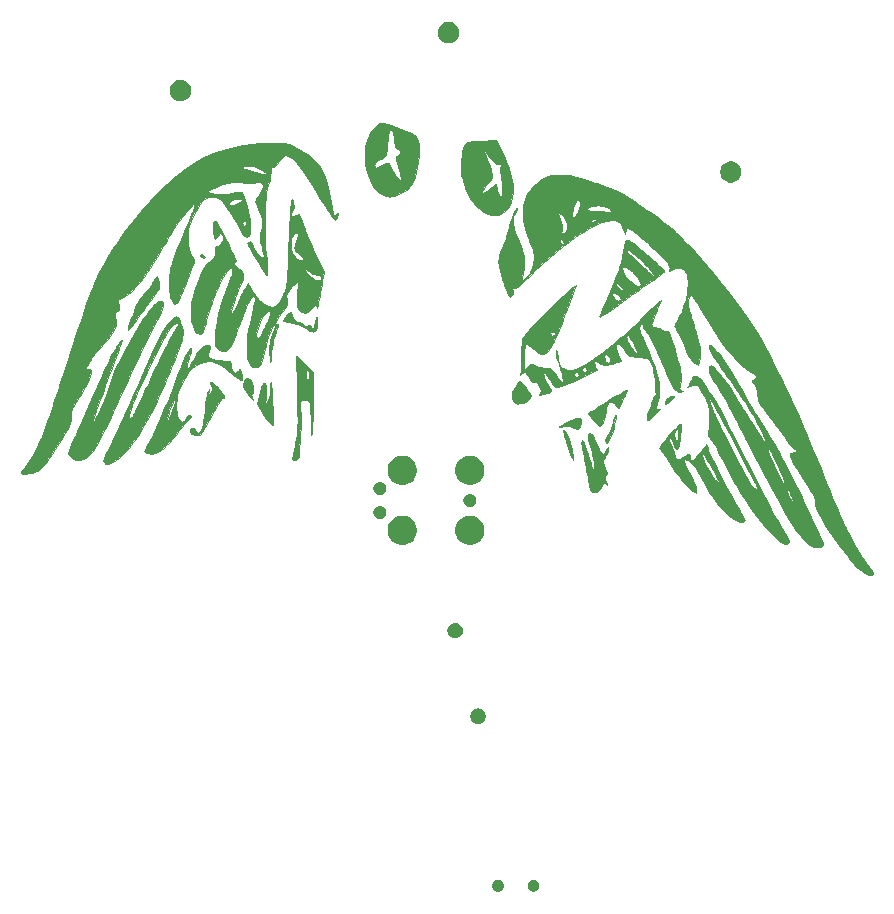
<source format=gts>
G04 #@! TF.GenerationSoftware,KiCad,Pcbnew,5.1.4-e60b266~84~ubuntu19.04.1*
G04 #@! TF.CreationDate,2019-08-17T12:08:49-07:00*
G04 #@! TF.ProjectId,trevor2,74726576-6f72-4322-9e6b-696361645f70,rev?*
G04 #@! TF.SameCoordinates,Original*
G04 #@! TF.FileFunction,Soldermask,Top*
G04 #@! TF.FilePolarity,Negative*
%FSLAX46Y46*%
G04 Gerber Fmt 4.6, Leading zero omitted, Abs format (unit mm)*
G04 Created by KiCad (PCBNEW 5.1.4-e60b266~84~ubuntu19.04.1) date 2019-08-17 12:08:49*
%MOMM*%
%LPD*%
G04 APERTURE LIST*
%ADD10C,0.010000*%
%ADD11C,0.100000*%
G04 APERTURE END LIST*
D10*
G36*
X144158956Y-67741069D02*
G01*
X144332774Y-67778848D01*
X144557487Y-67847095D01*
X144847339Y-67944725D01*
X144857035Y-67948044D01*
X145308297Y-68105954D01*
X145718969Y-68256546D01*
X146081210Y-68396671D01*
X146387184Y-68523181D01*
X146629051Y-68632927D01*
X146798972Y-68722762D01*
X146822751Y-68737496D01*
X146997599Y-68882667D01*
X147124611Y-69068668D01*
X147209346Y-69307444D01*
X147257363Y-69610940D01*
X147263313Y-69684167D01*
X147271082Y-70065928D01*
X147247731Y-70501232D01*
X147196566Y-70966269D01*
X147120891Y-71437230D01*
X147024012Y-71890306D01*
X146909235Y-72301686D01*
X146893070Y-72351167D01*
X146762091Y-72689921D01*
X146613276Y-72962967D01*
X146435274Y-73189013D01*
X146313129Y-73306886D01*
X146131096Y-73443057D01*
X145900363Y-73580042D01*
X145641015Y-73709264D01*
X145373136Y-73822148D01*
X145116810Y-73910118D01*
X144892123Y-73964598D01*
X144741023Y-73978168D01*
X144632460Y-73963648D01*
X144493504Y-73930912D01*
X144452384Y-73918780D01*
X144289622Y-73853305D01*
X144096625Y-73754145D01*
X143899847Y-73637149D01*
X143725742Y-73518163D01*
X143600765Y-73413035D01*
X143590857Y-73402678D01*
X143443413Y-73209883D01*
X143290453Y-72943087D01*
X143130808Y-72599778D01*
X142963309Y-72177443D01*
X142786876Y-71673834D01*
X142732848Y-71507306D01*
X142694731Y-71371848D01*
X142677506Y-71285248D01*
X143447695Y-71285248D01*
X143473783Y-71397348D01*
X143490351Y-71425548D01*
X143562621Y-71499084D01*
X143629059Y-71524691D01*
X143695521Y-71503723D01*
X143814416Y-71448157D01*
X143965998Y-71367655D01*
X144061659Y-71313025D01*
X144282703Y-71192781D01*
X144449920Y-71125319D01*
X144573834Y-71108401D01*
X144664971Y-71139793D01*
X144704580Y-71176417D01*
X144751218Y-71248159D01*
X144819759Y-71373740D01*
X144897592Y-71529686D01*
X144921165Y-71579517D01*
X145051624Y-71838112D01*
X145189598Y-72075129D01*
X145326920Y-72279394D01*
X145455427Y-72439738D01*
X145566954Y-72544987D01*
X145653336Y-72583971D01*
X145655273Y-72584000D01*
X145695122Y-72550374D01*
X145712044Y-72444414D01*
X145713000Y-72395959D01*
X145700433Y-72280757D01*
X145666288Y-72109167D01*
X145615896Y-71905075D01*
X145559434Y-71708042D01*
X145459171Y-71378378D01*
X145384262Y-71118966D01*
X145334143Y-70919457D01*
X145308253Y-70769500D01*
X145306031Y-70658746D01*
X145326913Y-70576843D01*
X145370338Y-70513443D01*
X145435744Y-70458194D01*
X145489588Y-70421874D01*
X145596373Y-70338788D01*
X145642703Y-70256717D01*
X145649500Y-70191779D01*
X145637798Y-70108045D01*
X145589250Y-70047125D01*
X145483693Y-69985737D01*
X145461863Y-69975130D01*
X145335243Y-69897008D01*
X145250834Y-69811426D01*
X145236735Y-69784630D01*
X145217894Y-69705298D01*
X145193611Y-69561495D01*
X145166896Y-69372996D01*
X145140760Y-69159574D01*
X145138482Y-69139304D01*
X145103910Y-68862196D01*
X145068451Y-68657163D01*
X145028324Y-68511663D01*
X144979751Y-68413155D01*
X144918951Y-68349095D01*
X144895604Y-68333405D01*
X144825182Y-68312466D01*
X144764530Y-68360834D01*
X144757155Y-68370525D01*
X144710689Y-68448397D01*
X144673228Y-68550896D01*
X144642657Y-68690160D01*
X144616859Y-68878328D01*
X144593716Y-69127539D01*
X144572373Y-69430167D01*
X144548229Y-69769001D01*
X144521269Y-70035083D01*
X144486836Y-70240306D01*
X144440272Y-70396564D01*
X144376919Y-70515752D01*
X144292119Y-70609764D01*
X144181216Y-70690494D01*
X144049874Y-70764440D01*
X143785728Y-70914509D01*
X143599857Y-71048331D01*
X143488449Y-71170410D01*
X143447695Y-71285248D01*
X142677506Y-71285248D01*
X142669734Y-71246179D01*
X142655066Y-71109020D01*
X142647936Y-70939092D01*
X142645553Y-70715115D01*
X142645290Y-70594334D01*
X142646473Y-70329182D01*
X142652366Y-70126077D01*
X142665397Y-69962428D01*
X142687995Y-69815644D01*
X142722590Y-69663136D01*
X142760634Y-69521467D01*
X142922875Y-69046836D01*
X143129715Y-68619564D01*
X143374495Y-68252016D01*
X143554624Y-68047123D01*
X143687679Y-67916306D01*
X143800393Y-67821376D01*
X143907012Y-67761249D01*
X144021784Y-67734842D01*
X144158956Y-67741069D01*
X144158956Y-67741069D01*
G37*
X144158956Y-67741069D02*
X144332774Y-67778848D01*
X144557487Y-67847095D01*
X144847339Y-67944725D01*
X144857035Y-67948044D01*
X145308297Y-68105954D01*
X145718969Y-68256546D01*
X146081210Y-68396671D01*
X146387184Y-68523181D01*
X146629051Y-68632927D01*
X146798972Y-68722762D01*
X146822751Y-68737496D01*
X146997599Y-68882667D01*
X147124611Y-69068668D01*
X147209346Y-69307444D01*
X147257363Y-69610940D01*
X147263313Y-69684167D01*
X147271082Y-70065928D01*
X147247731Y-70501232D01*
X147196566Y-70966269D01*
X147120891Y-71437230D01*
X147024012Y-71890306D01*
X146909235Y-72301686D01*
X146893070Y-72351167D01*
X146762091Y-72689921D01*
X146613276Y-72962967D01*
X146435274Y-73189013D01*
X146313129Y-73306886D01*
X146131096Y-73443057D01*
X145900363Y-73580042D01*
X145641015Y-73709264D01*
X145373136Y-73822148D01*
X145116810Y-73910118D01*
X144892123Y-73964598D01*
X144741023Y-73978168D01*
X144632460Y-73963648D01*
X144493504Y-73930912D01*
X144452384Y-73918780D01*
X144289622Y-73853305D01*
X144096625Y-73754145D01*
X143899847Y-73637149D01*
X143725742Y-73518163D01*
X143600765Y-73413035D01*
X143590857Y-73402678D01*
X143443413Y-73209883D01*
X143290453Y-72943087D01*
X143130808Y-72599778D01*
X142963309Y-72177443D01*
X142786876Y-71673834D01*
X142732848Y-71507306D01*
X142694731Y-71371848D01*
X142677506Y-71285248D01*
X143447695Y-71285248D01*
X143473783Y-71397348D01*
X143490351Y-71425548D01*
X143562621Y-71499084D01*
X143629059Y-71524691D01*
X143695521Y-71503723D01*
X143814416Y-71448157D01*
X143965998Y-71367655D01*
X144061659Y-71313025D01*
X144282703Y-71192781D01*
X144449920Y-71125319D01*
X144573834Y-71108401D01*
X144664971Y-71139793D01*
X144704580Y-71176417D01*
X144751218Y-71248159D01*
X144819759Y-71373740D01*
X144897592Y-71529686D01*
X144921165Y-71579517D01*
X145051624Y-71838112D01*
X145189598Y-72075129D01*
X145326920Y-72279394D01*
X145455427Y-72439738D01*
X145566954Y-72544987D01*
X145653336Y-72583971D01*
X145655273Y-72584000D01*
X145695122Y-72550374D01*
X145712044Y-72444414D01*
X145713000Y-72395959D01*
X145700433Y-72280757D01*
X145666288Y-72109167D01*
X145615896Y-71905075D01*
X145559434Y-71708042D01*
X145459171Y-71378378D01*
X145384262Y-71118966D01*
X145334143Y-70919457D01*
X145308253Y-70769500D01*
X145306031Y-70658746D01*
X145326913Y-70576843D01*
X145370338Y-70513443D01*
X145435744Y-70458194D01*
X145489588Y-70421874D01*
X145596373Y-70338788D01*
X145642703Y-70256717D01*
X145649500Y-70191779D01*
X145637798Y-70108045D01*
X145589250Y-70047125D01*
X145483693Y-69985737D01*
X145461863Y-69975130D01*
X145335243Y-69897008D01*
X145250834Y-69811426D01*
X145236735Y-69784630D01*
X145217894Y-69705298D01*
X145193611Y-69561495D01*
X145166896Y-69372996D01*
X145140760Y-69159574D01*
X145138482Y-69139304D01*
X145103910Y-68862196D01*
X145068451Y-68657163D01*
X145028324Y-68511663D01*
X144979751Y-68413155D01*
X144918951Y-68349095D01*
X144895604Y-68333405D01*
X144825182Y-68312466D01*
X144764530Y-68360834D01*
X144757155Y-68370525D01*
X144710689Y-68448397D01*
X144673228Y-68550896D01*
X144642657Y-68690160D01*
X144616859Y-68878328D01*
X144593716Y-69127539D01*
X144572373Y-69430167D01*
X144548229Y-69769001D01*
X144521269Y-70035083D01*
X144486836Y-70240306D01*
X144440272Y-70396564D01*
X144376919Y-70515752D01*
X144292119Y-70609764D01*
X144181216Y-70690494D01*
X144049874Y-70764440D01*
X143785728Y-70914509D01*
X143599857Y-71048331D01*
X143488449Y-71170410D01*
X143447695Y-71285248D01*
X142677506Y-71285248D01*
X142669734Y-71246179D01*
X142655066Y-71109020D01*
X142647936Y-70939092D01*
X142645553Y-70715115D01*
X142645290Y-70594334D01*
X142646473Y-70329182D01*
X142652366Y-70126077D01*
X142665397Y-69962428D01*
X142687995Y-69815644D01*
X142722590Y-69663136D01*
X142760634Y-69521467D01*
X142922875Y-69046836D01*
X143129715Y-68619564D01*
X143374495Y-68252016D01*
X143554624Y-68047123D01*
X143687679Y-67916306D01*
X143800393Y-67821376D01*
X143907012Y-67761249D01*
X144021784Y-67734842D01*
X144158956Y-67741069D01*
G36*
X154134477Y-69868962D02*
G01*
X154345012Y-70297851D01*
X154518818Y-70672520D01*
X154663247Y-71011036D01*
X154785652Y-71331464D01*
X154893384Y-71651870D01*
X154984753Y-71958245D01*
X155128660Y-72553512D01*
X155207752Y-73096469D01*
X155221875Y-73589457D01*
X155170880Y-74034819D01*
X155054614Y-74434897D01*
X154872925Y-74792033D01*
X154794069Y-74907022D01*
X154548161Y-75178200D01*
X154267443Y-75375998D01*
X153959402Y-75497838D01*
X153631525Y-75541146D01*
X153291298Y-75503347D01*
X153163193Y-75468099D01*
X152876523Y-75352628D01*
X152603050Y-75189804D01*
X152323034Y-74967073D01*
X152205147Y-74858750D01*
X151837489Y-74454517D01*
X151514665Y-73986901D01*
X151314216Y-73604254D01*
X152571000Y-73604254D01*
X152595622Y-73673860D01*
X152670107Y-73680904D01*
X152795383Y-73624872D01*
X152972381Y-73505254D01*
X153202028Y-73321539D01*
X153406590Y-73143859D01*
X153569171Y-73006189D01*
X153676335Y-72932295D01*
X153728236Y-72922074D01*
X153732301Y-72928503D01*
X153751896Y-72990915D01*
X153789954Y-73115060D01*
X153840568Y-73281591D01*
X153885627Y-73430667D01*
X153965711Y-73688986D01*
X154028980Y-73870116D01*
X154079985Y-73978791D01*
X154123278Y-74019748D01*
X154163412Y-73997723D01*
X154204937Y-73917451D01*
X154245395Y-73804960D01*
X154302546Y-73527864D01*
X154312900Y-73184770D01*
X154276532Y-72780184D01*
X154222182Y-72457000D01*
X154171953Y-72167184D01*
X154146968Y-71927142D01*
X154144528Y-71706728D01*
X154148316Y-71631500D01*
X154159064Y-71430978D01*
X154157957Y-71302692D01*
X154141232Y-71234598D01*
X154105127Y-71214653D01*
X154045876Y-71230814D01*
X154025852Y-71239610D01*
X153933169Y-71261613D01*
X153832019Y-71241736D01*
X153716378Y-71174792D01*
X153580220Y-71055598D01*
X153417521Y-70878967D01*
X153222255Y-70639715D01*
X153017821Y-70372084D01*
X152911669Y-70231994D01*
X152825523Y-70121728D01*
X152771006Y-70055976D01*
X152758268Y-70044000D01*
X152765355Y-70080083D01*
X152797127Y-70175304D01*
X152846999Y-70310121D01*
X152854552Y-70329750D01*
X152947426Y-70576612D01*
X153044048Y-70844850D01*
X153140023Y-71121018D01*
X153230954Y-71391671D01*
X153312444Y-71643364D01*
X153380097Y-71862652D01*
X153429517Y-72036089D01*
X153456307Y-72150230D01*
X153459842Y-72180861D01*
X153436097Y-72310724D01*
X153361400Y-72465094D01*
X153230106Y-72653668D01*
X153075304Y-72841727D01*
X152913331Y-73038770D01*
X152772644Y-73228276D01*
X152662553Y-73396170D01*
X152592365Y-73528377D01*
X152571000Y-73604254D01*
X151314216Y-73604254D01*
X151242721Y-73467775D01*
X151027698Y-72909011D01*
X150875642Y-72322484D01*
X150853338Y-72203000D01*
X150815060Y-71898522D01*
X150798629Y-71564083D01*
X150802337Y-71213008D01*
X150824479Y-70858619D01*
X150863349Y-70514242D01*
X150917240Y-70193199D01*
X150984447Y-69908814D01*
X151063264Y-69674411D01*
X151151985Y-69503313D01*
X151207326Y-69438318D01*
X151310032Y-69386386D01*
X151493451Y-69341597D01*
X151753883Y-69304531D01*
X152087632Y-69275769D01*
X152327584Y-69262460D01*
X152593240Y-69250230D01*
X152893284Y-69236327D01*
X153180619Y-69222937D01*
X153310752Y-69216839D01*
X153796504Y-69194010D01*
X154134477Y-69868962D01*
X154134477Y-69868962D01*
G37*
X154134477Y-69868962D02*
X154345012Y-70297851D01*
X154518818Y-70672520D01*
X154663247Y-71011036D01*
X154785652Y-71331464D01*
X154893384Y-71651870D01*
X154984753Y-71958245D01*
X155128660Y-72553512D01*
X155207752Y-73096469D01*
X155221875Y-73589457D01*
X155170880Y-74034819D01*
X155054614Y-74434897D01*
X154872925Y-74792033D01*
X154794069Y-74907022D01*
X154548161Y-75178200D01*
X154267443Y-75375998D01*
X153959402Y-75497838D01*
X153631525Y-75541146D01*
X153291298Y-75503347D01*
X153163193Y-75468099D01*
X152876523Y-75352628D01*
X152603050Y-75189804D01*
X152323034Y-74967073D01*
X152205147Y-74858750D01*
X151837489Y-74454517D01*
X151514665Y-73986901D01*
X151314216Y-73604254D01*
X152571000Y-73604254D01*
X152595622Y-73673860D01*
X152670107Y-73680904D01*
X152795383Y-73624872D01*
X152972381Y-73505254D01*
X153202028Y-73321539D01*
X153406590Y-73143859D01*
X153569171Y-73006189D01*
X153676335Y-72932295D01*
X153728236Y-72922074D01*
X153732301Y-72928503D01*
X153751896Y-72990915D01*
X153789954Y-73115060D01*
X153840568Y-73281591D01*
X153885627Y-73430667D01*
X153965711Y-73688986D01*
X154028980Y-73870116D01*
X154079985Y-73978791D01*
X154123278Y-74019748D01*
X154163412Y-73997723D01*
X154204937Y-73917451D01*
X154245395Y-73804960D01*
X154302546Y-73527864D01*
X154312900Y-73184770D01*
X154276532Y-72780184D01*
X154222182Y-72457000D01*
X154171953Y-72167184D01*
X154146968Y-71927142D01*
X154144528Y-71706728D01*
X154148316Y-71631500D01*
X154159064Y-71430978D01*
X154157957Y-71302692D01*
X154141232Y-71234598D01*
X154105127Y-71214653D01*
X154045876Y-71230814D01*
X154025852Y-71239610D01*
X153933169Y-71261613D01*
X153832019Y-71241736D01*
X153716378Y-71174792D01*
X153580220Y-71055598D01*
X153417521Y-70878967D01*
X153222255Y-70639715D01*
X153017821Y-70372084D01*
X152911669Y-70231994D01*
X152825523Y-70121728D01*
X152771006Y-70055976D01*
X152758268Y-70044000D01*
X152765355Y-70080083D01*
X152797127Y-70175304D01*
X152846999Y-70310121D01*
X152854552Y-70329750D01*
X152947426Y-70576612D01*
X153044048Y-70844850D01*
X153140023Y-71121018D01*
X153230954Y-71391671D01*
X153312444Y-71643364D01*
X153380097Y-71862652D01*
X153429517Y-72036089D01*
X153456307Y-72150230D01*
X153459842Y-72180861D01*
X153436097Y-72310724D01*
X153361400Y-72465094D01*
X153230106Y-72653668D01*
X153075304Y-72841727D01*
X152913331Y-73038770D01*
X152772644Y-73228276D01*
X152662553Y-73396170D01*
X152592365Y-73528377D01*
X152571000Y-73604254D01*
X151314216Y-73604254D01*
X151242721Y-73467775D01*
X151027698Y-72909011D01*
X150875642Y-72322484D01*
X150853338Y-72203000D01*
X150815060Y-71898522D01*
X150798629Y-71564083D01*
X150802337Y-71213008D01*
X150824479Y-70858619D01*
X150863349Y-70514242D01*
X150917240Y-70193199D01*
X150984447Y-69908814D01*
X151063264Y-69674411D01*
X151151985Y-69503313D01*
X151207326Y-69438318D01*
X151310032Y-69386386D01*
X151493451Y-69341597D01*
X151753883Y-69304531D01*
X152087632Y-69275769D01*
X152327584Y-69262460D01*
X152593240Y-69250230D01*
X152893284Y-69236327D01*
X153180619Y-69222937D01*
X153310752Y-69216839D01*
X153796504Y-69194010D01*
X154134477Y-69868962D01*
G36*
X128889697Y-78831954D02*
G01*
X128999903Y-78891962D01*
X129084198Y-78984758D01*
X129110694Y-79054664D01*
X129105484Y-79120594D01*
X129047717Y-79144057D01*
X129003697Y-79145667D01*
X128877475Y-79121968D01*
X128789086Y-79079766D01*
X128712918Y-78994132D01*
X128701919Y-78905609D01*
X128756506Y-78838541D01*
X128784754Y-78826552D01*
X128889697Y-78831954D01*
X128889697Y-78831954D01*
G37*
X128889697Y-78831954D02*
X128999903Y-78891962D01*
X129084198Y-78984758D01*
X129110694Y-79054664D01*
X129105484Y-79120594D01*
X129047717Y-79144057D01*
X129003697Y-79145667D01*
X128877475Y-79121968D01*
X128789086Y-79079766D01*
X128712918Y-78994132D01*
X128701919Y-78905609D01*
X128756506Y-78838541D01*
X128784754Y-78826552D01*
X128889697Y-78831954D01*
G36*
X164918527Y-77631353D02*
G01*
X165015766Y-77677533D01*
X165152770Y-77765011D01*
X165339322Y-77898070D01*
X165503834Y-78020030D01*
X165728746Y-78193248D01*
X165976956Y-78393257D01*
X166240641Y-78612934D01*
X166511976Y-78845155D01*
X166783137Y-79082796D01*
X167046303Y-79318734D01*
X167293649Y-79545843D01*
X167517351Y-79757002D01*
X167709587Y-79945084D01*
X167862533Y-80102968D01*
X167968365Y-80223528D01*
X168019260Y-80299641D01*
X168022667Y-80313624D01*
X168015704Y-80331788D01*
X167991400Y-80359904D01*
X167944634Y-80401668D01*
X167870283Y-80460776D01*
X167763226Y-80540925D01*
X167618342Y-80645810D01*
X167430507Y-80779129D01*
X167194602Y-80944578D01*
X166905503Y-81145852D01*
X166558089Y-81386650D01*
X166147238Y-81670666D01*
X166033000Y-81749555D01*
X165608713Y-82044395D01*
X165235429Y-82308356D01*
X164892885Y-82556275D01*
X164560822Y-82802988D01*
X164218977Y-83063333D01*
X163885857Y-83321833D01*
X163723659Y-83442266D01*
X163535987Y-83571529D01*
X163334871Y-83702520D01*
X163132339Y-83828135D01*
X162940421Y-83941273D01*
X162771144Y-84034831D01*
X162636539Y-84101705D01*
X162548634Y-84134793D01*
X162519334Y-84128732D01*
X162535338Y-84086643D01*
X162581207Y-83974312D01*
X162653717Y-83799432D01*
X162749651Y-83569698D01*
X162865786Y-83292802D01*
X162998903Y-82976439D01*
X163145781Y-82628301D01*
X163290301Y-82286578D01*
X163624105Y-82286578D01*
X163659113Y-82413130D01*
X163727452Y-82543184D01*
X163821578Y-82656726D01*
X163909621Y-82721814D01*
X164070902Y-82779622D01*
X164214970Y-82762241D01*
X164257783Y-82742511D01*
X164323467Y-82685841D01*
X164328161Y-82610548D01*
X164269146Y-82505738D01*
X164169270Y-82387916D01*
X164013241Y-82243231D01*
X163864063Y-82149719D01*
X163736800Y-82115577D01*
X163684260Y-82124017D01*
X163629973Y-82183536D01*
X163624105Y-82286578D01*
X163290301Y-82286578D01*
X163301636Y-82259778D01*
X163510869Y-81764578D01*
X163667543Y-81391055D01*
X163897369Y-81391055D01*
X163932084Y-81482342D01*
X164007170Y-81590850D01*
X164113459Y-81705445D01*
X164241784Y-81814997D01*
X164382979Y-81908373D01*
X164527876Y-81974443D01*
X164540750Y-81978658D01*
X164549228Y-81945835D01*
X164551334Y-81893947D01*
X164521903Y-81823903D01*
X164445348Y-81718866D01*
X164339271Y-81597176D01*
X164221279Y-81477173D01*
X164108973Y-81377198D01*
X164019958Y-81315592D01*
X163985719Y-81304667D01*
X163912192Y-81328119D01*
X163897369Y-81391055D01*
X163667543Y-81391055D01*
X163689472Y-81338775D01*
X163840413Y-80974053D01*
X163966660Y-80662092D01*
X164071181Y-80394576D01*
X164156946Y-80163187D01*
X164203732Y-80027072D01*
X164479655Y-80027072D01*
X164481082Y-80104415D01*
X164512942Y-80229748D01*
X164525529Y-80270450D01*
X164633660Y-80510728D01*
X164803711Y-80764896D01*
X165019160Y-81014983D01*
X165263484Y-81243016D01*
X165520162Y-81431022D01*
X165670338Y-81515713D01*
X165794577Y-81574537D01*
X165868356Y-81593792D01*
X165916801Y-81572054D01*
X165965038Y-81507900D01*
X165971099Y-81498668D01*
X166014389Y-81368241D01*
X165989995Y-81209136D01*
X165896442Y-81018717D01*
X165732255Y-80794347D01*
X165495958Y-80533387D01*
X165349723Y-80387796D01*
X165106593Y-80166068D01*
X164905773Y-80013837D01*
X164743777Y-79929388D01*
X164617119Y-79911005D01*
X164522311Y-79956975D01*
X164507154Y-79973391D01*
X164479655Y-80027072D01*
X164203732Y-80027072D01*
X164226921Y-79959608D01*
X164284075Y-79775522D01*
X164331376Y-79602610D01*
X164371793Y-79432555D01*
X164408294Y-79257040D01*
X164443847Y-79067747D01*
X164447024Y-79050181D01*
X164509602Y-78719363D01*
X164565498Y-78449535D01*
X164817589Y-78449535D01*
X164824720Y-78520095D01*
X164900941Y-78638268D01*
X165046384Y-78804234D01*
X165261181Y-79018174D01*
X165422656Y-79168955D01*
X165613441Y-79345566D01*
X165842597Y-79560406D01*
X166087946Y-79792526D01*
X166327308Y-80020976D01*
X166462460Y-80151084D01*
X166645754Y-80326177D01*
X166809797Y-80478945D01*
X166944438Y-80600250D01*
X167039522Y-80680955D01*
X167084899Y-80711921D01*
X167085704Y-80712000D01*
X167146795Y-80681312D01*
X167152284Y-80673793D01*
X167143881Y-80611407D01*
X167079505Y-80501772D01*
X166967296Y-80352935D01*
X166815393Y-80172945D01*
X166631938Y-79969852D01*
X166425069Y-79751703D01*
X166202927Y-79526547D01*
X165973651Y-79302433D01*
X165745382Y-79087411D01*
X165526260Y-78889527D01*
X165324424Y-78716832D01*
X165148014Y-78577373D01*
X165005171Y-78479201D01*
X164904034Y-78430362D01*
X164879417Y-78426407D01*
X164817589Y-78449535D01*
X164565498Y-78449535D01*
X164573036Y-78413151D01*
X164634370Y-78144013D01*
X164690650Y-77924417D01*
X164738920Y-77766830D01*
X164767572Y-77697791D01*
X164804213Y-77645764D01*
X164851270Y-77622191D01*
X164918527Y-77631353D01*
X164918527Y-77631353D01*
G37*
X164918527Y-77631353D02*
X165015766Y-77677533D01*
X165152770Y-77765011D01*
X165339322Y-77898070D01*
X165503834Y-78020030D01*
X165728746Y-78193248D01*
X165976956Y-78393257D01*
X166240641Y-78612934D01*
X166511976Y-78845155D01*
X166783137Y-79082796D01*
X167046303Y-79318734D01*
X167293649Y-79545843D01*
X167517351Y-79757002D01*
X167709587Y-79945084D01*
X167862533Y-80102968D01*
X167968365Y-80223528D01*
X168019260Y-80299641D01*
X168022667Y-80313624D01*
X168015704Y-80331788D01*
X167991400Y-80359904D01*
X167944634Y-80401668D01*
X167870283Y-80460776D01*
X167763226Y-80540925D01*
X167618342Y-80645810D01*
X167430507Y-80779129D01*
X167194602Y-80944578D01*
X166905503Y-81145852D01*
X166558089Y-81386650D01*
X166147238Y-81670666D01*
X166033000Y-81749555D01*
X165608713Y-82044395D01*
X165235429Y-82308356D01*
X164892885Y-82556275D01*
X164560822Y-82802988D01*
X164218977Y-83063333D01*
X163885857Y-83321833D01*
X163723659Y-83442266D01*
X163535987Y-83571529D01*
X163334871Y-83702520D01*
X163132339Y-83828135D01*
X162940421Y-83941273D01*
X162771144Y-84034831D01*
X162636539Y-84101705D01*
X162548634Y-84134793D01*
X162519334Y-84128732D01*
X162535338Y-84086643D01*
X162581207Y-83974312D01*
X162653717Y-83799432D01*
X162749651Y-83569698D01*
X162865786Y-83292802D01*
X162998903Y-82976439D01*
X163145781Y-82628301D01*
X163290301Y-82286578D01*
X163624105Y-82286578D01*
X163659113Y-82413130D01*
X163727452Y-82543184D01*
X163821578Y-82656726D01*
X163909621Y-82721814D01*
X164070902Y-82779622D01*
X164214970Y-82762241D01*
X164257783Y-82742511D01*
X164323467Y-82685841D01*
X164328161Y-82610548D01*
X164269146Y-82505738D01*
X164169270Y-82387916D01*
X164013241Y-82243231D01*
X163864063Y-82149719D01*
X163736800Y-82115577D01*
X163684260Y-82124017D01*
X163629973Y-82183536D01*
X163624105Y-82286578D01*
X163290301Y-82286578D01*
X163301636Y-82259778D01*
X163510869Y-81764578D01*
X163667543Y-81391055D01*
X163897369Y-81391055D01*
X163932084Y-81482342D01*
X164007170Y-81590850D01*
X164113459Y-81705445D01*
X164241784Y-81814997D01*
X164382979Y-81908373D01*
X164527876Y-81974443D01*
X164540750Y-81978658D01*
X164549228Y-81945835D01*
X164551334Y-81893947D01*
X164521903Y-81823903D01*
X164445348Y-81718866D01*
X164339271Y-81597176D01*
X164221279Y-81477173D01*
X164108973Y-81377198D01*
X164019958Y-81315592D01*
X163985719Y-81304667D01*
X163912192Y-81328119D01*
X163897369Y-81391055D01*
X163667543Y-81391055D01*
X163689472Y-81338775D01*
X163840413Y-80974053D01*
X163966660Y-80662092D01*
X164071181Y-80394576D01*
X164156946Y-80163187D01*
X164203732Y-80027072D01*
X164479655Y-80027072D01*
X164481082Y-80104415D01*
X164512942Y-80229748D01*
X164525529Y-80270450D01*
X164633660Y-80510728D01*
X164803711Y-80764896D01*
X165019160Y-81014983D01*
X165263484Y-81243016D01*
X165520162Y-81431022D01*
X165670338Y-81515713D01*
X165794577Y-81574537D01*
X165868356Y-81593792D01*
X165916801Y-81572054D01*
X165965038Y-81507900D01*
X165971099Y-81498668D01*
X166014389Y-81368241D01*
X165989995Y-81209136D01*
X165896442Y-81018717D01*
X165732255Y-80794347D01*
X165495958Y-80533387D01*
X165349723Y-80387796D01*
X165106593Y-80166068D01*
X164905773Y-80013837D01*
X164743777Y-79929388D01*
X164617119Y-79911005D01*
X164522311Y-79956975D01*
X164507154Y-79973391D01*
X164479655Y-80027072D01*
X164203732Y-80027072D01*
X164226921Y-79959608D01*
X164284075Y-79775522D01*
X164331376Y-79602610D01*
X164371793Y-79432555D01*
X164408294Y-79257040D01*
X164443847Y-79067747D01*
X164447024Y-79050181D01*
X164509602Y-78719363D01*
X164565498Y-78449535D01*
X164817589Y-78449535D01*
X164824720Y-78520095D01*
X164900941Y-78638268D01*
X165046384Y-78804234D01*
X165261181Y-79018174D01*
X165422656Y-79168955D01*
X165613441Y-79345566D01*
X165842597Y-79560406D01*
X166087946Y-79792526D01*
X166327308Y-80020976D01*
X166462460Y-80151084D01*
X166645754Y-80326177D01*
X166809797Y-80478945D01*
X166944438Y-80600250D01*
X167039522Y-80680955D01*
X167084899Y-80711921D01*
X167085704Y-80712000D01*
X167146795Y-80681312D01*
X167152284Y-80673793D01*
X167143881Y-80611407D01*
X167079505Y-80501772D01*
X166967296Y-80352935D01*
X166815393Y-80172945D01*
X166631938Y-79969852D01*
X166425069Y-79751703D01*
X166202927Y-79526547D01*
X165973651Y-79302433D01*
X165745382Y-79087411D01*
X165526260Y-78889527D01*
X165324424Y-78716832D01*
X165148014Y-78577373D01*
X165005171Y-78479201D01*
X164904034Y-78430362D01*
X164879417Y-78426407D01*
X164817589Y-78449535D01*
X164565498Y-78449535D01*
X164573036Y-78413151D01*
X164634370Y-78144013D01*
X164690650Y-77924417D01*
X164738920Y-77766830D01*
X164767572Y-77697791D01*
X164804213Y-77645764D01*
X164851270Y-77622191D01*
X164918527Y-77631353D01*
G36*
X125170628Y-80926558D02*
G01*
X125226824Y-81186670D01*
X125236588Y-81453231D01*
X125200796Y-81697885D01*
X125141958Y-81855000D01*
X125090953Y-81937847D01*
X124996397Y-82077665D01*
X124865800Y-82263888D01*
X124706675Y-82485951D01*
X124526532Y-82733289D01*
X124332883Y-82995337D01*
X124296659Y-83043939D01*
X124083412Y-83330791D01*
X123865739Y-83625612D01*
X123654858Y-83913065D01*
X123461985Y-84177812D01*
X123298339Y-84404513D01*
X123182083Y-84567939D01*
X123043746Y-84763248D01*
X122913903Y-84943847D01*
X122804292Y-85093600D01*
X122726654Y-85196372D01*
X122707356Y-85220500D01*
X122639876Y-85297549D01*
X122609359Y-85312733D01*
X122600882Y-85271093D01*
X122600523Y-85256601D01*
X122615015Y-85164874D01*
X122657167Y-85007948D01*
X122722240Y-84798847D01*
X122805495Y-84550594D01*
X122902193Y-84276213D01*
X123007596Y-83988728D01*
X123116963Y-83701162D01*
X123225557Y-83426538D01*
X123328638Y-83177881D01*
X123421467Y-82968214D01*
X123470036Y-82867018D01*
X123537019Y-82757192D01*
X123645529Y-82605554D01*
X123780061Y-82432869D01*
X123912540Y-82274351D01*
X124065037Y-82093264D01*
X124247715Y-81868363D01*
X124440918Y-81624280D01*
X124624993Y-81385647D01*
X124683936Y-81307558D01*
X125110196Y-80738950D01*
X125170628Y-80926558D01*
X125170628Y-80926558D01*
G37*
X125170628Y-80926558D02*
X125226824Y-81186670D01*
X125236588Y-81453231D01*
X125200796Y-81697885D01*
X125141958Y-81855000D01*
X125090953Y-81937847D01*
X124996397Y-82077665D01*
X124865800Y-82263888D01*
X124706675Y-82485951D01*
X124526532Y-82733289D01*
X124332883Y-82995337D01*
X124296659Y-83043939D01*
X124083412Y-83330791D01*
X123865739Y-83625612D01*
X123654858Y-83913065D01*
X123461985Y-84177812D01*
X123298339Y-84404513D01*
X123182083Y-84567939D01*
X123043746Y-84763248D01*
X122913903Y-84943847D01*
X122804292Y-85093600D01*
X122726654Y-85196372D01*
X122707356Y-85220500D01*
X122639876Y-85297549D01*
X122609359Y-85312733D01*
X122600882Y-85271093D01*
X122600523Y-85256601D01*
X122615015Y-85164874D01*
X122657167Y-85007948D01*
X122722240Y-84798847D01*
X122805495Y-84550594D01*
X122902193Y-84276213D01*
X123007596Y-83988728D01*
X123116963Y-83701162D01*
X123225557Y-83426538D01*
X123328638Y-83177881D01*
X123421467Y-82968214D01*
X123470036Y-82867018D01*
X123537019Y-82757192D01*
X123645529Y-82605554D01*
X123780061Y-82432869D01*
X123912540Y-82274351D01*
X124065037Y-82093264D01*
X124247715Y-81868363D01*
X124440918Y-81624280D01*
X124624993Y-81385647D01*
X124683936Y-81307558D01*
X125110196Y-80738950D01*
X125170628Y-80926558D01*
G36*
X136393319Y-83773343D02*
G01*
X136409358Y-83790875D01*
X136459472Y-83873978D01*
X136513636Y-84003256D01*
X136540442Y-84084757D01*
X136613716Y-84297765D01*
X136696807Y-84443012D01*
X136807207Y-84537054D01*
X136962406Y-84596448D01*
X137113666Y-84627379D01*
X137320950Y-84702583D01*
X137466316Y-84809716D01*
X137567539Y-84896521D01*
X137636588Y-84933848D01*
X137702227Y-84930998D01*
X137768317Y-84907366D01*
X137910644Y-84853069D01*
X137998968Y-84836235D01*
X138057505Y-84861924D01*
X138110473Y-84935195D01*
X138138788Y-84984762D01*
X138204766Y-85084076D01*
X138261689Y-85139447D01*
X138281152Y-85143956D01*
X138307690Y-85099168D01*
X138345928Y-84988622D01*
X138390535Y-84829496D01*
X138431667Y-84659170D01*
X138475975Y-84469861D01*
X138516049Y-84312283D01*
X138547192Y-84204079D01*
X138563621Y-84163571D01*
X138585909Y-84179023D01*
X138603522Y-84259920D01*
X138615479Y-84387123D01*
X138620802Y-84541490D01*
X138618511Y-84703881D01*
X138607628Y-84855156D01*
X138601449Y-84903000D01*
X138580270Y-85048571D01*
X138565137Y-85159625D01*
X138559518Y-85209917D01*
X138522320Y-85281049D01*
X138435419Y-85352302D01*
X138330736Y-85401308D01*
X138272917Y-85410729D01*
X138189201Y-85389881D01*
X138054027Y-85333730D01*
X137887941Y-85251511D01*
X137754334Y-85177649D01*
X137344911Y-84960125D01*
X136952266Y-84795968D01*
X136541111Y-84671779D01*
X136251500Y-84606994D01*
X136061177Y-84566731D01*
X135901443Y-84528535D01*
X135790760Y-84497100D01*
X135749003Y-84479174D01*
X135755826Y-84431885D01*
X135807427Y-84338256D01*
X135891825Y-84214769D01*
X135997038Y-84077906D01*
X136111084Y-83944150D01*
X136218560Y-83833208D01*
X136300357Y-83761069D01*
X136349605Y-83743112D01*
X136393319Y-83773343D01*
X136393319Y-83773343D01*
G37*
X136393319Y-83773343D02*
X136409358Y-83790875D01*
X136459472Y-83873978D01*
X136513636Y-84003256D01*
X136540442Y-84084757D01*
X136613716Y-84297765D01*
X136696807Y-84443012D01*
X136807207Y-84537054D01*
X136962406Y-84596448D01*
X137113666Y-84627379D01*
X137320950Y-84702583D01*
X137466316Y-84809716D01*
X137567539Y-84896521D01*
X137636588Y-84933848D01*
X137702227Y-84930998D01*
X137768317Y-84907366D01*
X137910644Y-84853069D01*
X137998968Y-84836235D01*
X138057505Y-84861924D01*
X138110473Y-84935195D01*
X138138788Y-84984762D01*
X138204766Y-85084076D01*
X138261689Y-85139447D01*
X138281152Y-85143956D01*
X138307690Y-85099168D01*
X138345928Y-84988622D01*
X138390535Y-84829496D01*
X138431667Y-84659170D01*
X138475975Y-84469861D01*
X138516049Y-84312283D01*
X138547192Y-84204079D01*
X138563621Y-84163571D01*
X138585909Y-84179023D01*
X138603522Y-84259920D01*
X138615479Y-84387123D01*
X138620802Y-84541490D01*
X138618511Y-84703881D01*
X138607628Y-84855156D01*
X138601449Y-84903000D01*
X138580270Y-85048571D01*
X138565137Y-85159625D01*
X138559518Y-85209917D01*
X138522320Y-85281049D01*
X138435419Y-85352302D01*
X138330736Y-85401308D01*
X138272917Y-85410729D01*
X138189201Y-85389881D01*
X138054027Y-85333730D01*
X137887941Y-85251511D01*
X137754334Y-85177649D01*
X137344911Y-84960125D01*
X136952266Y-84795968D01*
X136541111Y-84671779D01*
X136251500Y-84606994D01*
X136061177Y-84566731D01*
X135901443Y-84528535D01*
X135790760Y-84497100D01*
X135749003Y-84479174D01*
X135755826Y-84431885D01*
X135807427Y-84338256D01*
X135891825Y-84214769D01*
X135997038Y-84077906D01*
X136111084Y-83944150D01*
X136218560Y-83833208D01*
X136300357Y-83761069D01*
X136349605Y-83743112D01*
X136393319Y-83773343D01*
G36*
X136516033Y-74228833D02*
G01*
X136555679Y-74304908D01*
X136593176Y-74438876D01*
X136624278Y-74617470D01*
X136635716Y-74715407D01*
X136646662Y-74866663D01*
X136636689Y-74970640D01*
X136597362Y-75063802D01*
X136531406Y-75166334D01*
X136439830Y-75330412D01*
X136402945Y-75467879D01*
X136422192Y-75566477D01*
X136479349Y-75609252D01*
X136560592Y-75608703D01*
X136687984Y-75581050D01*
X136796302Y-75545767D01*
X136929068Y-75502152D01*
X137030988Y-75479731D01*
X137072857Y-75481273D01*
X137089814Y-75498333D01*
X137112051Y-75536395D01*
X137143236Y-75604595D01*
X137187037Y-75712068D01*
X137247120Y-75867949D01*
X137327152Y-76081373D01*
X137430802Y-76361474D01*
X137481758Y-76499834D01*
X137607340Y-76826722D01*
X137766893Y-77218358D01*
X137955824Y-77664114D01*
X138169537Y-78153364D01*
X138403439Y-78675481D01*
X138652935Y-79219839D01*
X138721548Y-79367472D01*
X139189979Y-80372444D01*
X139063836Y-81103139D01*
X139008010Y-81423673D01*
X138949420Y-81755046D01*
X138890316Y-82084995D01*
X138832949Y-82401254D01*
X138779567Y-82691559D01*
X138732422Y-82943646D01*
X138693763Y-83145250D01*
X138665841Y-83284106D01*
X138654074Y-83336667D01*
X138627408Y-83442500D01*
X138602658Y-83340673D01*
X138554304Y-83241950D01*
X138504319Y-83192507D01*
X138459755Y-83178779D01*
X138405975Y-83200164D01*
X138329290Y-83266414D01*
X138216010Y-83387277D01*
X138189914Y-83416441D01*
X138060884Y-83549826D01*
X137933321Y-83662660D01*
X137830312Y-83734970D01*
X137810742Y-83744525D01*
X137586075Y-83798742D01*
X137377462Y-83772234D01*
X137194980Y-83668732D01*
X137048705Y-83491967D01*
X137028083Y-83454744D01*
X136965596Y-83274614D01*
X136926531Y-83028274D01*
X136911521Y-82731055D01*
X136921199Y-82398291D01*
X136956198Y-82045312D01*
X136966812Y-81970135D01*
X137008619Y-81658769D01*
X137029539Y-81425334D01*
X137029701Y-81265742D01*
X137009229Y-81175907D01*
X136992009Y-81156299D01*
X136943034Y-81171988D01*
X136853066Y-81240619D01*
X136734375Y-81349319D01*
X136599233Y-81485218D01*
X136459910Y-81635446D01*
X136328679Y-81787130D01*
X136217810Y-81927399D01*
X136139574Y-82043384D01*
X136130076Y-82060369D01*
X136076510Y-82165506D01*
X136043268Y-82255048D01*
X136029205Y-82349201D01*
X136033178Y-82468169D01*
X136054042Y-82632159D01*
X136086246Y-82834509D01*
X136090763Y-82949531D01*
X136063629Y-83075653D01*
X135999436Y-83223774D01*
X135892774Y-83404791D01*
X135738235Y-83629598D01*
X135595584Y-83822966D01*
X135386239Y-84110572D01*
X135234507Y-84341258D01*
X135138960Y-84518790D01*
X135098170Y-84646933D01*
X135110708Y-84729451D01*
X135175149Y-84770111D01*
X135234172Y-84776000D01*
X135293931Y-84782958D01*
X135327227Y-84811119D01*
X135332573Y-84871413D01*
X135308482Y-84974771D01*
X135253467Y-85132124D01*
X135166041Y-85354403D01*
X135150127Y-85393806D01*
X135028985Y-85715718D01*
X134934031Y-86024938D01*
X134860829Y-86342687D01*
X134804944Y-86690188D01*
X134761942Y-87088665D01*
X134741228Y-87350487D01*
X134718540Y-87635077D01*
X134697003Y-87835034D01*
X134676611Y-87950354D01*
X134657356Y-87981034D01*
X134639231Y-87927070D01*
X134622229Y-87788458D01*
X134606343Y-87565194D01*
X134592042Y-87268920D01*
X134583132Y-86942627D01*
X134588925Y-86674480D01*
X134613384Y-86438641D01*
X134660474Y-86209273D01*
X134734157Y-85960539D01*
X134837439Y-85669181D01*
X134908711Y-85467227D01*
X134970229Y-85274380D01*
X135014219Y-85116078D01*
X135030896Y-85036257D01*
X135043609Y-84922773D01*
X135033388Y-84872283D01*
X134993872Y-84864753D01*
X134977311Y-84867494D01*
X134903266Y-84920439D01*
X134816102Y-85048070D01*
X134718922Y-85241972D01*
X134614825Y-85493732D01*
X134506912Y-85794937D01*
X134398284Y-86137174D01*
X134292041Y-86512029D01*
X134191283Y-86911088D01*
X134137382Y-87146667D01*
X134046218Y-87530444D01*
X133958708Y-87834524D01*
X133873025Y-88063699D01*
X133787343Y-88222761D01*
X133699837Y-88316504D01*
X133688798Y-88323794D01*
X133558271Y-88373912D01*
X133391204Y-88399542D01*
X133225585Y-88397992D01*
X133099403Y-88366570D01*
X133097667Y-88365684D01*
X133019350Y-88294729D01*
X132925885Y-88163050D01*
X132843667Y-88015317D01*
X132695500Y-87719801D01*
X132698013Y-86787650D01*
X132699969Y-86474446D01*
X132705259Y-86198926D01*
X132715734Y-85949458D01*
X132727308Y-85794072D01*
X133486781Y-85794072D01*
X133522490Y-85921783D01*
X133570913Y-85986635D01*
X133624447Y-85990955D01*
X133695636Y-85929949D01*
X133778959Y-85823750D01*
X133859450Y-85697753D01*
X133963849Y-85511089D01*
X134083502Y-85281244D01*
X134209755Y-85025707D01*
X134333955Y-84761966D01*
X134447448Y-84507506D01*
X134536324Y-84293198D01*
X134622091Y-84039957D01*
X134656701Y-83846291D01*
X134640129Y-83714582D01*
X134572348Y-83647211D01*
X134543643Y-83640123D01*
X134433544Y-83664997D01*
X134310017Y-83760327D01*
X134178474Y-83914024D01*
X134044324Y-84113997D01*
X133912979Y-84348157D01*
X133789848Y-84604417D01*
X133680342Y-84870685D01*
X133589872Y-85134875D01*
X133523848Y-85384895D01*
X133487681Y-85608657D01*
X133486781Y-85794072D01*
X132727308Y-85794072D01*
X132733243Y-85714412D01*
X132759637Y-85482157D01*
X132796765Y-85241061D01*
X132846478Y-84979495D01*
X132910626Y-84685826D01*
X132991059Y-84348424D01*
X133089626Y-83955657D01*
X133208179Y-83495896D01*
X133242754Y-83362989D01*
X133314455Y-83043543D01*
X133347052Y-82787873D01*
X133340375Y-82599506D01*
X133294259Y-82481966D01*
X133285227Y-82471941D01*
X133198791Y-82432480D01*
X133099241Y-82474946D01*
X132985511Y-82599908D01*
X132950451Y-82650559D01*
X132866372Y-82796529D01*
X132760642Y-83009196D01*
X132638724Y-83275049D01*
X132506081Y-83580578D01*
X132368177Y-83912273D01*
X132230474Y-84256623D01*
X132098436Y-84600117D01*
X131977526Y-84929244D01*
X131873206Y-85230494D01*
X131790940Y-85490357D01*
X131764175Y-85584289D01*
X131702971Y-85789010D01*
X131633249Y-85991927D01*
X131566919Y-86159226D01*
X131545039Y-86206509D01*
X131459617Y-86359914D01*
X131349108Y-86531203D01*
X131227408Y-86701702D01*
X131108409Y-86852736D01*
X131006006Y-86965633D01*
X130940960Y-87018440D01*
X130774742Y-87062836D01*
X130584860Y-87044312D01*
X130391556Y-86972339D01*
X130215077Y-86856388D01*
X130075666Y-86705928D01*
X130010153Y-86582994D01*
X129985548Y-86465316D01*
X129971134Y-86281237D01*
X129966667Y-86048376D01*
X129971902Y-85784354D01*
X129986594Y-85506791D01*
X130010498Y-85233305D01*
X130031257Y-85063206D01*
X130126674Y-84464265D01*
X130244712Y-83894254D01*
X130391099Y-83332896D01*
X130571566Y-82759913D01*
X130791840Y-82155028D01*
X130998708Y-81639016D01*
X131163426Y-81232423D01*
X131290910Y-80896029D01*
X131382658Y-80624745D01*
X131440168Y-80413482D01*
X131464938Y-80257151D01*
X131458466Y-80150663D01*
X131446273Y-80118597D01*
X131367951Y-80050221D01*
X131255568Y-80037690D01*
X131137913Y-80080119D01*
X131078277Y-80129917D01*
X130966172Y-80276836D01*
X130831681Y-80492351D01*
X130680022Y-80765016D01*
X130516412Y-81083385D01*
X130346070Y-81436014D01*
X130174214Y-81811458D01*
X130006063Y-82198271D01*
X129846833Y-82585008D01*
X129701744Y-82960224D01*
X129576013Y-83312475D01*
X129474859Y-83630314D01*
X129461837Y-83675334D01*
X129397973Y-83900754D01*
X129321854Y-84171228D01*
X129243746Y-84450191D01*
X129183731Y-84665697D01*
X129119789Y-84887759D01*
X129055283Y-85097483D01*
X128997417Y-85272304D01*
X128953393Y-85389656D01*
X128950657Y-85395947D01*
X128894388Y-85508779D01*
X128839717Y-85562935D01*
X128759857Y-85579505D01*
X128716445Y-85580334D01*
X128543326Y-85559564D01*
X128406159Y-85489347D01*
X128289616Y-85357824D01*
X128186364Y-85170223D01*
X128091541Y-84945769D01*
X128022166Y-84719683D01*
X127975053Y-84473262D01*
X127947014Y-84187802D01*
X127934861Y-83844601D01*
X127933735Y-83687738D01*
X127934859Y-83427381D01*
X127941007Y-83225389D01*
X127955323Y-83055478D01*
X127980951Y-82891368D01*
X128021035Y-82706776D01*
X128078719Y-82475421D01*
X128078783Y-82475172D01*
X128208718Y-82007165D01*
X128352819Y-81570543D01*
X128521918Y-81136130D01*
X128726846Y-80674750D01*
X128819801Y-80479167D01*
X128998041Y-80128179D01*
X129159671Y-79850978D01*
X129310527Y-79639713D01*
X129456445Y-79486534D01*
X129603262Y-79383591D01*
X129652054Y-79359680D01*
X129815229Y-79251821D01*
X129916974Y-79095603D01*
X129961870Y-78882737D01*
X129965000Y-78793403D01*
X129969708Y-78644309D01*
X129981793Y-78461323D01*
X129992215Y-78347379D01*
X130010540Y-78205541D01*
X130030949Y-78135137D01*
X130058640Y-78122995D01*
X130076332Y-78134230D01*
X130170377Y-78163542D01*
X130283466Y-78126091D01*
X130402662Y-78033513D01*
X130515033Y-77897440D01*
X130607643Y-77729506D01*
X130647755Y-77620264D01*
X130670084Y-77459938D01*
X130647326Y-77310658D01*
X130589033Y-77188776D01*
X130504756Y-77110645D01*
X130404047Y-77092616D01*
X130350453Y-77111284D01*
X130282395Y-77170786D01*
X130197135Y-77275344D01*
X130149369Y-77345531D01*
X130073184Y-77452794D01*
X130007694Y-77522250D01*
X129979806Y-77536924D01*
X129937586Y-77497387D01*
X129899434Y-77389475D01*
X129866890Y-77229442D01*
X129841493Y-77033542D01*
X129824783Y-76818031D01*
X129818299Y-76599160D01*
X129823582Y-76393186D01*
X129842169Y-76216361D01*
X129850502Y-76171750D01*
X129881760Y-76071692D01*
X129924787Y-76021223D01*
X129982174Y-76023757D01*
X130056514Y-76082707D01*
X130150399Y-76201486D01*
X130266421Y-76383508D01*
X130407172Y-76632187D01*
X130575244Y-76950935D01*
X130773230Y-77343166D01*
X130835387Y-77468665D01*
X130988279Y-77781188D01*
X131137587Y-78091482D01*
X131276609Y-78385238D01*
X131398641Y-78648143D01*
X131496982Y-78865888D01*
X131564928Y-79024160D01*
X131571264Y-79039834D01*
X131740595Y-79463167D01*
X131652166Y-79530594D01*
X131588029Y-79612370D01*
X131591893Y-79686737D01*
X131651717Y-79782900D01*
X131765874Y-79897649D01*
X131912978Y-80011681D01*
X132035103Y-80086776D01*
X132142957Y-80180953D01*
X132237518Y-80327201D01*
X132312215Y-80503602D01*
X132360477Y-80688234D01*
X132375732Y-80859180D01*
X132351408Y-80994519D01*
X132321690Y-81042723D01*
X132251940Y-81145744D01*
X132163067Y-81317552D01*
X132060411Y-81545880D01*
X131949315Y-81818461D01*
X131835120Y-82123027D01*
X131767801Y-82314666D01*
X131673516Y-82597953D01*
X131581959Y-82887727D01*
X131496668Y-83171276D01*
X131421178Y-83435888D01*
X131359027Y-83668851D01*
X131313751Y-83857453D01*
X131288885Y-83988984D01*
X131286255Y-84045576D01*
X131306219Y-84053848D01*
X131351689Y-84002137D01*
X131424020Y-83887952D01*
X131524564Y-83708803D01*
X131654675Y-83462200D01*
X131815706Y-83145652D01*
X132009011Y-82756670D01*
X132211537Y-82342926D01*
X132345505Y-82071086D01*
X132468801Y-81827293D01*
X132576355Y-81621066D01*
X132663096Y-81461925D01*
X132723951Y-81359390D01*
X132753849Y-81322979D01*
X132754769Y-81323218D01*
X132791558Y-81367859D01*
X132858100Y-81467308D01*
X132942096Y-81602889D01*
X132972006Y-81653153D01*
X133236251Y-82082044D01*
X133480644Y-82435936D01*
X133710293Y-82720736D01*
X133930302Y-82942350D01*
X134145776Y-83106684D01*
X134304167Y-83194354D01*
X134572857Y-83281838D01*
X134826944Y-83286440D01*
X135065549Y-83208822D01*
X135287792Y-83049650D01*
X135492793Y-82809588D01*
X135679675Y-82489299D01*
X135847556Y-82089448D01*
X135876400Y-82006987D01*
X135924930Y-81857204D01*
X135966425Y-81709759D01*
X136001761Y-81555847D01*
X136031818Y-81386659D01*
X136057473Y-81193391D01*
X136079605Y-80967234D01*
X136099090Y-80699381D01*
X136116808Y-80381027D01*
X136128916Y-80109299D01*
X137520333Y-80109299D01*
X137533038Y-80133686D01*
X137788452Y-80448136D01*
X138034880Y-80699590D01*
X138267788Y-80885060D01*
X138482639Y-81001554D01*
X138674899Y-81046085D01*
X138840030Y-81015661D01*
X138857783Y-81006844D01*
X138921768Y-80930717D01*
X138938019Y-80820889D01*
X138907269Y-80728921D01*
X138809909Y-80648256D01*
X138660254Y-80597004D01*
X138538181Y-80585000D01*
X138414514Y-80571982D01*
X138284567Y-80527633D01*
X138132340Y-80444010D01*
X137941833Y-80313170D01*
X137844427Y-80240617D01*
X137713879Y-80148042D01*
X137607195Y-80083884D01*
X137542956Y-80058977D01*
X137535319Y-80060375D01*
X137520333Y-80109299D01*
X136128916Y-80109299D01*
X136133637Y-80003364D01*
X136150454Y-79557584D01*
X136165896Y-79103334D01*
X136193331Y-78311030D01*
X136203327Y-78051523D01*
X136378536Y-78051523D01*
X136416708Y-78379130D01*
X136500724Y-78673554D01*
X136529272Y-78739586D01*
X136637685Y-78922314D01*
X136776368Y-79086718D01*
X136932060Y-79224230D01*
X137091497Y-79326282D01*
X137241418Y-79384307D01*
X137368561Y-79389736D01*
X137456161Y-79338383D01*
X137482719Y-79286791D01*
X137473048Y-79227161D01*
X137419778Y-79149608D01*
X137315539Y-79044247D01*
X137152962Y-78901194D01*
X137091611Y-78849365D01*
X136912660Y-78692720D01*
X136791562Y-78561818D01*
X136723787Y-78437717D01*
X136704806Y-78301475D01*
X136730090Y-78134149D01*
X136795109Y-77916798D01*
X136838497Y-77790859D01*
X136927901Y-77512291D01*
X136975423Y-77302339D01*
X136981330Y-77156185D01*
X136945887Y-77069016D01*
X136880116Y-77037190D01*
X136781986Y-77059250D01*
X136665820Y-77135087D01*
X136554469Y-77244337D01*
X136470781Y-77366635D01*
X136447544Y-77422700D01*
X136388164Y-77722218D01*
X136378536Y-78051523D01*
X136203327Y-78051523D01*
X136221417Y-77581954D01*
X136250016Y-76918266D01*
X136278988Y-76322127D01*
X136308196Y-75795698D01*
X136337502Y-75341139D01*
X136366766Y-74960611D01*
X136395851Y-74656274D01*
X136424618Y-74430289D01*
X136452928Y-74284817D01*
X136478481Y-74223920D01*
X136516033Y-74228833D01*
X136516033Y-74228833D01*
G37*
X136516033Y-74228833D02*
X136555679Y-74304908D01*
X136593176Y-74438876D01*
X136624278Y-74617470D01*
X136635716Y-74715407D01*
X136646662Y-74866663D01*
X136636689Y-74970640D01*
X136597362Y-75063802D01*
X136531406Y-75166334D01*
X136439830Y-75330412D01*
X136402945Y-75467879D01*
X136422192Y-75566477D01*
X136479349Y-75609252D01*
X136560592Y-75608703D01*
X136687984Y-75581050D01*
X136796302Y-75545767D01*
X136929068Y-75502152D01*
X137030988Y-75479731D01*
X137072857Y-75481273D01*
X137089814Y-75498333D01*
X137112051Y-75536395D01*
X137143236Y-75604595D01*
X137187037Y-75712068D01*
X137247120Y-75867949D01*
X137327152Y-76081373D01*
X137430802Y-76361474D01*
X137481758Y-76499834D01*
X137607340Y-76826722D01*
X137766893Y-77218358D01*
X137955824Y-77664114D01*
X138169537Y-78153364D01*
X138403439Y-78675481D01*
X138652935Y-79219839D01*
X138721548Y-79367472D01*
X139189979Y-80372444D01*
X139063836Y-81103139D01*
X139008010Y-81423673D01*
X138949420Y-81755046D01*
X138890316Y-82084995D01*
X138832949Y-82401254D01*
X138779567Y-82691559D01*
X138732422Y-82943646D01*
X138693763Y-83145250D01*
X138665841Y-83284106D01*
X138654074Y-83336667D01*
X138627408Y-83442500D01*
X138602658Y-83340673D01*
X138554304Y-83241950D01*
X138504319Y-83192507D01*
X138459755Y-83178779D01*
X138405975Y-83200164D01*
X138329290Y-83266414D01*
X138216010Y-83387277D01*
X138189914Y-83416441D01*
X138060884Y-83549826D01*
X137933321Y-83662660D01*
X137830312Y-83734970D01*
X137810742Y-83744525D01*
X137586075Y-83798742D01*
X137377462Y-83772234D01*
X137194980Y-83668732D01*
X137048705Y-83491967D01*
X137028083Y-83454744D01*
X136965596Y-83274614D01*
X136926531Y-83028274D01*
X136911521Y-82731055D01*
X136921199Y-82398291D01*
X136956198Y-82045312D01*
X136966812Y-81970135D01*
X137008619Y-81658769D01*
X137029539Y-81425334D01*
X137029701Y-81265742D01*
X137009229Y-81175907D01*
X136992009Y-81156299D01*
X136943034Y-81171988D01*
X136853066Y-81240619D01*
X136734375Y-81349319D01*
X136599233Y-81485218D01*
X136459910Y-81635446D01*
X136328679Y-81787130D01*
X136217810Y-81927399D01*
X136139574Y-82043384D01*
X136130076Y-82060369D01*
X136076510Y-82165506D01*
X136043268Y-82255048D01*
X136029205Y-82349201D01*
X136033178Y-82468169D01*
X136054042Y-82632159D01*
X136086246Y-82834509D01*
X136090763Y-82949531D01*
X136063629Y-83075653D01*
X135999436Y-83223774D01*
X135892774Y-83404791D01*
X135738235Y-83629598D01*
X135595584Y-83822966D01*
X135386239Y-84110572D01*
X135234507Y-84341258D01*
X135138960Y-84518790D01*
X135098170Y-84646933D01*
X135110708Y-84729451D01*
X135175149Y-84770111D01*
X135234172Y-84776000D01*
X135293931Y-84782958D01*
X135327227Y-84811119D01*
X135332573Y-84871413D01*
X135308482Y-84974771D01*
X135253467Y-85132124D01*
X135166041Y-85354403D01*
X135150127Y-85393806D01*
X135028985Y-85715718D01*
X134934031Y-86024938D01*
X134860829Y-86342687D01*
X134804944Y-86690188D01*
X134761942Y-87088665D01*
X134741228Y-87350487D01*
X134718540Y-87635077D01*
X134697003Y-87835034D01*
X134676611Y-87950354D01*
X134657356Y-87981034D01*
X134639231Y-87927070D01*
X134622229Y-87788458D01*
X134606343Y-87565194D01*
X134592042Y-87268920D01*
X134583132Y-86942627D01*
X134588925Y-86674480D01*
X134613384Y-86438641D01*
X134660474Y-86209273D01*
X134734157Y-85960539D01*
X134837439Y-85669181D01*
X134908711Y-85467227D01*
X134970229Y-85274380D01*
X135014219Y-85116078D01*
X135030896Y-85036257D01*
X135043609Y-84922773D01*
X135033388Y-84872283D01*
X134993872Y-84864753D01*
X134977311Y-84867494D01*
X134903266Y-84920439D01*
X134816102Y-85048070D01*
X134718922Y-85241972D01*
X134614825Y-85493732D01*
X134506912Y-85794937D01*
X134398284Y-86137174D01*
X134292041Y-86512029D01*
X134191283Y-86911088D01*
X134137382Y-87146667D01*
X134046218Y-87530444D01*
X133958708Y-87834524D01*
X133873025Y-88063699D01*
X133787343Y-88222761D01*
X133699837Y-88316504D01*
X133688798Y-88323794D01*
X133558271Y-88373912D01*
X133391204Y-88399542D01*
X133225585Y-88397992D01*
X133099403Y-88366570D01*
X133097667Y-88365684D01*
X133019350Y-88294729D01*
X132925885Y-88163050D01*
X132843667Y-88015317D01*
X132695500Y-87719801D01*
X132698013Y-86787650D01*
X132699969Y-86474446D01*
X132705259Y-86198926D01*
X132715734Y-85949458D01*
X132727308Y-85794072D01*
X133486781Y-85794072D01*
X133522490Y-85921783D01*
X133570913Y-85986635D01*
X133624447Y-85990955D01*
X133695636Y-85929949D01*
X133778959Y-85823750D01*
X133859450Y-85697753D01*
X133963849Y-85511089D01*
X134083502Y-85281244D01*
X134209755Y-85025707D01*
X134333955Y-84761966D01*
X134447448Y-84507506D01*
X134536324Y-84293198D01*
X134622091Y-84039957D01*
X134656701Y-83846291D01*
X134640129Y-83714582D01*
X134572348Y-83647211D01*
X134543643Y-83640123D01*
X134433544Y-83664997D01*
X134310017Y-83760327D01*
X134178474Y-83914024D01*
X134044324Y-84113997D01*
X133912979Y-84348157D01*
X133789848Y-84604417D01*
X133680342Y-84870685D01*
X133589872Y-85134875D01*
X133523848Y-85384895D01*
X133487681Y-85608657D01*
X133486781Y-85794072D01*
X132727308Y-85794072D01*
X132733243Y-85714412D01*
X132759637Y-85482157D01*
X132796765Y-85241061D01*
X132846478Y-84979495D01*
X132910626Y-84685826D01*
X132991059Y-84348424D01*
X133089626Y-83955657D01*
X133208179Y-83495896D01*
X133242754Y-83362989D01*
X133314455Y-83043543D01*
X133347052Y-82787873D01*
X133340375Y-82599506D01*
X133294259Y-82481966D01*
X133285227Y-82471941D01*
X133198791Y-82432480D01*
X133099241Y-82474946D01*
X132985511Y-82599908D01*
X132950451Y-82650559D01*
X132866372Y-82796529D01*
X132760642Y-83009196D01*
X132638724Y-83275049D01*
X132506081Y-83580578D01*
X132368177Y-83912273D01*
X132230474Y-84256623D01*
X132098436Y-84600117D01*
X131977526Y-84929244D01*
X131873206Y-85230494D01*
X131790940Y-85490357D01*
X131764175Y-85584289D01*
X131702971Y-85789010D01*
X131633249Y-85991927D01*
X131566919Y-86159226D01*
X131545039Y-86206509D01*
X131459617Y-86359914D01*
X131349108Y-86531203D01*
X131227408Y-86701702D01*
X131108409Y-86852736D01*
X131006006Y-86965633D01*
X130940960Y-87018440D01*
X130774742Y-87062836D01*
X130584860Y-87044312D01*
X130391556Y-86972339D01*
X130215077Y-86856388D01*
X130075666Y-86705928D01*
X130010153Y-86582994D01*
X129985548Y-86465316D01*
X129971134Y-86281237D01*
X129966667Y-86048376D01*
X129971902Y-85784354D01*
X129986594Y-85506791D01*
X130010498Y-85233305D01*
X130031257Y-85063206D01*
X130126674Y-84464265D01*
X130244712Y-83894254D01*
X130391099Y-83332896D01*
X130571566Y-82759913D01*
X130791840Y-82155028D01*
X130998708Y-81639016D01*
X131163426Y-81232423D01*
X131290910Y-80896029D01*
X131382658Y-80624745D01*
X131440168Y-80413482D01*
X131464938Y-80257151D01*
X131458466Y-80150663D01*
X131446273Y-80118597D01*
X131367951Y-80050221D01*
X131255568Y-80037690D01*
X131137913Y-80080119D01*
X131078277Y-80129917D01*
X130966172Y-80276836D01*
X130831681Y-80492351D01*
X130680022Y-80765016D01*
X130516412Y-81083385D01*
X130346070Y-81436014D01*
X130174214Y-81811458D01*
X130006063Y-82198271D01*
X129846833Y-82585008D01*
X129701744Y-82960224D01*
X129576013Y-83312475D01*
X129474859Y-83630314D01*
X129461837Y-83675334D01*
X129397973Y-83900754D01*
X129321854Y-84171228D01*
X129243746Y-84450191D01*
X129183731Y-84665697D01*
X129119789Y-84887759D01*
X129055283Y-85097483D01*
X128997417Y-85272304D01*
X128953393Y-85389656D01*
X128950657Y-85395947D01*
X128894388Y-85508779D01*
X128839717Y-85562935D01*
X128759857Y-85579505D01*
X128716445Y-85580334D01*
X128543326Y-85559564D01*
X128406159Y-85489347D01*
X128289616Y-85357824D01*
X128186364Y-85170223D01*
X128091541Y-84945769D01*
X128022166Y-84719683D01*
X127975053Y-84473262D01*
X127947014Y-84187802D01*
X127934861Y-83844601D01*
X127933735Y-83687738D01*
X127934859Y-83427381D01*
X127941007Y-83225389D01*
X127955323Y-83055478D01*
X127980951Y-82891368D01*
X128021035Y-82706776D01*
X128078719Y-82475421D01*
X128078783Y-82475172D01*
X128208718Y-82007165D01*
X128352819Y-81570543D01*
X128521918Y-81136130D01*
X128726846Y-80674750D01*
X128819801Y-80479167D01*
X128998041Y-80128179D01*
X129159671Y-79850978D01*
X129310527Y-79639713D01*
X129456445Y-79486534D01*
X129603262Y-79383591D01*
X129652054Y-79359680D01*
X129815229Y-79251821D01*
X129916974Y-79095603D01*
X129961870Y-78882737D01*
X129965000Y-78793403D01*
X129969708Y-78644309D01*
X129981793Y-78461323D01*
X129992215Y-78347379D01*
X130010540Y-78205541D01*
X130030949Y-78135137D01*
X130058640Y-78122995D01*
X130076332Y-78134230D01*
X130170377Y-78163542D01*
X130283466Y-78126091D01*
X130402662Y-78033513D01*
X130515033Y-77897440D01*
X130607643Y-77729506D01*
X130647755Y-77620264D01*
X130670084Y-77459938D01*
X130647326Y-77310658D01*
X130589033Y-77188776D01*
X130504756Y-77110645D01*
X130404047Y-77092616D01*
X130350453Y-77111284D01*
X130282395Y-77170786D01*
X130197135Y-77275344D01*
X130149369Y-77345531D01*
X130073184Y-77452794D01*
X130007694Y-77522250D01*
X129979806Y-77536924D01*
X129937586Y-77497387D01*
X129899434Y-77389475D01*
X129866890Y-77229442D01*
X129841493Y-77033542D01*
X129824783Y-76818031D01*
X129818299Y-76599160D01*
X129823582Y-76393186D01*
X129842169Y-76216361D01*
X129850502Y-76171750D01*
X129881760Y-76071692D01*
X129924787Y-76021223D01*
X129982174Y-76023757D01*
X130056514Y-76082707D01*
X130150399Y-76201486D01*
X130266421Y-76383508D01*
X130407172Y-76632187D01*
X130575244Y-76950935D01*
X130773230Y-77343166D01*
X130835387Y-77468665D01*
X130988279Y-77781188D01*
X131137587Y-78091482D01*
X131276609Y-78385238D01*
X131398641Y-78648143D01*
X131496982Y-78865888D01*
X131564928Y-79024160D01*
X131571264Y-79039834D01*
X131740595Y-79463167D01*
X131652166Y-79530594D01*
X131588029Y-79612370D01*
X131591893Y-79686737D01*
X131651717Y-79782900D01*
X131765874Y-79897649D01*
X131912978Y-80011681D01*
X132035103Y-80086776D01*
X132142957Y-80180953D01*
X132237518Y-80327201D01*
X132312215Y-80503602D01*
X132360477Y-80688234D01*
X132375732Y-80859180D01*
X132351408Y-80994519D01*
X132321690Y-81042723D01*
X132251940Y-81145744D01*
X132163067Y-81317552D01*
X132060411Y-81545880D01*
X131949315Y-81818461D01*
X131835120Y-82123027D01*
X131767801Y-82314666D01*
X131673516Y-82597953D01*
X131581959Y-82887727D01*
X131496668Y-83171276D01*
X131421178Y-83435888D01*
X131359027Y-83668851D01*
X131313751Y-83857453D01*
X131288885Y-83988984D01*
X131286255Y-84045576D01*
X131306219Y-84053848D01*
X131351689Y-84002137D01*
X131424020Y-83887952D01*
X131524564Y-83708803D01*
X131654675Y-83462200D01*
X131815706Y-83145652D01*
X132009011Y-82756670D01*
X132211537Y-82342926D01*
X132345505Y-82071086D01*
X132468801Y-81827293D01*
X132576355Y-81621066D01*
X132663096Y-81461925D01*
X132723951Y-81359390D01*
X132753849Y-81322979D01*
X132754769Y-81323218D01*
X132791558Y-81367859D01*
X132858100Y-81467308D01*
X132942096Y-81602889D01*
X132972006Y-81653153D01*
X133236251Y-82082044D01*
X133480644Y-82435936D01*
X133710293Y-82720736D01*
X133930302Y-82942350D01*
X134145776Y-83106684D01*
X134304167Y-83194354D01*
X134572857Y-83281838D01*
X134826944Y-83286440D01*
X135065549Y-83208822D01*
X135287792Y-83049650D01*
X135492793Y-82809588D01*
X135679675Y-82489299D01*
X135847556Y-82089448D01*
X135876400Y-82006987D01*
X135924930Y-81857204D01*
X135966425Y-81709759D01*
X136001761Y-81555847D01*
X136031818Y-81386659D01*
X136057473Y-81193391D01*
X136079605Y-80967234D01*
X136099090Y-80699381D01*
X136116808Y-80381027D01*
X136128916Y-80109299D01*
X137520333Y-80109299D01*
X137533038Y-80133686D01*
X137788452Y-80448136D01*
X138034880Y-80699590D01*
X138267788Y-80885060D01*
X138482639Y-81001554D01*
X138674899Y-81046085D01*
X138840030Y-81015661D01*
X138857783Y-81006844D01*
X138921768Y-80930717D01*
X138938019Y-80820889D01*
X138907269Y-80728921D01*
X138809909Y-80648256D01*
X138660254Y-80597004D01*
X138538181Y-80585000D01*
X138414514Y-80571982D01*
X138284567Y-80527633D01*
X138132340Y-80444010D01*
X137941833Y-80313170D01*
X137844427Y-80240617D01*
X137713879Y-80148042D01*
X137607195Y-80083884D01*
X137542956Y-80058977D01*
X137535319Y-80060375D01*
X137520333Y-80109299D01*
X136128916Y-80109299D01*
X136133637Y-80003364D01*
X136150454Y-79557584D01*
X136165896Y-79103334D01*
X136193331Y-78311030D01*
X136203327Y-78051523D01*
X136378536Y-78051523D01*
X136416708Y-78379130D01*
X136500724Y-78673554D01*
X136529272Y-78739586D01*
X136637685Y-78922314D01*
X136776368Y-79086718D01*
X136932060Y-79224230D01*
X137091497Y-79326282D01*
X137241418Y-79384307D01*
X137368561Y-79389736D01*
X137456161Y-79338383D01*
X137482719Y-79286791D01*
X137473048Y-79227161D01*
X137419778Y-79149608D01*
X137315539Y-79044247D01*
X137152962Y-78901194D01*
X137091611Y-78849365D01*
X136912660Y-78692720D01*
X136791562Y-78561818D01*
X136723787Y-78437717D01*
X136704806Y-78301475D01*
X136730090Y-78134149D01*
X136795109Y-77916798D01*
X136838497Y-77790859D01*
X136927901Y-77512291D01*
X136975423Y-77302339D01*
X136981330Y-77156185D01*
X136945887Y-77069016D01*
X136880116Y-77037190D01*
X136781986Y-77059250D01*
X136665820Y-77135087D01*
X136554469Y-77244337D01*
X136470781Y-77366635D01*
X136447544Y-77422700D01*
X136388164Y-77722218D01*
X136378536Y-78051523D01*
X136203327Y-78051523D01*
X136221417Y-77581954D01*
X136250016Y-76918266D01*
X136278988Y-76322127D01*
X136308196Y-75795698D01*
X136337502Y-75341139D01*
X136366766Y-74960611D01*
X136395851Y-74656274D01*
X136424618Y-74430289D01*
X136452928Y-74284817D01*
X136478481Y-74223920D01*
X136516033Y-74228833D01*
G36*
X132796254Y-89350972D02*
G01*
X132856293Y-89385055D01*
X133017136Y-89533618D01*
X133130994Y-89751713D01*
X133198103Y-90039866D01*
X133212591Y-90184629D01*
X133221665Y-90353949D01*
X133218303Y-90461325D01*
X133198822Y-90529026D01*
X133159536Y-90579322D01*
X133145050Y-90592811D01*
X133074867Y-90683354D01*
X133062440Y-90789737D01*
X133107570Y-90931410D01*
X133140861Y-91000687D01*
X133184057Y-91100331D01*
X133195349Y-91160381D01*
X133187637Y-91168334D01*
X133145140Y-91137991D01*
X133062885Y-91056502D01*
X132954819Y-90938175D01*
X132888451Y-90861417D01*
X132674656Y-90603701D01*
X132515998Y-90394856D01*
X132408411Y-90223222D01*
X132347830Y-90077143D01*
X132330190Y-89944961D01*
X132351425Y-89815018D01*
X132407471Y-89675657D01*
X132447809Y-89597822D01*
X132542900Y-89437636D01*
X132622503Y-89348395D01*
X132701870Y-89322155D01*
X132796254Y-89350972D01*
X132796254Y-89350972D01*
G37*
X132796254Y-89350972D02*
X132856293Y-89385055D01*
X133017136Y-89533618D01*
X133130994Y-89751713D01*
X133198103Y-90039866D01*
X133212591Y-90184629D01*
X133221665Y-90353949D01*
X133218303Y-90461325D01*
X133198822Y-90529026D01*
X133159536Y-90579322D01*
X133145050Y-90592811D01*
X133074867Y-90683354D01*
X133062440Y-90789737D01*
X133107570Y-90931410D01*
X133140861Y-91000687D01*
X133184057Y-91100331D01*
X133195349Y-91160381D01*
X133187637Y-91168334D01*
X133145140Y-91137991D01*
X133062885Y-91056502D01*
X132954819Y-90938175D01*
X132888451Y-90861417D01*
X132674656Y-90603701D01*
X132515998Y-90394856D01*
X132408411Y-90223222D01*
X132347830Y-90077143D01*
X132330190Y-89944961D01*
X132351425Y-89815018D01*
X132407471Y-89675657D01*
X132447809Y-89597822D01*
X132542900Y-89437636D01*
X132622503Y-89348395D01*
X132701870Y-89322155D01*
X132796254Y-89350972D01*
G36*
X155861012Y-89709964D02*
G01*
X155985829Y-89810850D01*
X156132007Y-89960831D01*
X156285807Y-90141868D01*
X156433486Y-90335921D01*
X156561305Y-90524949D01*
X156655521Y-90690913D01*
X156702088Y-90814188D01*
X156688865Y-90952846D01*
X156604395Y-91092789D01*
X156461476Y-91225091D01*
X156272909Y-91340825D01*
X156051494Y-91431066D01*
X155810032Y-91486886D01*
X155723519Y-91496610D01*
X155573725Y-91504285D01*
X155475467Y-91492322D01*
X155396473Y-91453100D01*
X155334746Y-91404835D01*
X155201722Y-91240382D01*
X155131286Y-91031883D01*
X155121786Y-90790439D01*
X155171567Y-90527151D01*
X155278975Y-90253121D01*
X155442356Y-89979450D01*
X155571774Y-89813966D01*
X155732432Y-89627428D01*
X155861012Y-89709964D01*
X155861012Y-89709964D01*
G37*
X155861012Y-89709964D02*
X155985829Y-89810850D01*
X156132007Y-89960831D01*
X156285807Y-90141868D01*
X156433486Y-90335921D01*
X156561305Y-90524949D01*
X156655521Y-90690913D01*
X156702088Y-90814188D01*
X156688865Y-90952846D01*
X156604395Y-91092789D01*
X156461476Y-91225091D01*
X156272909Y-91340825D01*
X156051494Y-91431066D01*
X155810032Y-91486886D01*
X155723519Y-91496610D01*
X155573725Y-91504285D01*
X155475467Y-91492322D01*
X155396473Y-91453100D01*
X155334746Y-91404835D01*
X155201722Y-91240382D01*
X155131286Y-91031883D01*
X155121786Y-90790439D01*
X155171567Y-90527151D01*
X155278975Y-90253121D01*
X155442356Y-89979450D01*
X155571774Y-89813966D01*
X155732432Y-89627428D01*
X155861012Y-89709964D01*
G36*
X168862576Y-90845929D02*
G01*
X168869334Y-90866383D01*
X168840260Y-90909575D01*
X168763284Y-90994290D01*
X168653774Y-91105788D01*
X168527099Y-91229333D01*
X168398626Y-91350184D01*
X168283726Y-91453605D01*
X168197765Y-91524857D01*
X168157186Y-91549334D01*
X168095652Y-91523422D01*
X168093222Y-91521111D01*
X168066122Y-91439911D01*
X168085127Y-91316357D01*
X168127662Y-91212287D01*
X168192822Y-91133354D01*
X168300273Y-91049754D01*
X168432606Y-90969607D01*
X168572412Y-90901031D01*
X168702281Y-90852147D01*
X168804806Y-90831073D01*
X168862576Y-90845929D01*
X168862576Y-90845929D01*
G37*
X168862576Y-90845929D02*
X168869334Y-90866383D01*
X168840260Y-90909575D01*
X168763284Y-90994290D01*
X168653774Y-91105788D01*
X168527099Y-91229333D01*
X168398626Y-91350184D01*
X168283726Y-91453605D01*
X168197765Y-91524857D01*
X168157186Y-91549334D01*
X168095652Y-91523422D01*
X168093222Y-91521111D01*
X168066122Y-91439911D01*
X168085127Y-91316357D01*
X168127662Y-91212287D01*
X168192822Y-91133354D01*
X168300273Y-91049754D01*
X168432606Y-90969607D01*
X168572412Y-90901031D01*
X168702281Y-90852147D01*
X168804806Y-90831073D01*
X168862576Y-90845929D01*
G36*
X160519573Y-81492129D02*
G01*
X160519241Y-81547097D01*
X160483810Y-81672153D01*
X160415485Y-81861376D01*
X160316472Y-82108848D01*
X160188976Y-82408651D01*
X160117520Y-82571181D01*
X160014512Y-82812878D01*
X159917433Y-83058031D01*
X159835224Y-83282849D01*
X159776827Y-83463542D01*
X159763171Y-83513949D01*
X159725241Y-83638348D01*
X159658474Y-83827861D01*
X159567932Y-84070017D01*
X159458679Y-84352347D01*
X159335778Y-84662381D01*
X159204291Y-84987649D01*
X159069281Y-85315680D01*
X158935812Y-85634005D01*
X158808945Y-85930154D01*
X158693745Y-86191657D01*
X158595274Y-86406044D01*
X158555557Y-86488308D01*
X158371829Y-86811252D01*
X158178834Y-87056387D01*
X157978664Y-87221761D01*
X157773409Y-87305422D01*
X157669341Y-87316000D01*
X157543789Y-87297427D01*
X157404220Y-87237341D01*
X157240354Y-87129193D01*
X157041908Y-86966430D01*
X156859126Y-86799817D01*
X156669076Y-86626724D01*
X156525964Y-86511465D01*
X156420065Y-86448964D01*
X156341655Y-86434146D01*
X156281009Y-86461933D01*
X156257801Y-86485921D01*
X156229762Y-86557878D01*
X156204068Y-86694656D01*
X156181204Y-86882623D01*
X156161658Y-87108143D01*
X156145915Y-87357583D01*
X156134462Y-87617309D01*
X156127785Y-87873688D01*
X156126371Y-88113084D01*
X156130707Y-88321865D01*
X156141279Y-88486397D01*
X156158572Y-88593045D01*
X156181363Y-88628334D01*
X156235347Y-88599935D01*
X156328766Y-88524793D01*
X156443207Y-88417985D01*
X156465667Y-88395500D01*
X156603844Y-88268250D01*
X156718560Y-88187141D01*
X156787871Y-88162667D01*
X156870312Y-88178796D01*
X157003149Y-88221393D01*
X157159752Y-88281770D01*
X157183243Y-88291651D01*
X157387769Y-88367338D01*
X157597881Y-88418026D01*
X157849023Y-88451770D01*
X157914140Y-88457794D01*
X158148427Y-88483551D01*
X158312551Y-88515301D01*
X158420970Y-88556212D01*
X158451547Y-88575533D01*
X158515047Y-88639219D01*
X158613289Y-88758088D01*
X158734251Y-88916745D01*
X158865910Y-89099795D01*
X158904932Y-89156055D01*
X159063872Y-89382858D01*
X159185644Y-89545007D01*
X159277379Y-89650002D01*
X159346207Y-89705341D01*
X159399258Y-89718525D01*
X159429335Y-89707626D01*
X159461700Y-89659553D01*
X159468562Y-89566425D01*
X159448603Y-89422040D01*
X159400509Y-89220198D01*
X159340918Y-89016167D01*
X160381892Y-89016167D01*
X160399585Y-89126125D01*
X160461124Y-89211285D01*
X160550708Y-89255523D01*
X160652533Y-89242711D01*
X160717143Y-89196810D01*
X160777804Y-89085652D01*
X160758823Y-88964370D01*
X160699000Y-88882334D01*
X160592917Y-88808542D01*
X160500710Y-88817391D01*
X160423849Y-88897535D01*
X160381892Y-89016167D01*
X159340918Y-89016167D01*
X159322963Y-88954696D01*
X159214650Y-88619335D01*
X159170621Y-88488416D01*
X159066440Y-88176963D01*
X158987872Y-87930522D01*
X158931191Y-87734686D01*
X158892669Y-87575045D01*
X158868578Y-87437193D01*
X158855192Y-87306720D01*
X158852215Y-87257597D01*
X158847623Y-87090594D01*
X158854833Y-87006131D01*
X158873097Y-87003013D01*
X158901669Y-87080048D01*
X158939803Y-87236044D01*
X158986753Y-87469807D01*
X158987523Y-87473912D01*
X159064316Y-87834362D01*
X159145187Y-88119467D01*
X159229099Y-88326145D01*
X159315015Y-88451317D01*
X159317102Y-88453302D01*
X159425442Y-88522368D01*
X159585997Y-88588189D01*
X159766622Y-88640264D01*
X159935176Y-88668095D01*
X159981023Y-88670164D01*
X160221750Y-88640769D01*
X160514819Y-88552320D01*
X160533545Y-88544332D01*
X161047495Y-88544332D01*
X161055882Y-88659959D01*
X161103567Y-88745914D01*
X161197894Y-88826044D01*
X161300459Y-88825941D01*
X161393561Y-88745968D01*
X161397649Y-88739881D01*
X161437570Y-88623886D01*
X161418295Y-88515683D01*
X161355728Y-88432375D01*
X161265773Y-88391062D01*
X161164336Y-88408847D01*
X161119300Y-88440579D01*
X161047495Y-88544332D01*
X160533545Y-88544332D01*
X160854531Y-88407409D01*
X161235186Y-88208623D01*
X161651085Y-87958552D01*
X161886069Y-87804616D01*
X162236399Y-87556119D01*
X162942667Y-87556119D01*
X162966125Y-87754274D01*
X163030028Y-87906106D01*
X163124666Y-88002356D01*
X163240330Y-88033768D01*
X163367310Y-87991082D01*
X163385645Y-87978515D01*
X163440936Y-87890550D01*
X163443943Y-87763241D01*
X163401584Y-87617770D01*
X163320779Y-87475318D01*
X163208446Y-87357068D01*
X163174699Y-87332749D01*
X163067544Y-87291764D01*
X162992287Y-87328175D01*
X162950741Y-87440237D01*
X162942667Y-87556119D01*
X162236399Y-87556119D01*
X162747432Y-87193632D01*
X163623938Y-86509442D01*
X164368824Y-85876746D01*
X164805334Y-85876746D01*
X164831224Y-86007939D01*
X164902325Y-86186341D01*
X165008783Y-86394845D01*
X165140742Y-86616347D01*
X165288347Y-86833740D01*
X165441743Y-87029920D01*
X165520177Y-87117504D01*
X165673167Y-87278841D01*
X165686272Y-87151409D01*
X165675947Y-87044723D01*
X165634777Y-86890434D01*
X165572238Y-86721380D01*
X165475061Y-86508339D01*
X165362434Y-86290069D01*
X165245626Y-86085959D01*
X165135906Y-85915401D01*
X165044543Y-85797784D01*
X165022919Y-85776190D01*
X164923014Y-85720081D01*
X164846828Y-85741804D01*
X164807792Y-85835153D01*
X164805334Y-85876746D01*
X164368824Y-85876746D01*
X164518229Y-85749844D01*
X165432947Y-84912632D01*
X165948334Y-84415707D01*
X166334361Y-84038291D01*
X166678065Y-83704954D01*
X166976988Y-83418000D01*
X167228669Y-83179737D01*
X167430652Y-82992470D01*
X167580477Y-82858505D01*
X167675686Y-82780150D01*
X167713782Y-82759671D01*
X167703363Y-82802287D01*
X167663537Y-82910411D01*
X167599087Y-83072092D01*
X167514799Y-83275384D01*
X167415457Y-83508337D01*
X167395333Y-83554833D01*
X167243922Y-83907700D01*
X167126061Y-84191993D01*
X167038998Y-84415625D01*
X166979978Y-84586509D01*
X166946247Y-84712559D01*
X166935051Y-84801688D01*
X166942068Y-84857205D01*
X166991777Y-84922174D01*
X167102874Y-84978838D01*
X167285658Y-85032011D01*
X167345334Y-85045668D01*
X167435076Y-85079211D01*
X167566749Y-85144283D01*
X167705167Y-85222867D01*
X167850767Y-85305954D01*
X167958064Y-85349054D01*
X168057854Y-85361107D01*
X168156722Y-85353976D01*
X168354277Y-85331158D01*
X168437169Y-85508663D01*
X168518195Y-85702448D01*
X168610928Y-85958386D01*
X168712073Y-86264207D01*
X168818334Y-86607644D01*
X168926417Y-86976428D01*
X169033025Y-87358292D01*
X169134864Y-87740966D01*
X169228638Y-88112183D01*
X169311052Y-88459674D01*
X169378811Y-88771172D01*
X169428618Y-89034408D01*
X169457179Y-89237114D01*
X169462770Y-89326834D01*
X169452669Y-89447349D01*
X169424556Y-89617662D01*
X169383885Y-89806221D01*
X169370838Y-89858580D01*
X169321411Y-90076152D01*
X169304804Y-90227116D01*
X169321608Y-90323154D01*
X169372414Y-90375950D01*
X169397540Y-90386127D01*
X169519456Y-90426774D01*
X169565809Y-90453525D01*
X169542478Y-90475621D01*
X169469066Y-90498528D01*
X169316102Y-90517211D01*
X169167293Y-90484239D01*
X169019637Y-90395635D01*
X168870135Y-90247421D01*
X168715785Y-90035618D01*
X168553588Y-89756247D01*
X168380543Y-89405332D01*
X168193650Y-88978894D01*
X168042610Y-88607167D01*
X167842496Y-88112436D01*
X167639776Y-87631680D01*
X167438325Y-87172952D01*
X167242020Y-86744306D01*
X167054736Y-86353794D01*
X166880350Y-86009469D01*
X166722737Y-85719384D01*
X166585773Y-85491592D01*
X166473334Y-85334147D01*
X166459378Y-85317728D01*
X166323998Y-85151886D01*
X166243335Y-85021195D01*
X166207081Y-84906584D01*
X166202334Y-84842283D01*
X166186005Y-84755846D01*
X166134959Y-84742891D01*
X166046105Y-84803430D01*
X166004433Y-84843052D01*
X165937948Y-84921661D01*
X165911501Y-85002118D01*
X165915221Y-85120750D01*
X165919229Y-85156609D01*
X165946514Y-85273276D01*
X166004887Y-85448897D01*
X166088084Y-85666445D01*
X166189845Y-85908890D01*
X166225391Y-85989140D01*
X166495228Y-86597758D01*
X166727952Y-87139503D01*
X166926278Y-87622214D01*
X167092922Y-88053732D01*
X167230602Y-88441898D01*
X167342032Y-88794550D01*
X167429929Y-89119528D01*
X167497008Y-89424674D01*
X167545987Y-89717827D01*
X167563178Y-89850738D01*
X167585831Y-90124804D01*
X167592674Y-90409792D01*
X167584675Y-90685409D01*
X167562802Y-90931365D01*
X167528023Y-91127371D01*
X167497804Y-91221059D01*
X167436254Y-91383136D01*
X167383511Y-91558117D01*
X167345304Y-91722048D01*
X167327363Y-91850972D01*
X167331996Y-91914303D01*
X167372625Y-91956748D01*
X167460617Y-91959359D01*
X167504786Y-91952176D01*
X167652416Y-91924480D01*
X167572958Y-92024604D01*
X167360626Y-92279826D01*
X167156658Y-92501755D01*
X166969561Y-92682555D01*
X166807838Y-92814385D01*
X166679995Y-92889409D01*
X166618720Y-92904000D01*
X166571114Y-92890018D01*
X166547783Y-92834577D01*
X166541056Y-92717437D01*
X166541000Y-92698961D01*
X166563705Y-92494430D01*
X166624316Y-92257979D01*
X166711575Y-92026618D01*
X166793244Y-91869675D01*
X166860363Y-91725836D01*
X166927638Y-91518680D01*
X166988888Y-91269318D01*
X167025938Y-91074611D01*
X167069859Y-90944023D01*
X167158188Y-90866310D01*
X167167048Y-90861873D01*
X167281834Y-90806357D01*
X167276465Y-90235929D01*
X167257844Y-89789130D01*
X167213211Y-89340788D01*
X167183060Y-89136184D01*
X167108874Y-88731245D01*
X167029890Y-88402645D01*
X166938994Y-88142087D01*
X166829073Y-87941275D01*
X166693015Y-87791912D01*
X166523706Y-87685701D01*
X166314034Y-87614347D01*
X166056885Y-87569552D01*
X165821334Y-87547889D01*
X165527911Y-87523976D01*
X165302121Y-87492379D01*
X165126937Y-87444240D01*
X164985332Y-87370699D01*
X164860281Y-87262900D01*
X164734756Y-87111982D01*
X164591732Y-86909088D01*
X164590746Y-86907636D01*
X164429545Y-86687176D01*
X164292394Y-86539025D01*
X164171979Y-86456848D01*
X164060987Y-86434310D01*
X164045648Y-86435570D01*
X163978452Y-86452975D01*
X163943782Y-86500572D01*
X163927836Y-86602201D01*
X163924798Y-86644330D01*
X163925475Y-86744715D01*
X163944401Y-86853109D01*
X163987018Y-86987667D01*
X164058771Y-87166545D01*
X164130779Y-87331286D01*
X164212062Y-87521827D01*
X164275999Y-87687479D01*
X164316612Y-87811545D01*
X164327925Y-87877325D01*
X164327198Y-87880100D01*
X164278593Y-87913864D01*
X164164090Y-87960028D01*
X164000714Y-88013914D01*
X163805495Y-88070846D01*
X163595459Y-88126146D01*
X163387634Y-88175138D01*
X163199046Y-88213145D01*
X163046725Y-88235488D01*
X163026751Y-88237306D01*
X162903769Y-88243856D01*
X162812347Y-88233105D01*
X162724732Y-88195132D01*
X162613171Y-88120017D01*
X162534108Y-88061198D01*
X162368300Y-87944346D01*
X162251541Y-87884268D01*
X162172187Y-87878701D01*
X162118595Y-87925386D01*
X162094600Y-87975849D01*
X162085865Y-88093690D01*
X162121524Y-88241664D01*
X162189771Y-88386581D01*
X162278798Y-88495252D01*
X162279620Y-88495934D01*
X162336532Y-88557784D01*
X162350000Y-88589995D01*
X162313784Y-88618940D01*
X162212921Y-88678216D01*
X162059092Y-88761515D01*
X161863977Y-88862526D01*
X161639257Y-88974937D01*
X161619750Y-88984528D01*
X161263211Y-89155682D01*
X160896801Y-89324434D01*
X160530461Y-89486784D01*
X160174129Y-89638728D01*
X159837745Y-89776264D01*
X159531249Y-89895390D01*
X159264579Y-89992104D01*
X159047675Y-90062403D01*
X158890476Y-90102284D01*
X158824773Y-90110000D01*
X158735068Y-90070452D01*
X158618954Y-89953290D01*
X158478206Y-89760738D01*
X158314600Y-89495019D01*
X158267008Y-89411500D01*
X158183620Y-89280219D01*
X158081586Y-89143665D01*
X157976494Y-89019960D01*
X157883935Y-88927225D01*
X157819499Y-88883581D01*
X157811742Y-88882334D01*
X157788914Y-88919420D01*
X157778129Y-89009933D01*
X157778000Y-89022156D01*
X157800321Y-89139831D01*
X157861642Y-89309724D01*
X157953501Y-89513942D01*
X158067435Y-89734589D01*
X158194983Y-89953773D01*
X158282440Y-90088834D01*
X158367392Y-90220589D01*
X158429061Y-90329113D01*
X158455034Y-90392420D01*
X158455199Y-90394890D01*
X158416956Y-90447259D01*
X158314391Y-90510042D01*
X158166095Y-90576521D01*
X157990661Y-90639976D01*
X157806680Y-90693686D01*
X157632745Y-90730934D01*
X157487448Y-90744999D01*
X157486473Y-90745000D01*
X157390855Y-90745000D01*
X157478594Y-90633458D01*
X157537007Y-90543041D01*
X157559064Y-90452068D01*
X157542688Y-90341486D01*
X157485801Y-90192245D01*
X157413958Y-90040765D01*
X157316823Y-89852342D01*
X157241672Y-89732253D01*
X157178059Y-89670621D01*
X157115537Y-89657571D01*
X157043659Y-89683227D01*
X157038580Y-89685911D01*
X156938985Y-89718027D01*
X156870169Y-89714588D01*
X156821962Y-89670516D01*
X156740497Y-89569672D01*
X156637255Y-89427163D01*
X156526433Y-89262284D01*
X156412854Y-89093579D01*
X156309644Y-88951729D01*
X156228346Y-88851874D01*
X156181191Y-88809403D01*
X156106330Y-88822960D01*
X156001814Y-88911782D01*
X155967910Y-88949165D01*
X155823012Y-89115167D01*
X155853124Y-88755334D01*
X155862254Y-88614666D01*
X155872355Y-88405084D01*
X155882841Y-88142326D01*
X155893125Y-87842130D01*
X155902623Y-87520234D01*
X155909868Y-87231334D01*
X155936500Y-86067167D01*
X156097474Y-85826601D01*
X156198472Y-85690719D01*
X156340377Y-85520086D01*
X158367656Y-85520086D01*
X158405326Y-85626826D01*
X158440728Y-85672250D01*
X158548427Y-85741982D01*
X158668522Y-85728123D01*
X158729287Y-85692289D01*
X158783917Y-85616085D01*
X158760255Y-85534067D01*
X158663049Y-85456938D01*
X158614733Y-85434000D01*
X158484273Y-85407360D01*
X158397943Y-85441493D01*
X158367656Y-85520086D01*
X156340377Y-85520086D01*
X156346422Y-85512818D01*
X156535606Y-85298501D01*
X156760309Y-85053371D01*
X157014813Y-84783033D01*
X157293402Y-84493089D01*
X157590359Y-84189143D01*
X157899967Y-83876799D01*
X158216509Y-83561659D01*
X158534269Y-83249328D01*
X158847530Y-82945409D01*
X159150575Y-82655505D01*
X159437687Y-82385220D01*
X159703150Y-82140157D01*
X159941247Y-81925920D01*
X160146260Y-81748112D01*
X160312475Y-81612337D01*
X160434173Y-81524198D01*
X160505637Y-81489298D01*
X160519573Y-81492129D01*
X160519573Y-81492129D01*
G37*
X160519573Y-81492129D02*
X160519241Y-81547097D01*
X160483810Y-81672153D01*
X160415485Y-81861376D01*
X160316472Y-82108848D01*
X160188976Y-82408651D01*
X160117520Y-82571181D01*
X160014512Y-82812878D01*
X159917433Y-83058031D01*
X159835224Y-83282849D01*
X159776827Y-83463542D01*
X159763171Y-83513949D01*
X159725241Y-83638348D01*
X159658474Y-83827861D01*
X159567932Y-84070017D01*
X159458679Y-84352347D01*
X159335778Y-84662381D01*
X159204291Y-84987649D01*
X159069281Y-85315680D01*
X158935812Y-85634005D01*
X158808945Y-85930154D01*
X158693745Y-86191657D01*
X158595274Y-86406044D01*
X158555557Y-86488308D01*
X158371829Y-86811252D01*
X158178834Y-87056387D01*
X157978664Y-87221761D01*
X157773409Y-87305422D01*
X157669341Y-87316000D01*
X157543789Y-87297427D01*
X157404220Y-87237341D01*
X157240354Y-87129193D01*
X157041908Y-86966430D01*
X156859126Y-86799817D01*
X156669076Y-86626724D01*
X156525964Y-86511465D01*
X156420065Y-86448964D01*
X156341655Y-86434146D01*
X156281009Y-86461933D01*
X156257801Y-86485921D01*
X156229762Y-86557878D01*
X156204068Y-86694656D01*
X156181204Y-86882623D01*
X156161658Y-87108143D01*
X156145915Y-87357583D01*
X156134462Y-87617309D01*
X156127785Y-87873688D01*
X156126371Y-88113084D01*
X156130707Y-88321865D01*
X156141279Y-88486397D01*
X156158572Y-88593045D01*
X156181363Y-88628334D01*
X156235347Y-88599935D01*
X156328766Y-88524793D01*
X156443207Y-88417985D01*
X156465667Y-88395500D01*
X156603844Y-88268250D01*
X156718560Y-88187141D01*
X156787871Y-88162667D01*
X156870312Y-88178796D01*
X157003149Y-88221393D01*
X157159752Y-88281770D01*
X157183243Y-88291651D01*
X157387769Y-88367338D01*
X157597881Y-88418026D01*
X157849023Y-88451770D01*
X157914140Y-88457794D01*
X158148427Y-88483551D01*
X158312551Y-88515301D01*
X158420970Y-88556212D01*
X158451547Y-88575533D01*
X158515047Y-88639219D01*
X158613289Y-88758088D01*
X158734251Y-88916745D01*
X158865910Y-89099795D01*
X158904932Y-89156055D01*
X159063872Y-89382858D01*
X159185644Y-89545007D01*
X159277379Y-89650002D01*
X159346207Y-89705341D01*
X159399258Y-89718525D01*
X159429335Y-89707626D01*
X159461700Y-89659553D01*
X159468562Y-89566425D01*
X159448603Y-89422040D01*
X159400509Y-89220198D01*
X159340918Y-89016167D01*
X160381892Y-89016167D01*
X160399585Y-89126125D01*
X160461124Y-89211285D01*
X160550708Y-89255523D01*
X160652533Y-89242711D01*
X160717143Y-89196810D01*
X160777804Y-89085652D01*
X160758823Y-88964370D01*
X160699000Y-88882334D01*
X160592917Y-88808542D01*
X160500710Y-88817391D01*
X160423849Y-88897535D01*
X160381892Y-89016167D01*
X159340918Y-89016167D01*
X159322963Y-88954696D01*
X159214650Y-88619335D01*
X159170621Y-88488416D01*
X159066440Y-88176963D01*
X158987872Y-87930522D01*
X158931191Y-87734686D01*
X158892669Y-87575045D01*
X158868578Y-87437193D01*
X158855192Y-87306720D01*
X158852215Y-87257597D01*
X158847623Y-87090594D01*
X158854833Y-87006131D01*
X158873097Y-87003013D01*
X158901669Y-87080048D01*
X158939803Y-87236044D01*
X158986753Y-87469807D01*
X158987523Y-87473912D01*
X159064316Y-87834362D01*
X159145187Y-88119467D01*
X159229099Y-88326145D01*
X159315015Y-88451317D01*
X159317102Y-88453302D01*
X159425442Y-88522368D01*
X159585997Y-88588189D01*
X159766622Y-88640264D01*
X159935176Y-88668095D01*
X159981023Y-88670164D01*
X160221750Y-88640769D01*
X160514819Y-88552320D01*
X160533545Y-88544332D01*
X161047495Y-88544332D01*
X161055882Y-88659959D01*
X161103567Y-88745914D01*
X161197894Y-88826044D01*
X161300459Y-88825941D01*
X161393561Y-88745968D01*
X161397649Y-88739881D01*
X161437570Y-88623886D01*
X161418295Y-88515683D01*
X161355728Y-88432375D01*
X161265773Y-88391062D01*
X161164336Y-88408847D01*
X161119300Y-88440579D01*
X161047495Y-88544332D01*
X160533545Y-88544332D01*
X160854531Y-88407409D01*
X161235186Y-88208623D01*
X161651085Y-87958552D01*
X161886069Y-87804616D01*
X162236399Y-87556119D01*
X162942667Y-87556119D01*
X162966125Y-87754274D01*
X163030028Y-87906106D01*
X163124666Y-88002356D01*
X163240330Y-88033768D01*
X163367310Y-87991082D01*
X163385645Y-87978515D01*
X163440936Y-87890550D01*
X163443943Y-87763241D01*
X163401584Y-87617770D01*
X163320779Y-87475318D01*
X163208446Y-87357068D01*
X163174699Y-87332749D01*
X163067544Y-87291764D01*
X162992287Y-87328175D01*
X162950741Y-87440237D01*
X162942667Y-87556119D01*
X162236399Y-87556119D01*
X162747432Y-87193632D01*
X163623938Y-86509442D01*
X164368824Y-85876746D01*
X164805334Y-85876746D01*
X164831224Y-86007939D01*
X164902325Y-86186341D01*
X165008783Y-86394845D01*
X165140742Y-86616347D01*
X165288347Y-86833740D01*
X165441743Y-87029920D01*
X165520177Y-87117504D01*
X165673167Y-87278841D01*
X165686272Y-87151409D01*
X165675947Y-87044723D01*
X165634777Y-86890434D01*
X165572238Y-86721380D01*
X165475061Y-86508339D01*
X165362434Y-86290069D01*
X165245626Y-86085959D01*
X165135906Y-85915401D01*
X165044543Y-85797784D01*
X165022919Y-85776190D01*
X164923014Y-85720081D01*
X164846828Y-85741804D01*
X164807792Y-85835153D01*
X164805334Y-85876746D01*
X164368824Y-85876746D01*
X164518229Y-85749844D01*
X165432947Y-84912632D01*
X165948334Y-84415707D01*
X166334361Y-84038291D01*
X166678065Y-83704954D01*
X166976988Y-83418000D01*
X167228669Y-83179737D01*
X167430652Y-82992470D01*
X167580477Y-82858505D01*
X167675686Y-82780150D01*
X167713782Y-82759671D01*
X167703363Y-82802287D01*
X167663537Y-82910411D01*
X167599087Y-83072092D01*
X167514799Y-83275384D01*
X167415457Y-83508337D01*
X167395333Y-83554833D01*
X167243922Y-83907700D01*
X167126061Y-84191993D01*
X167038998Y-84415625D01*
X166979978Y-84586509D01*
X166946247Y-84712559D01*
X166935051Y-84801688D01*
X166942068Y-84857205D01*
X166991777Y-84922174D01*
X167102874Y-84978838D01*
X167285658Y-85032011D01*
X167345334Y-85045668D01*
X167435076Y-85079211D01*
X167566749Y-85144283D01*
X167705167Y-85222867D01*
X167850767Y-85305954D01*
X167958064Y-85349054D01*
X168057854Y-85361107D01*
X168156722Y-85353976D01*
X168354277Y-85331158D01*
X168437169Y-85508663D01*
X168518195Y-85702448D01*
X168610928Y-85958386D01*
X168712073Y-86264207D01*
X168818334Y-86607644D01*
X168926417Y-86976428D01*
X169033025Y-87358292D01*
X169134864Y-87740966D01*
X169228638Y-88112183D01*
X169311052Y-88459674D01*
X169378811Y-88771172D01*
X169428618Y-89034408D01*
X169457179Y-89237114D01*
X169462770Y-89326834D01*
X169452669Y-89447349D01*
X169424556Y-89617662D01*
X169383885Y-89806221D01*
X169370838Y-89858580D01*
X169321411Y-90076152D01*
X169304804Y-90227116D01*
X169321608Y-90323154D01*
X169372414Y-90375950D01*
X169397540Y-90386127D01*
X169519456Y-90426774D01*
X169565809Y-90453525D01*
X169542478Y-90475621D01*
X169469066Y-90498528D01*
X169316102Y-90517211D01*
X169167293Y-90484239D01*
X169019637Y-90395635D01*
X168870135Y-90247421D01*
X168715785Y-90035618D01*
X168553588Y-89756247D01*
X168380543Y-89405332D01*
X168193650Y-88978894D01*
X168042610Y-88607167D01*
X167842496Y-88112436D01*
X167639776Y-87631680D01*
X167438325Y-87172952D01*
X167242020Y-86744306D01*
X167054736Y-86353794D01*
X166880350Y-86009469D01*
X166722737Y-85719384D01*
X166585773Y-85491592D01*
X166473334Y-85334147D01*
X166459378Y-85317728D01*
X166323998Y-85151886D01*
X166243335Y-85021195D01*
X166207081Y-84906584D01*
X166202334Y-84842283D01*
X166186005Y-84755846D01*
X166134959Y-84742891D01*
X166046105Y-84803430D01*
X166004433Y-84843052D01*
X165937948Y-84921661D01*
X165911501Y-85002118D01*
X165915221Y-85120750D01*
X165919229Y-85156609D01*
X165946514Y-85273276D01*
X166004887Y-85448897D01*
X166088084Y-85666445D01*
X166189845Y-85908890D01*
X166225391Y-85989140D01*
X166495228Y-86597758D01*
X166727952Y-87139503D01*
X166926278Y-87622214D01*
X167092922Y-88053732D01*
X167230602Y-88441898D01*
X167342032Y-88794550D01*
X167429929Y-89119528D01*
X167497008Y-89424674D01*
X167545987Y-89717827D01*
X167563178Y-89850738D01*
X167585831Y-90124804D01*
X167592674Y-90409792D01*
X167584675Y-90685409D01*
X167562802Y-90931365D01*
X167528023Y-91127371D01*
X167497804Y-91221059D01*
X167436254Y-91383136D01*
X167383511Y-91558117D01*
X167345304Y-91722048D01*
X167327363Y-91850972D01*
X167331996Y-91914303D01*
X167372625Y-91956748D01*
X167460617Y-91959359D01*
X167504786Y-91952176D01*
X167652416Y-91924480D01*
X167572958Y-92024604D01*
X167360626Y-92279826D01*
X167156658Y-92501755D01*
X166969561Y-92682555D01*
X166807838Y-92814385D01*
X166679995Y-92889409D01*
X166618720Y-92904000D01*
X166571114Y-92890018D01*
X166547783Y-92834577D01*
X166541056Y-92717437D01*
X166541000Y-92698961D01*
X166563705Y-92494430D01*
X166624316Y-92257979D01*
X166711575Y-92026618D01*
X166793244Y-91869675D01*
X166860363Y-91725836D01*
X166927638Y-91518680D01*
X166988888Y-91269318D01*
X167025938Y-91074611D01*
X167069859Y-90944023D01*
X167158188Y-90866310D01*
X167167048Y-90861873D01*
X167281834Y-90806357D01*
X167276465Y-90235929D01*
X167257844Y-89789130D01*
X167213211Y-89340788D01*
X167183060Y-89136184D01*
X167108874Y-88731245D01*
X167029890Y-88402645D01*
X166938994Y-88142087D01*
X166829073Y-87941275D01*
X166693015Y-87791912D01*
X166523706Y-87685701D01*
X166314034Y-87614347D01*
X166056885Y-87569552D01*
X165821334Y-87547889D01*
X165527911Y-87523976D01*
X165302121Y-87492379D01*
X165126937Y-87444240D01*
X164985332Y-87370699D01*
X164860281Y-87262900D01*
X164734756Y-87111982D01*
X164591732Y-86909088D01*
X164590746Y-86907636D01*
X164429545Y-86687176D01*
X164292394Y-86539025D01*
X164171979Y-86456848D01*
X164060987Y-86434310D01*
X164045648Y-86435570D01*
X163978452Y-86452975D01*
X163943782Y-86500572D01*
X163927836Y-86602201D01*
X163924798Y-86644330D01*
X163925475Y-86744715D01*
X163944401Y-86853109D01*
X163987018Y-86987667D01*
X164058771Y-87166545D01*
X164130779Y-87331286D01*
X164212062Y-87521827D01*
X164275999Y-87687479D01*
X164316612Y-87811545D01*
X164327925Y-87877325D01*
X164327198Y-87880100D01*
X164278593Y-87913864D01*
X164164090Y-87960028D01*
X164000714Y-88013914D01*
X163805495Y-88070846D01*
X163595459Y-88126146D01*
X163387634Y-88175138D01*
X163199046Y-88213145D01*
X163046725Y-88235488D01*
X163026751Y-88237306D01*
X162903769Y-88243856D01*
X162812347Y-88233105D01*
X162724732Y-88195132D01*
X162613171Y-88120017D01*
X162534108Y-88061198D01*
X162368300Y-87944346D01*
X162251541Y-87884268D01*
X162172187Y-87878701D01*
X162118595Y-87925386D01*
X162094600Y-87975849D01*
X162085865Y-88093690D01*
X162121524Y-88241664D01*
X162189771Y-88386581D01*
X162278798Y-88495252D01*
X162279620Y-88495934D01*
X162336532Y-88557784D01*
X162350000Y-88589995D01*
X162313784Y-88618940D01*
X162212921Y-88678216D01*
X162059092Y-88761515D01*
X161863977Y-88862526D01*
X161639257Y-88974937D01*
X161619750Y-88984528D01*
X161263211Y-89155682D01*
X160896801Y-89324434D01*
X160530461Y-89486784D01*
X160174129Y-89638728D01*
X159837745Y-89776264D01*
X159531249Y-89895390D01*
X159264579Y-89992104D01*
X159047675Y-90062403D01*
X158890476Y-90102284D01*
X158824773Y-90110000D01*
X158735068Y-90070452D01*
X158618954Y-89953290D01*
X158478206Y-89760738D01*
X158314600Y-89495019D01*
X158267008Y-89411500D01*
X158183620Y-89280219D01*
X158081586Y-89143665D01*
X157976494Y-89019960D01*
X157883935Y-88927225D01*
X157819499Y-88883581D01*
X157811742Y-88882334D01*
X157788914Y-88919420D01*
X157778129Y-89009933D01*
X157778000Y-89022156D01*
X157800321Y-89139831D01*
X157861642Y-89309724D01*
X157953501Y-89513942D01*
X158067435Y-89734589D01*
X158194983Y-89953773D01*
X158282440Y-90088834D01*
X158367392Y-90220589D01*
X158429061Y-90329113D01*
X158455034Y-90392420D01*
X158455199Y-90394890D01*
X158416956Y-90447259D01*
X158314391Y-90510042D01*
X158166095Y-90576521D01*
X157990661Y-90639976D01*
X157806680Y-90693686D01*
X157632745Y-90730934D01*
X157487448Y-90744999D01*
X157486473Y-90745000D01*
X157390855Y-90745000D01*
X157478594Y-90633458D01*
X157537007Y-90543041D01*
X157559064Y-90452068D01*
X157542688Y-90341486D01*
X157485801Y-90192245D01*
X157413958Y-90040765D01*
X157316823Y-89852342D01*
X157241672Y-89732253D01*
X157178059Y-89670621D01*
X157115537Y-89657571D01*
X157043659Y-89683227D01*
X157038580Y-89685911D01*
X156938985Y-89718027D01*
X156870169Y-89714588D01*
X156821962Y-89670516D01*
X156740497Y-89569672D01*
X156637255Y-89427163D01*
X156526433Y-89262284D01*
X156412854Y-89093579D01*
X156309644Y-88951729D01*
X156228346Y-88851874D01*
X156181191Y-88809403D01*
X156106330Y-88822960D01*
X156001814Y-88911782D01*
X155967910Y-88949165D01*
X155823012Y-89115167D01*
X155853124Y-88755334D01*
X155862254Y-88614666D01*
X155872355Y-88405084D01*
X155882841Y-88142326D01*
X155893125Y-87842130D01*
X155902623Y-87520234D01*
X155909868Y-87231334D01*
X155936500Y-86067167D01*
X156097474Y-85826601D01*
X156198472Y-85690719D01*
X156340377Y-85520086D01*
X158367656Y-85520086D01*
X158405326Y-85626826D01*
X158440728Y-85672250D01*
X158548427Y-85741982D01*
X158668522Y-85728123D01*
X158729287Y-85692289D01*
X158783917Y-85616085D01*
X158760255Y-85534067D01*
X158663049Y-85456938D01*
X158614733Y-85434000D01*
X158484273Y-85407360D01*
X158397943Y-85441493D01*
X158367656Y-85520086D01*
X156340377Y-85520086D01*
X156346422Y-85512818D01*
X156535606Y-85298501D01*
X156760309Y-85053371D01*
X157014813Y-84783033D01*
X157293402Y-84493089D01*
X157590359Y-84189143D01*
X157899967Y-83876799D01*
X158216509Y-83561659D01*
X158534269Y-83249328D01*
X158847530Y-82945409D01*
X159150575Y-82655505D01*
X159437687Y-82385220D01*
X159703150Y-82140157D01*
X159941247Y-81925920D01*
X160146260Y-81748112D01*
X160312475Y-81612337D01*
X160434173Y-81524198D01*
X160505637Y-81489298D01*
X160519573Y-81492129D01*
G36*
X164833260Y-90388896D02*
G01*
X164797351Y-90499322D01*
X164736275Y-90656646D01*
X164656572Y-90846546D01*
X164564780Y-91054703D01*
X164467436Y-91266797D01*
X164371079Y-91468506D01*
X164282248Y-91645512D01*
X164207480Y-91783493D01*
X164153314Y-91868129D01*
X164130544Y-91888000D01*
X164085490Y-91854604D01*
X164015689Y-91768097D01*
X163954228Y-91675657D01*
X163847693Y-91521026D01*
X163749018Y-91430350D01*
X163635825Y-91388498D01*
X163516950Y-91380000D01*
X163375758Y-91401802D01*
X163266001Y-91472589D01*
X163183052Y-91600431D01*
X163122284Y-91793401D01*
X163079072Y-92059569D01*
X163068037Y-92163167D01*
X163023509Y-92477900D01*
X162954809Y-92777690D01*
X162868388Y-93039039D01*
X162774660Y-93232084D01*
X162671897Y-93344052D01*
X162553799Y-93373186D01*
X162422158Y-93319569D01*
X162302010Y-93210181D01*
X162204507Y-93097647D01*
X162079566Y-92948814D01*
X161952364Y-92793714D01*
X161938269Y-92776264D01*
X161824446Y-92641302D01*
X161720051Y-92528338D01*
X161643843Y-92457403D01*
X161631353Y-92448558D01*
X161564710Y-92392838D01*
X161545667Y-92357010D01*
X161580437Y-92323012D01*
X161678896Y-92251633D01*
X161832265Y-92148251D01*
X162031766Y-92018248D01*
X162268620Y-91867001D01*
X162534049Y-91699891D01*
X162819274Y-91522298D01*
X163115518Y-91339601D01*
X163414002Y-91157180D01*
X163705946Y-90980415D01*
X163982574Y-90814685D01*
X164235106Y-90665370D01*
X164454765Y-90537850D01*
X164632771Y-90437505D01*
X164760346Y-90369713D01*
X164828713Y-90339856D01*
X164837464Y-90339687D01*
X164833260Y-90388896D01*
X164833260Y-90388896D01*
G37*
X164833260Y-90388896D02*
X164797351Y-90499322D01*
X164736275Y-90656646D01*
X164656572Y-90846546D01*
X164564780Y-91054703D01*
X164467436Y-91266797D01*
X164371079Y-91468506D01*
X164282248Y-91645512D01*
X164207480Y-91783493D01*
X164153314Y-91868129D01*
X164130544Y-91888000D01*
X164085490Y-91854604D01*
X164015689Y-91768097D01*
X163954228Y-91675657D01*
X163847693Y-91521026D01*
X163749018Y-91430350D01*
X163635825Y-91388498D01*
X163516950Y-91380000D01*
X163375758Y-91401802D01*
X163266001Y-91472589D01*
X163183052Y-91600431D01*
X163122284Y-91793401D01*
X163079072Y-92059569D01*
X163068037Y-92163167D01*
X163023509Y-92477900D01*
X162954809Y-92777690D01*
X162868388Y-93039039D01*
X162774660Y-93232084D01*
X162671897Y-93344052D01*
X162553799Y-93373186D01*
X162422158Y-93319569D01*
X162302010Y-93210181D01*
X162204507Y-93097647D01*
X162079566Y-92948814D01*
X161952364Y-92793714D01*
X161938269Y-92776264D01*
X161824446Y-92641302D01*
X161720051Y-92528338D01*
X161643843Y-92457403D01*
X161631353Y-92448558D01*
X161564710Y-92392838D01*
X161545667Y-92357010D01*
X161580437Y-92323012D01*
X161678896Y-92251633D01*
X161832265Y-92148251D01*
X162031766Y-92018248D01*
X162268620Y-91867001D01*
X162534049Y-91699891D01*
X162819274Y-91522298D01*
X163115518Y-91339601D01*
X163414002Y-91157180D01*
X163705946Y-90980415D01*
X163982574Y-90814685D01*
X164235106Y-90665370D01*
X164454765Y-90537850D01*
X164632771Y-90437505D01*
X164760346Y-90369713D01*
X164828713Y-90339856D01*
X164837464Y-90339687D01*
X164833260Y-90388896D01*
G36*
X134706167Y-89746047D02*
G01*
X134707355Y-89750167D01*
X134729236Y-89863618D01*
X134751030Y-90041838D01*
X134772328Y-90274036D01*
X134792720Y-90549421D01*
X134811798Y-90857204D01*
X134829153Y-91186593D01*
X134844375Y-91526797D01*
X134857056Y-91867027D01*
X134866787Y-92196491D01*
X134873158Y-92504398D01*
X134875760Y-92779959D01*
X134874185Y-93012382D01*
X134868024Y-93190876D01*
X134856867Y-93304652D01*
X134843511Y-93342210D01*
X134795301Y-93326826D01*
X134711267Y-93259914D01*
X134608999Y-93155638D01*
X134601979Y-93147722D01*
X134473335Y-92989450D01*
X134318388Y-92780089D01*
X134151259Y-92540665D01*
X133986069Y-92292209D01*
X133836939Y-92055747D01*
X133717992Y-91852308D01*
X133667997Y-91756915D01*
X133552070Y-91519997D01*
X133711230Y-90849144D01*
X133792702Y-90511793D01*
X133860134Y-90248605D01*
X133916621Y-90050830D01*
X133965261Y-89909717D01*
X134009153Y-89816515D01*
X134051392Y-89762475D01*
X134095078Y-89738846D01*
X134104937Y-89736897D01*
X134178553Y-89764780D01*
X134237391Y-89864826D01*
X134280690Y-90025702D01*
X134307688Y-90236070D01*
X134317622Y-90484598D01*
X134309731Y-90759949D01*
X134283251Y-91050789D01*
X134237423Y-91345783D01*
X134219190Y-91436197D01*
X134188669Y-91593287D01*
X134170482Y-91715984D01*
X134167596Y-91783095D01*
X134169820Y-91788931D01*
X134199224Y-91767678D01*
X134251385Y-91683929D01*
X134318784Y-91554258D01*
X134393900Y-91395236D01*
X134469215Y-91223436D01*
X134537209Y-91055430D01*
X134590362Y-90907792D01*
X134621155Y-90797093D01*
X134622099Y-90792139D01*
X134640114Y-90651972D01*
X134655060Y-90457089D01*
X134664979Y-90237432D01*
X134667818Y-90093639D01*
X134671492Y-89889382D01*
X134678815Y-89765910D01*
X134690226Y-89719405D01*
X134706167Y-89746047D01*
X134706167Y-89746047D01*
G37*
X134706167Y-89746047D02*
X134707355Y-89750167D01*
X134729236Y-89863618D01*
X134751030Y-90041838D01*
X134772328Y-90274036D01*
X134792720Y-90549421D01*
X134811798Y-90857204D01*
X134829153Y-91186593D01*
X134844375Y-91526797D01*
X134857056Y-91867027D01*
X134866787Y-92196491D01*
X134873158Y-92504398D01*
X134875760Y-92779959D01*
X134874185Y-93012382D01*
X134868024Y-93190876D01*
X134856867Y-93304652D01*
X134843511Y-93342210D01*
X134795301Y-93326826D01*
X134711267Y-93259914D01*
X134608999Y-93155638D01*
X134601979Y-93147722D01*
X134473335Y-92989450D01*
X134318388Y-92780089D01*
X134151259Y-92540665D01*
X133986069Y-92292209D01*
X133836939Y-92055747D01*
X133717992Y-91852308D01*
X133667997Y-91756915D01*
X133552070Y-91519997D01*
X133711230Y-90849144D01*
X133792702Y-90511793D01*
X133860134Y-90248605D01*
X133916621Y-90050830D01*
X133965261Y-89909717D01*
X134009153Y-89816515D01*
X134051392Y-89762475D01*
X134095078Y-89738846D01*
X134104937Y-89736897D01*
X134178553Y-89764780D01*
X134237391Y-89864826D01*
X134280690Y-90025702D01*
X134307688Y-90236070D01*
X134317622Y-90484598D01*
X134309731Y-90759949D01*
X134283251Y-91050789D01*
X134237423Y-91345783D01*
X134219190Y-91436197D01*
X134188669Y-91593287D01*
X134170482Y-91715984D01*
X134167596Y-91783095D01*
X134169820Y-91788931D01*
X134199224Y-91767678D01*
X134251385Y-91683929D01*
X134318784Y-91554258D01*
X134393900Y-91395236D01*
X134469215Y-91223436D01*
X134537209Y-91055430D01*
X134590362Y-90907792D01*
X134621155Y-90797093D01*
X134622099Y-90792139D01*
X134640114Y-90651972D01*
X134655060Y-90457089D01*
X134664979Y-90237432D01*
X134667818Y-90093639D01*
X134671492Y-89889382D01*
X134678815Y-89765910D01*
X134690226Y-89719405D01*
X134706167Y-89746047D01*
G36*
X160834742Y-92703989D02*
G01*
X160902200Y-92743134D01*
X160941520Y-92831989D01*
X160954981Y-92975304D01*
X160945572Y-93147940D01*
X160916282Y-93324757D01*
X160870099Y-93480613D01*
X160810012Y-93590368D01*
X160800214Y-93601072D01*
X160720480Y-93650653D01*
X160614894Y-93654806D01*
X160468947Y-93611582D01*
X160296834Y-93533415D01*
X160172098Y-93474370D01*
X160070608Y-93438685D01*
X159965261Y-93421999D01*
X159828955Y-93419954D01*
X159640667Y-93427880D01*
X159448817Y-93439815D01*
X159275407Y-93454370D01*
X159147393Y-93469132D01*
X159111500Y-93475258D01*
X159081464Y-93472232D01*
X159120562Y-93437589D01*
X159221201Y-93375506D01*
X159375787Y-93290162D01*
X159576727Y-93185734D01*
X159816428Y-93066401D01*
X160087297Y-92936340D01*
X160112607Y-92924410D01*
X160377181Y-92806247D01*
X160579594Y-92731531D01*
X160729047Y-92698149D01*
X160834742Y-92703989D01*
X160834742Y-92703989D01*
G37*
X160834742Y-92703989D02*
X160902200Y-92743134D01*
X160941520Y-92831989D01*
X160954981Y-92975304D01*
X160945572Y-93147940D01*
X160916282Y-93324757D01*
X160870099Y-93480613D01*
X160810012Y-93590368D01*
X160800214Y-93601072D01*
X160720480Y-93650653D01*
X160614894Y-93654806D01*
X160468947Y-93611582D01*
X160296834Y-93533415D01*
X160172098Y-93474370D01*
X160070608Y-93438685D01*
X159965261Y-93421999D01*
X159828955Y-93419954D01*
X159640667Y-93427880D01*
X159448817Y-93439815D01*
X159275407Y-93454370D01*
X159147393Y-93469132D01*
X159111500Y-93475258D01*
X159081464Y-93472232D01*
X159120562Y-93437589D01*
X159221201Y-93375506D01*
X159375787Y-93290162D01*
X159576727Y-93185734D01*
X159816428Y-93066401D01*
X160087297Y-92936340D01*
X160112607Y-92924410D01*
X160377181Y-92806247D01*
X160579594Y-92731531D01*
X160729047Y-92698149D01*
X160834742Y-92703989D01*
G36*
X129724846Y-89670905D02*
G01*
X129852010Y-89763904D01*
X130015341Y-89915539D01*
X130211361Y-90124426D01*
X130229030Y-90144337D01*
X130379586Y-90324998D01*
X130513187Y-90504504D01*
X130624105Y-90672455D01*
X130706611Y-90818452D01*
X130754974Y-90932096D01*
X130763467Y-91002986D01*
X130726359Y-91020723D01*
X130708966Y-91015511D01*
X130624395Y-91021983D01*
X130553338Y-91066418D01*
X130484425Y-91148812D01*
X130379573Y-91302531D01*
X130241254Y-91523451D01*
X130071943Y-91807445D01*
X129874113Y-92150390D01*
X129650239Y-92548160D01*
X129477602Y-92860201D01*
X129335985Y-93116139D01*
X129198691Y-93361213D01*
X129074120Y-93580660D01*
X128970670Y-93759715D01*
X128896743Y-93883614D01*
X128881495Y-93907951D01*
X128738385Y-94131667D01*
X128381099Y-94131667D01*
X128204855Y-94129915D01*
X128091819Y-94121000D01*
X128020547Y-94099430D01*
X127969595Y-94059712D01*
X127933680Y-94017082D01*
X127869808Y-93876933D01*
X127888465Y-93730515D01*
X127965713Y-93611220D01*
X128062472Y-93548574D01*
X128160566Y-93567971D01*
X128254103Y-93667095D01*
X128294802Y-93740540D01*
X128363904Y-93866767D01*
X128434570Y-93969575D01*
X128456841Y-93994540D01*
X128505475Y-94033871D01*
X128548854Y-94031477D01*
X128609151Y-93978586D01*
X128670492Y-93910033D01*
X128773731Y-93761885D01*
X128862226Y-93567073D01*
X128937561Y-93318669D01*
X129001322Y-93009748D01*
X129055095Y-92633381D01*
X129100465Y-92182640D01*
X129118724Y-91951500D01*
X129157982Y-91511902D01*
X129206510Y-91146382D01*
X129266205Y-90844672D01*
X129338959Y-90596505D01*
X129394058Y-90459250D01*
X129451353Y-90339552D01*
X129495944Y-90258865D01*
X129514326Y-90237000D01*
X129515339Y-90273816D01*
X129497222Y-90368717D01*
X129474838Y-90459250D01*
X129432282Y-90643274D01*
X129421996Y-90750218D01*
X129442515Y-90779274D01*
X129492375Y-90729632D01*
X129570113Y-90600482D01*
X129605972Y-90531745D01*
X129689506Y-90317046D01*
X129704309Y-90123219D01*
X129652127Y-89924220D01*
X129647500Y-89912971D01*
X129595178Y-89757575D01*
X129592950Y-89666355D01*
X129637333Y-89637927D01*
X129724846Y-89670905D01*
X129724846Y-89670905D01*
G37*
X129724846Y-89670905D02*
X129852010Y-89763904D01*
X130015341Y-89915539D01*
X130211361Y-90124426D01*
X130229030Y-90144337D01*
X130379586Y-90324998D01*
X130513187Y-90504504D01*
X130624105Y-90672455D01*
X130706611Y-90818452D01*
X130754974Y-90932096D01*
X130763467Y-91002986D01*
X130726359Y-91020723D01*
X130708966Y-91015511D01*
X130624395Y-91021983D01*
X130553338Y-91066418D01*
X130484425Y-91148812D01*
X130379573Y-91302531D01*
X130241254Y-91523451D01*
X130071943Y-91807445D01*
X129874113Y-92150390D01*
X129650239Y-92548160D01*
X129477602Y-92860201D01*
X129335985Y-93116139D01*
X129198691Y-93361213D01*
X129074120Y-93580660D01*
X128970670Y-93759715D01*
X128896743Y-93883614D01*
X128881495Y-93907951D01*
X128738385Y-94131667D01*
X128381099Y-94131667D01*
X128204855Y-94129915D01*
X128091819Y-94121000D01*
X128020547Y-94099430D01*
X127969595Y-94059712D01*
X127933680Y-94017082D01*
X127869808Y-93876933D01*
X127888465Y-93730515D01*
X127965713Y-93611220D01*
X128062472Y-93548574D01*
X128160566Y-93567971D01*
X128254103Y-93667095D01*
X128294802Y-93740540D01*
X128363904Y-93866767D01*
X128434570Y-93969575D01*
X128456841Y-93994540D01*
X128505475Y-94033871D01*
X128548854Y-94031477D01*
X128609151Y-93978586D01*
X128670492Y-93910033D01*
X128773731Y-93761885D01*
X128862226Y-93567073D01*
X128937561Y-93318669D01*
X129001322Y-93009748D01*
X129055095Y-92633381D01*
X129100465Y-92182640D01*
X129118724Y-91951500D01*
X129157982Y-91511902D01*
X129206510Y-91146382D01*
X129266205Y-90844672D01*
X129338959Y-90596505D01*
X129394058Y-90459250D01*
X129451353Y-90339552D01*
X129495944Y-90258865D01*
X129514326Y-90237000D01*
X129515339Y-90273816D01*
X129497222Y-90368717D01*
X129474838Y-90459250D01*
X129432282Y-90643274D01*
X129421996Y-90750218D01*
X129442515Y-90779274D01*
X129492375Y-90729632D01*
X129570113Y-90600482D01*
X129605972Y-90531745D01*
X129689506Y-90317046D01*
X129704309Y-90123219D01*
X129652127Y-89924220D01*
X129647500Y-89912971D01*
X129595178Y-89757575D01*
X129592950Y-89666355D01*
X129637333Y-89637927D01*
X129724846Y-89670905D01*
G36*
X163910773Y-92532312D02*
G01*
X163906364Y-92657471D01*
X163899541Y-92722725D01*
X163861847Y-92963650D01*
X163804094Y-93232131D01*
X163730690Y-93515415D01*
X163646041Y-93800749D01*
X163554555Y-94075381D01*
X163460637Y-94326558D01*
X163368694Y-94541527D01*
X163283133Y-94707536D01*
X163208360Y-94811831D01*
X163167783Y-94840440D01*
X163111282Y-94820801D01*
X163072533Y-94772022D01*
X163022847Y-94594584D01*
X163055632Y-94405591D01*
X163170109Y-94208899D01*
X163192088Y-94181595D01*
X163321563Y-94011879D01*
X163423639Y-93840338D01*
X163508103Y-93645178D01*
X163584740Y-93404603D01*
X163645068Y-93172678D01*
X163709820Y-92925625D01*
X163770202Y-92727953D01*
X163823351Y-92584725D01*
X163866404Y-92501001D01*
X163896499Y-92481843D01*
X163910773Y-92532312D01*
X163910773Y-92532312D01*
G37*
X163910773Y-92532312D02*
X163906364Y-92657471D01*
X163899541Y-92722725D01*
X163861847Y-92963650D01*
X163804094Y-93232131D01*
X163730690Y-93515415D01*
X163646041Y-93800749D01*
X163554555Y-94075381D01*
X163460637Y-94326558D01*
X163368694Y-94541527D01*
X163283133Y-94707536D01*
X163208360Y-94811831D01*
X163167783Y-94840440D01*
X163111282Y-94820801D01*
X163072533Y-94772022D01*
X163022847Y-94594584D01*
X163055632Y-94405591D01*
X163170109Y-94208899D01*
X163192088Y-94181595D01*
X163321563Y-94011879D01*
X163423639Y-93840338D01*
X163508103Y-93645178D01*
X163584740Y-93404603D01*
X163645068Y-93172678D01*
X163709820Y-92925625D01*
X163770202Y-92727953D01*
X163823351Y-92584725D01*
X163866404Y-92501001D01*
X163896499Y-92481843D01*
X163910773Y-92532312D01*
G36*
X129415113Y-86569435D02*
G01*
X129520500Y-86611340D01*
X129564170Y-86648311D01*
X129581566Y-86688453D01*
X129571623Y-86753594D01*
X129533276Y-86865561D01*
X129504316Y-86942746D01*
X129448309Y-87103671D01*
X129403980Y-87253506D01*
X129383507Y-87345701D01*
X129380527Y-87441915D01*
X129420156Y-87507766D01*
X129505525Y-87567822D01*
X129767456Y-87695811D01*
X130077483Y-87786731D01*
X130447394Y-87843436D01*
X130726583Y-87863345D01*
X131255333Y-87887500D01*
X131306687Y-88171524D01*
X131365801Y-88416658D01*
X131444310Y-88622039D01*
X131535504Y-88775433D01*
X131632669Y-88864605D01*
X131696645Y-88882335D01*
X131762238Y-88851903D01*
X131851183Y-88774795D01*
X131894451Y-88727159D01*
X131978662Y-88641793D01*
X132046620Y-88598849D01*
X132068467Y-88599009D01*
X132106668Y-88657367D01*
X132150943Y-88775910D01*
X132194885Y-88931083D01*
X132232090Y-89099327D01*
X132256152Y-89257087D01*
X132260196Y-89304084D01*
X132261178Y-89426384D01*
X132239292Y-89487685D01*
X132197408Y-89508401D01*
X132117390Y-89488941D01*
X131979956Y-89410676D01*
X131787158Y-89275064D01*
X131541049Y-89083566D01*
X131243683Y-88837639D01*
X131192667Y-88794344D01*
X130859572Y-88520135D01*
X130570466Y-88304609D01*
X130314290Y-88142117D01*
X130079988Y-88027009D01*
X129856505Y-87953636D01*
X129632782Y-87916349D01*
X129459205Y-87908667D01*
X129065583Y-87946167D01*
X128696376Y-88059509D01*
X128350028Y-88249954D01*
X128024984Y-88518767D01*
X127719687Y-88867208D01*
X127432582Y-89296540D01*
X127189902Y-89750167D01*
X127018642Y-90125151D01*
X126892820Y-90459195D01*
X126805739Y-90778074D01*
X126750706Y-91107563D01*
X126721026Y-91473435D01*
X126716867Y-91571278D01*
X126713143Y-91970537D01*
X126735175Y-92295711D01*
X126784853Y-92553948D01*
X126864068Y-92752396D01*
X126974708Y-92898203D01*
X127090220Y-92983504D01*
X127227932Y-93028885D01*
X127347733Y-92996686D01*
X127454818Y-92884275D01*
X127520697Y-92765618D01*
X127619709Y-92582088D01*
X127707331Y-92477356D01*
X127788153Y-92447076D01*
X127838469Y-92464784D01*
X127917008Y-92524075D01*
X127948883Y-92583961D01*
X127929996Y-92657649D01*
X127856243Y-92758346D01*
X127723526Y-92899258D01*
X127694469Y-92928498D01*
X127562309Y-93068906D01*
X127397249Y-93256264D01*
X127217099Y-93469722D01*
X127039669Y-93688429D01*
X126974130Y-93771834D01*
X126651840Y-94178267D01*
X126365916Y-94520129D01*
X126108507Y-94805056D01*
X125871765Y-95040680D01*
X125647841Y-95234638D01*
X125428886Y-95394563D01*
X125207051Y-95528091D01*
X125123515Y-95571907D01*
X124942953Y-95658369D01*
X124804428Y-95709302D01*
X124677667Y-95733223D01*
X124532399Y-95738648D01*
X124530848Y-95738639D01*
X124343639Y-95724429D01*
X124189686Y-95688596D01*
X124144167Y-95668985D01*
X124048559Y-95609631D01*
X123989568Y-95558192D01*
X123987895Y-95555774D01*
X123994554Y-95501289D01*
X124036825Y-95393007D01*
X124106792Y-95249751D01*
X124149995Y-95170345D01*
X124368167Y-94766220D01*
X124608093Y-94292313D01*
X124865056Y-93759265D01*
X125134338Y-93177716D01*
X125205864Y-93017705D01*
X125905058Y-93017705D01*
X125932013Y-93007105D01*
X125945791Y-92988667D01*
X125984253Y-92923312D01*
X126049067Y-92804161D01*
X126128460Y-92653017D01*
X126158284Y-92595090D01*
X126267914Y-92364390D01*
X126365957Y-92126915D01*
X126449280Y-91894407D01*
X126514746Y-91678613D01*
X126559223Y-91491276D01*
X126579577Y-91344141D01*
X126572672Y-91248952D01*
X126535374Y-91217455D01*
X126525417Y-91219388D01*
X126464714Y-91274787D01*
X126389525Y-91403882D01*
X126303650Y-91597700D01*
X126210890Y-91847269D01*
X126115046Y-92143615D01*
X126071829Y-92290167D01*
X125988598Y-92589485D01*
X125933175Y-92809866D01*
X125905387Y-92952282D01*
X125905058Y-93017705D01*
X125205864Y-93017705D01*
X125411221Y-92558306D01*
X125690990Y-91911676D01*
X125968926Y-91248466D01*
X126240313Y-90579316D01*
X126500433Y-89914868D01*
X126624002Y-89589836D01*
X126868937Y-88949851D01*
X127092033Y-88390047D01*
X127293171Y-87910690D01*
X127472234Y-87512048D01*
X127629105Y-87194387D01*
X127763667Y-86957973D01*
X127814130Y-86882084D01*
X127894494Y-86788055D01*
X127947415Y-86768331D01*
X127972939Y-86817136D01*
X127971110Y-86928695D01*
X127941974Y-87097231D01*
X127885576Y-87316970D01*
X127808791Y-87561945D01*
X127708322Y-87879333D01*
X127640665Y-88135649D01*
X127606457Y-88327102D01*
X127606341Y-88449900D01*
X127640955Y-88500251D01*
X127650225Y-88501334D01*
X127708387Y-88479698D01*
X127780443Y-88410369D01*
X127871012Y-88286713D01*
X127984713Y-88102094D01*
X128126164Y-87849879D01*
X128202616Y-87707844D01*
X128365100Y-87409073D01*
X128499911Y-87176529D01*
X128614572Y-86999434D01*
X128716604Y-86867009D01*
X128813526Y-86768476D01*
X128908867Y-86695686D01*
X129078470Y-86611174D01*
X129255864Y-86567898D01*
X129415113Y-86569435D01*
X129415113Y-86569435D01*
G37*
X129415113Y-86569435D02*
X129520500Y-86611340D01*
X129564170Y-86648311D01*
X129581566Y-86688453D01*
X129571623Y-86753594D01*
X129533276Y-86865561D01*
X129504316Y-86942746D01*
X129448309Y-87103671D01*
X129403980Y-87253506D01*
X129383507Y-87345701D01*
X129380527Y-87441915D01*
X129420156Y-87507766D01*
X129505525Y-87567822D01*
X129767456Y-87695811D01*
X130077483Y-87786731D01*
X130447394Y-87843436D01*
X130726583Y-87863345D01*
X131255333Y-87887500D01*
X131306687Y-88171524D01*
X131365801Y-88416658D01*
X131444310Y-88622039D01*
X131535504Y-88775433D01*
X131632669Y-88864605D01*
X131696645Y-88882335D01*
X131762238Y-88851903D01*
X131851183Y-88774795D01*
X131894451Y-88727159D01*
X131978662Y-88641793D01*
X132046620Y-88598849D01*
X132068467Y-88599009D01*
X132106668Y-88657367D01*
X132150943Y-88775910D01*
X132194885Y-88931083D01*
X132232090Y-89099327D01*
X132256152Y-89257087D01*
X132260196Y-89304084D01*
X132261178Y-89426384D01*
X132239292Y-89487685D01*
X132197408Y-89508401D01*
X132117390Y-89488941D01*
X131979956Y-89410676D01*
X131787158Y-89275064D01*
X131541049Y-89083566D01*
X131243683Y-88837639D01*
X131192667Y-88794344D01*
X130859572Y-88520135D01*
X130570466Y-88304609D01*
X130314290Y-88142117D01*
X130079988Y-88027009D01*
X129856505Y-87953636D01*
X129632782Y-87916349D01*
X129459205Y-87908667D01*
X129065583Y-87946167D01*
X128696376Y-88059509D01*
X128350028Y-88249954D01*
X128024984Y-88518767D01*
X127719687Y-88867208D01*
X127432582Y-89296540D01*
X127189902Y-89750167D01*
X127018642Y-90125151D01*
X126892820Y-90459195D01*
X126805739Y-90778074D01*
X126750706Y-91107563D01*
X126721026Y-91473435D01*
X126716867Y-91571278D01*
X126713143Y-91970537D01*
X126735175Y-92295711D01*
X126784853Y-92553948D01*
X126864068Y-92752396D01*
X126974708Y-92898203D01*
X127090220Y-92983504D01*
X127227932Y-93028885D01*
X127347733Y-92996686D01*
X127454818Y-92884275D01*
X127520697Y-92765618D01*
X127619709Y-92582088D01*
X127707331Y-92477356D01*
X127788153Y-92447076D01*
X127838469Y-92464784D01*
X127917008Y-92524075D01*
X127948883Y-92583961D01*
X127929996Y-92657649D01*
X127856243Y-92758346D01*
X127723526Y-92899258D01*
X127694469Y-92928498D01*
X127562309Y-93068906D01*
X127397249Y-93256264D01*
X127217099Y-93469722D01*
X127039669Y-93688429D01*
X126974130Y-93771834D01*
X126651840Y-94178267D01*
X126365916Y-94520129D01*
X126108507Y-94805056D01*
X125871765Y-95040680D01*
X125647841Y-95234638D01*
X125428886Y-95394563D01*
X125207051Y-95528091D01*
X125123515Y-95571907D01*
X124942953Y-95658369D01*
X124804428Y-95709302D01*
X124677667Y-95733223D01*
X124532399Y-95738648D01*
X124530848Y-95738639D01*
X124343639Y-95724429D01*
X124189686Y-95688596D01*
X124144167Y-95668985D01*
X124048559Y-95609631D01*
X123989568Y-95558192D01*
X123987895Y-95555774D01*
X123994554Y-95501289D01*
X124036825Y-95393007D01*
X124106792Y-95249751D01*
X124149995Y-95170345D01*
X124368167Y-94766220D01*
X124608093Y-94292313D01*
X124865056Y-93759265D01*
X125134338Y-93177716D01*
X125205864Y-93017705D01*
X125905058Y-93017705D01*
X125932013Y-93007105D01*
X125945791Y-92988667D01*
X125984253Y-92923312D01*
X126049067Y-92804161D01*
X126128460Y-92653017D01*
X126158284Y-92595090D01*
X126267914Y-92364390D01*
X126365957Y-92126915D01*
X126449280Y-91894407D01*
X126514746Y-91678613D01*
X126559223Y-91491276D01*
X126579577Y-91344141D01*
X126572672Y-91248952D01*
X126535374Y-91217455D01*
X126525417Y-91219388D01*
X126464714Y-91274787D01*
X126389525Y-91403882D01*
X126303650Y-91597700D01*
X126210890Y-91847269D01*
X126115046Y-92143615D01*
X126071829Y-92290167D01*
X125988598Y-92589485D01*
X125933175Y-92809866D01*
X125905387Y-92952282D01*
X125905058Y-93017705D01*
X125205864Y-93017705D01*
X125411221Y-92558306D01*
X125690990Y-91911676D01*
X125968926Y-91248466D01*
X126240313Y-90579316D01*
X126500433Y-89914868D01*
X126624002Y-89589836D01*
X126868937Y-88949851D01*
X127092033Y-88390047D01*
X127293171Y-87910690D01*
X127472234Y-87512048D01*
X127629105Y-87194387D01*
X127763667Y-86957973D01*
X127814130Y-86882084D01*
X127894494Y-86788055D01*
X127947415Y-86768331D01*
X127972939Y-86817136D01*
X127971110Y-86928695D01*
X127941974Y-87097231D01*
X127885576Y-87316970D01*
X127808791Y-87561945D01*
X127708322Y-87879333D01*
X127640665Y-88135649D01*
X127606457Y-88327102D01*
X127606341Y-88449900D01*
X127640955Y-88500251D01*
X127650225Y-88501334D01*
X127708387Y-88479698D01*
X127780443Y-88410369D01*
X127871012Y-88286713D01*
X127984713Y-88102094D01*
X128126164Y-87849879D01*
X128202616Y-87707844D01*
X128365100Y-87409073D01*
X128499911Y-87176529D01*
X128614572Y-86999434D01*
X128716604Y-86867009D01*
X128813526Y-86768476D01*
X128908867Y-86695686D01*
X129078470Y-86611174D01*
X129255864Y-86567898D01*
X129415113Y-86569435D01*
G36*
X159598571Y-93839146D02*
G01*
X159685359Y-93961557D01*
X159776097Y-94130537D01*
X159853864Y-94311582D01*
X159937776Y-94544599D01*
X160020050Y-94800976D01*
X160097900Y-95068621D01*
X160168538Y-95335443D01*
X160229178Y-95589349D01*
X160277034Y-95818248D01*
X160309319Y-96010048D01*
X160323246Y-96152657D01*
X160316028Y-96233983D01*
X160300201Y-96248334D01*
X160269712Y-96212657D01*
X160215441Y-96117916D01*
X160147704Y-95982544D01*
X160128444Y-95941417D01*
X160042838Y-95742551D01*
X159951351Y-95506839D01*
X159857782Y-95246736D01*
X159765929Y-94974702D01*
X159679590Y-94703194D01*
X159602565Y-94444670D01*
X159538651Y-94211586D01*
X159491647Y-94016402D01*
X159465351Y-93871573D01*
X159463563Y-93789559D01*
X159468932Y-93778469D01*
X159523755Y-93774413D01*
X159598571Y-93839146D01*
X159598571Y-93839146D01*
G37*
X159598571Y-93839146D02*
X159685359Y-93961557D01*
X159776097Y-94130537D01*
X159853864Y-94311582D01*
X159937776Y-94544599D01*
X160020050Y-94800976D01*
X160097900Y-95068621D01*
X160168538Y-95335443D01*
X160229178Y-95589349D01*
X160277034Y-95818248D01*
X160309319Y-96010048D01*
X160323246Y-96152657D01*
X160316028Y-96233983D01*
X160300201Y-96248334D01*
X160269712Y-96212657D01*
X160215441Y-96117916D01*
X160147704Y-95982544D01*
X160128444Y-95941417D01*
X160042838Y-95742551D01*
X159951351Y-95506839D01*
X159857782Y-95246736D01*
X159765929Y-94974702D01*
X159679590Y-94703194D01*
X159602565Y-94444670D01*
X159538651Y-94211586D01*
X159491647Y-94016402D01*
X159465351Y-93871573D01*
X159463563Y-93789559D01*
X159468932Y-93778469D01*
X159523755Y-93774413D01*
X159598571Y-93839146D01*
G36*
X136919232Y-87514092D02*
G01*
X137013292Y-87594725D01*
X137148512Y-87718772D01*
X137315774Y-87877773D01*
X137505959Y-88063266D01*
X137616283Y-88172769D01*
X138304667Y-88860204D01*
X138303705Y-89792019D01*
X138302154Y-90092865D01*
X138298272Y-90437707D01*
X138292363Y-90815214D01*
X138284732Y-91214052D01*
X138275683Y-91622888D01*
X138265520Y-92030390D01*
X138254547Y-92425224D01*
X138243069Y-92796058D01*
X138231389Y-93131560D01*
X138219813Y-93420395D01*
X138208644Y-93651231D01*
X138198187Y-93812736D01*
X138194728Y-93851021D01*
X138176153Y-93992539D01*
X138155138Y-94093391D01*
X138136305Y-94131667D01*
X138127860Y-94091086D01*
X138118432Y-93976329D01*
X138108508Y-93797871D01*
X138098580Y-93566191D01*
X138089135Y-93291766D01*
X138080662Y-92985072D01*
X138078498Y-92893417D01*
X138069795Y-92569844D01*
X138059096Y-92266917D01*
X138047034Y-91996958D01*
X138034245Y-91772287D01*
X138021360Y-91605225D01*
X138009016Y-91508094D01*
X138006723Y-91498342D01*
X137922908Y-91322314D01*
X137789190Y-91214579D01*
X137606967Y-91176077D01*
X137531655Y-91179163D01*
X137354285Y-91213466D01*
X137235047Y-91283206D01*
X137169096Y-91397973D01*
X137151586Y-91567353D01*
X137177670Y-91800933D01*
X137188177Y-91858745D01*
X137217924Y-92084029D01*
X137236403Y-92379773D01*
X137243644Y-92732528D01*
X137239676Y-93128843D01*
X137224527Y-93555270D01*
X137198226Y-93998358D01*
X137183126Y-94195167D01*
X137161403Y-94493226D01*
X137142873Y-94811970D01*
X137128967Y-95121636D01*
X137121117Y-95392458D01*
X137119902Y-95509265D01*
X137119334Y-96061363D01*
X136885562Y-96176015D01*
X136717941Y-96252511D01*
X136610372Y-96284406D01*
X136551065Y-96271901D01*
X136528232Y-96215195D01*
X136526667Y-96182111D01*
X136535365Y-96109539D01*
X136559682Y-95968173D01*
X136596957Y-95771886D01*
X136644524Y-95534552D01*
X136699720Y-95270047D01*
X136719686Y-95176694D01*
X136786162Y-94851195D01*
X136846855Y-94522637D01*
X136898035Y-94213327D01*
X136935971Y-93945573D01*
X136954647Y-93771834D01*
X136962369Y-93620654D01*
X136967389Y-93395065D01*
X136969874Y-93105277D01*
X136969994Y-92761497D01*
X136967916Y-92373936D01*
X136963809Y-91952802D01*
X136957841Y-91508304D01*
X136950180Y-91050651D01*
X136940995Y-90590053D01*
X136930453Y-90136718D01*
X136918723Y-89700855D01*
X136905974Y-89292674D01*
X136904399Y-89249789D01*
X137660383Y-89249789D01*
X137663750Y-89358584D01*
X137701172Y-89417453D01*
X137778422Y-89429660D01*
X137862379Y-89391519D01*
X137872867Y-89381867D01*
X137900571Y-89312906D01*
X137918758Y-89185639D01*
X137923667Y-89061584D01*
X137911944Y-88858950D01*
X137878790Y-88714240D01*
X137827224Y-88637771D01*
X137796809Y-88628334D01*
X137759121Y-88667158D01*
X137722818Y-88769665D01*
X137691716Y-88914905D01*
X137669632Y-89081929D01*
X137660383Y-89249789D01*
X136904399Y-89249789D01*
X136892373Y-88922383D01*
X136878088Y-88600192D01*
X136865693Y-88374334D01*
X136847724Y-88078866D01*
X136835349Y-87857283D01*
X136828683Y-87698980D01*
X136827844Y-87593353D01*
X136832947Y-87529795D01*
X136844109Y-87497703D01*
X136861447Y-87486472D01*
X136875450Y-87485334D01*
X136919232Y-87514092D01*
X136919232Y-87514092D01*
G37*
X136919232Y-87514092D02*
X137013292Y-87594725D01*
X137148512Y-87718772D01*
X137315774Y-87877773D01*
X137505959Y-88063266D01*
X137616283Y-88172769D01*
X138304667Y-88860204D01*
X138303705Y-89792019D01*
X138302154Y-90092865D01*
X138298272Y-90437707D01*
X138292363Y-90815214D01*
X138284732Y-91214052D01*
X138275683Y-91622888D01*
X138265520Y-92030390D01*
X138254547Y-92425224D01*
X138243069Y-92796058D01*
X138231389Y-93131560D01*
X138219813Y-93420395D01*
X138208644Y-93651231D01*
X138198187Y-93812736D01*
X138194728Y-93851021D01*
X138176153Y-93992539D01*
X138155138Y-94093391D01*
X138136305Y-94131667D01*
X138127860Y-94091086D01*
X138118432Y-93976329D01*
X138108508Y-93797871D01*
X138098580Y-93566191D01*
X138089135Y-93291766D01*
X138080662Y-92985072D01*
X138078498Y-92893417D01*
X138069795Y-92569844D01*
X138059096Y-92266917D01*
X138047034Y-91996958D01*
X138034245Y-91772287D01*
X138021360Y-91605225D01*
X138009016Y-91508094D01*
X138006723Y-91498342D01*
X137922908Y-91322314D01*
X137789190Y-91214579D01*
X137606967Y-91176077D01*
X137531655Y-91179163D01*
X137354285Y-91213466D01*
X137235047Y-91283206D01*
X137169096Y-91397973D01*
X137151586Y-91567353D01*
X137177670Y-91800933D01*
X137188177Y-91858745D01*
X137217924Y-92084029D01*
X137236403Y-92379773D01*
X137243644Y-92732528D01*
X137239676Y-93128843D01*
X137224527Y-93555270D01*
X137198226Y-93998358D01*
X137183126Y-94195167D01*
X137161403Y-94493226D01*
X137142873Y-94811970D01*
X137128967Y-95121636D01*
X137121117Y-95392458D01*
X137119902Y-95509265D01*
X137119334Y-96061363D01*
X136885562Y-96176015D01*
X136717941Y-96252511D01*
X136610372Y-96284406D01*
X136551065Y-96271901D01*
X136528232Y-96215195D01*
X136526667Y-96182111D01*
X136535365Y-96109539D01*
X136559682Y-95968173D01*
X136596957Y-95771886D01*
X136644524Y-95534552D01*
X136699720Y-95270047D01*
X136719686Y-95176694D01*
X136786162Y-94851195D01*
X136846855Y-94522637D01*
X136898035Y-94213327D01*
X136935971Y-93945573D01*
X136954647Y-93771834D01*
X136962369Y-93620654D01*
X136967389Y-93395065D01*
X136969874Y-93105277D01*
X136969994Y-92761497D01*
X136967916Y-92373936D01*
X136963809Y-91952802D01*
X136957841Y-91508304D01*
X136950180Y-91050651D01*
X136940995Y-90590053D01*
X136930453Y-90136718D01*
X136918723Y-89700855D01*
X136905974Y-89292674D01*
X136904399Y-89249789D01*
X137660383Y-89249789D01*
X137663750Y-89358584D01*
X137701172Y-89417453D01*
X137778422Y-89429660D01*
X137862379Y-89391519D01*
X137872867Y-89381867D01*
X137900571Y-89312906D01*
X137918758Y-89185639D01*
X137923667Y-89061584D01*
X137911944Y-88858950D01*
X137878790Y-88714240D01*
X137827224Y-88637771D01*
X137796809Y-88628334D01*
X137759121Y-88667158D01*
X137722818Y-88769665D01*
X137691716Y-88914905D01*
X137669632Y-89081929D01*
X137660383Y-89249789D01*
X136904399Y-89249789D01*
X136892373Y-88922383D01*
X136878088Y-88600192D01*
X136865693Y-88374334D01*
X136847724Y-88078866D01*
X136835349Y-87857283D01*
X136828683Y-87698980D01*
X136827844Y-87593353D01*
X136832947Y-87529795D01*
X136844109Y-87497703D01*
X136861447Y-87486472D01*
X136875450Y-87485334D01*
X136919232Y-87514092D01*
G36*
X125454431Y-82844585D02*
G01*
X125547216Y-82938135D01*
X125590346Y-83068625D01*
X125582806Y-83241334D01*
X125523582Y-83461545D01*
X125411660Y-83734539D01*
X125246026Y-84065595D01*
X125205405Y-84141000D01*
X125027477Y-84472943D01*
X124838159Y-84836219D01*
X124635042Y-85235816D01*
X124415713Y-85676722D01*
X124177761Y-86163925D01*
X123918775Y-86702412D01*
X123636344Y-87297170D01*
X123328056Y-87953189D01*
X122991500Y-88675454D01*
X122624264Y-89468954D01*
X122514113Y-89707834D01*
X122126301Y-90547197D01*
X121771066Y-91311210D01*
X121447276Y-92002188D01*
X121153798Y-92622447D01*
X120889500Y-93174302D01*
X120653250Y-93660070D01*
X120443915Y-94082067D01*
X120260363Y-94442608D01*
X120101461Y-94744009D01*
X119966077Y-94988586D01*
X119853080Y-95178655D01*
X119796187Y-95266561D01*
X119550799Y-95592532D01*
X119294164Y-95863941D01*
X119033355Y-96076509D01*
X118775443Y-96225950D01*
X118527498Y-96307985D01*
X118296594Y-96318329D01*
X118132834Y-96273861D01*
X118032171Y-96217700D01*
X117898649Y-96128046D01*
X117783584Y-96041700D01*
X117670031Y-95945587D01*
X117599383Y-95860531D01*
X117569760Y-95768622D01*
X117579281Y-95651950D01*
X117626064Y-95492604D01*
X117703980Y-95283654D01*
X117831214Y-94962856D01*
X117990264Y-94575188D01*
X118176821Y-94130357D01*
X118386579Y-93638068D01*
X118615228Y-93108025D01*
X118858463Y-92549935D01*
X119111974Y-91973502D01*
X119371455Y-91388431D01*
X119632597Y-90804429D01*
X119891093Y-90231199D01*
X120142636Y-89678447D01*
X120382917Y-89155879D01*
X120607630Y-88673199D01*
X120812465Y-88240114D01*
X120993117Y-87866327D01*
X121024341Y-87802834D01*
X121217149Y-87421255D01*
X121399537Y-87078216D01*
X121567952Y-86779359D01*
X121718844Y-86530324D01*
X121848660Y-86336753D01*
X121953849Y-86204287D01*
X122030858Y-86138566D01*
X122071620Y-86139509D01*
X122071628Y-86172792D01*
X122051187Y-86255531D01*
X122008984Y-86391442D01*
X121943706Y-86584241D01*
X121854040Y-86837646D01*
X121738672Y-87155373D01*
X121596291Y-87541139D01*
X121425581Y-87998660D01*
X121244634Y-88480167D01*
X120952298Y-89258554D01*
X120690929Y-89959841D01*
X120460010Y-90585521D01*
X120259020Y-91137090D01*
X120087439Y-91616039D01*
X119944750Y-92023863D01*
X119830431Y-92362056D01*
X119743963Y-92632112D01*
X119684828Y-92835524D01*
X119652505Y-92973785D01*
X119646475Y-93048390D01*
X119651572Y-93061016D01*
X119692553Y-93061787D01*
X119752874Y-92997564D01*
X119834766Y-92864705D01*
X119940457Y-92659567D01*
X120072177Y-92378507D01*
X120080343Y-92360505D01*
X120407566Y-91607197D01*
X120713927Y-90840964D01*
X120989535Y-90087739D01*
X121224498Y-89373454D01*
X121243620Y-89310955D01*
X121331268Y-89063558D01*
X121462858Y-88751192D01*
X121635574Y-88379472D01*
X121846598Y-87954013D01*
X122093116Y-87480430D01*
X122372311Y-86964338D01*
X122681368Y-86411352D01*
X122817359Y-86173000D01*
X123160565Y-85579510D01*
X123468184Y-85057572D01*
X123742841Y-84603184D01*
X123987162Y-84212347D01*
X124203772Y-83881059D01*
X124395298Y-83605319D01*
X124564364Y-83381127D01*
X124713597Y-83204482D01*
X124845621Y-83071382D01*
X124863051Y-83055847D01*
X125064098Y-82900985D01*
X125231799Y-82819667D01*
X125371332Y-82810042D01*
X125454431Y-82844585D01*
X125454431Y-82844585D01*
G37*
X125454431Y-82844585D02*
X125547216Y-82938135D01*
X125590346Y-83068625D01*
X125582806Y-83241334D01*
X125523582Y-83461545D01*
X125411660Y-83734539D01*
X125246026Y-84065595D01*
X125205405Y-84141000D01*
X125027477Y-84472943D01*
X124838159Y-84836219D01*
X124635042Y-85235816D01*
X124415713Y-85676722D01*
X124177761Y-86163925D01*
X123918775Y-86702412D01*
X123636344Y-87297170D01*
X123328056Y-87953189D01*
X122991500Y-88675454D01*
X122624264Y-89468954D01*
X122514113Y-89707834D01*
X122126301Y-90547197D01*
X121771066Y-91311210D01*
X121447276Y-92002188D01*
X121153798Y-92622447D01*
X120889500Y-93174302D01*
X120653250Y-93660070D01*
X120443915Y-94082067D01*
X120260363Y-94442608D01*
X120101461Y-94744009D01*
X119966077Y-94988586D01*
X119853080Y-95178655D01*
X119796187Y-95266561D01*
X119550799Y-95592532D01*
X119294164Y-95863941D01*
X119033355Y-96076509D01*
X118775443Y-96225950D01*
X118527498Y-96307985D01*
X118296594Y-96318329D01*
X118132834Y-96273861D01*
X118032171Y-96217700D01*
X117898649Y-96128046D01*
X117783584Y-96041700D01*
X117670031Y-95945587D01*
X117599383Y-95860531D01*
X117569760Y-95768622D01*
X117579281Y-95651950D01*
X117626064Y-95492604D01*
X117703980Y-95283654D01*
X117831214Y-94962856D01*
X117990264Y-94575188D01*
X118176821Y-94130357D01*
X118386579Y-93638068D01*
X118615228Y-93108025D01*
X118858463Y-92549935D01*
X119111974Y-91973502D01*
X119371455Y-91388431D01*
X119632597Y-90804429D01*
X119891093Y-90231199D01*
X120142636Y-89678447D01*
X120382917Y-89155879D01*
X120607630Y-88673199D01*
X120812465Y-88240114D01*
X120993117Y-87866327D01*
X121024341Y-87802834D01*
X121217149Y-87421255D01*
X121399537Y-87078216D01*
X121567952Y-86779359D01*
X121718844Y-86530324D01*
X121848660Y-86336753D01*
X121953849Y-86204287D01*
X122030858Y-86138566D01*
X122071620Y-86139509D01*
X122071628Y-86172792D01*
X122051187Y-86255531D01*
X122008984Y-86391442D01*
X121943706Y-86584241D01*
X121854040Y-86837646D01*
X121738672Y-87155373D01*
X121596291Y-87541139D01*
X121425581Y-87998660D01*
X121244634Y-88480167D01*
X120952298Y-89258554D01*
X120690929Y-89959841D01*
X120460010Y-90585521D01*
X120259020Y-91137090D01*
X120087439Y-91616039D01*
X119944750Y-92023863D01*
X119830431Y-92362056D01*
X119743963Y-92632112D01*
X119684828Y-92835524D01*
X119652505Y-92973785D01*
X119646475Y-93048390D01*
X119651572Y-93061016D01*
X119692553Y-93061787D01*
X119752874Y-92997564D01*
X119834766Y-92864705D01*
X119940457Y-92659567D01*
X120072177Y-92378507D01*
X120080343Y-92360505D01*
X120407566Y-91607197D01*
X120713927Y-90840964D01*
X120989535Y-90087739D01*
X121224498Y-89373454D01*
X121243620Y-89310955D01*
X121331268Y-89063558D01*
X121462858Y-88751192D01*
X121635574Y-88379472D01*
X121846598Y-87954013D01*
X122093116Y-87480430D01*
X122372311Y-86964338D01*
X122681368Y-86411352D01*
X122817359Y-86173000D01*
X123160565Y-85579510D01*
X123468184Y-85057572D01*
X123742841Y-84603184D01*
X123987162Y-84212347D01*
X124203772Y-83881059D01*
X124395298Y-83605319D01*
X124564364Y-83381127D01*
X124713597Y-83204482D01*
X124845621Y-83071382D01*
X124863051Y-83055847D01*
X125064098Y-82900985D01*
X125231799Y-82819667D01*
X125371332Y-82810042D01*
X125454431Y-82844585D01*
G36*
X126792711Y-84177013D02*
G01*
X126896183Y-84300346D01*
X126908679Y-84320381D01*
X126980231Y-84458534D01*
X127059193Y-84643179D01*
X127137797Y-84851853D01*
X127208281Y-85062089D01*
X127262878Y-85251423D01*
X127293823Y-85397389D01*
X127298000Y-85446749D01*
X127280332Y-85598534D01*
X127229212Y-85819720D01*
X127147471Y-86103212D01*
X127037937Y-86441910D01*
X126903440Y-86828718D01*
X126746807Y-87256538D01*
X126570869Y-87718273D01*
X126378454Y-88206825D01*
X126172392Y-88715096D01*
X125955511Y-89235989D01*
X125730641Y-89762407D01*
X125500610Y-90287251D01*
X125268248Y-90803424D01*
X125036383Y-91303830D01*
X124807845Y-91781369D01*
X124628991Y-92142804D01*
X124228090Y-92910454D01*
X123836614Y-93599698D01*
X123450922Y-94215784D01*
X123067374Y-94763957D01*
X122682331Y-95249465D01*
X122292152Y-95677555D01*
X121951742Y-96001988D01*
X121641298Y-96258126D01*
X121363808Y-96443362D01*
X121112620Y-96561626D01*
X120919256Y-96611752D01*
X120795481Y-96622076D01*
X120711511Y-96596359D01*
X120633506Y-96530354D01*
X120553122Y-96415267D01*
X120524667Y-96306511D01*
X120543077Y-96241981D01*
X120595334Y-96111729D01*
X120676977Y-95925535D01*
X120783547Y-95693182D01*
X120910581Y-95424452D01*
X121053621Y-95129126D01*
X121157723Y-94918170D01*
X121452463Y-94318062D01*
X121751829Y-93693680D01*
X122058969Y-93038024D01*
X122263064Y-92592741D01*
X122687137Y-92592741D01*
X122710650Y-92698769D01*
X122768598Y-92728511D01*
X122859966Y-92681137D01*
X122938532Y-92606740D01*
X122999779Y-92526165D01*
X123081369Y-92392755D01*
X123184916Y-92203225D01*
X123312035Y-91954293D01*
X123464339Y-91642675D01*
X123643443Y-91265088D01*
X123850960Y-90818248D01*
X124088506Y-90298871D01*
X124269932Y-89898334D01*
X124554488Y-89274833D01*
X124839569Y-88663182D01*
X125120904Y-88071992D01*
X125394222Y-87509874D01*
X125655253Y-86985439D01*
X125899726Y-86507299D01*
X126123370Y-86084064D01*
X126321914Y-85724346D01*
X126444979Y-85512766D01*
X126572020Y-85296867D01*
X126684548Y-85098793D01*
X126774728Y-84932882D01*
X126834723Y-84813469D01*
X126855647Y-84761350D01*
X126866292Y-84680250D01*
X126826749Y-84651783D01*
X126771609Y-84649000D01*
X126660153Y-84684520D01*
X126519940Y-84783856D01*
X126362157Y-84936172D01*
X126197993Y-85130633D01*
X126038634Y-85356403D01*
X126034374Y-85363034D01*
X125861078Y-85644645D01*
X125665532Y-85983826D01*
X125445704Y-86384377D01*
X125199564Y-86850098D01*
X124925081Y-87384788D01*
X124620226Y-87992247D01*
X124504287Y-88226167D01*
X124226039Y-88795369D01*
X123962770Y-89346046D01*
X123717080Y-89872172D01*
X123491568Y-90367718D01*
X123288836Y-90826657D01*
X123111483Y-91242961D01*
X122962109Y-91610602D01*
X122843313Y-91923553D01*
X122757697Y-92175787D01*
X122707859Y-92361275D01*
X122699079Y-92411260D01*
X122687137Y-92592741D01*
X122263064Y-92592741D01*
X122377032Y-92344095D01*
X122709167Y-91604893D01*
X123058522Y-90813420D01*
X123428245Y-89962676D01*
X123821486Y-89045662D01*
X124187160Y-88183834D01*
X124469505Y-87527380D01*
X124731218Y-86944943D01*
X124976143Y-86429486D01*
X125208123Y-85973974D01*
X125431000Y-85571371D01*
X125648620Y-85214640D01*
X125864823Y-84896747D01*
X126083455Y-84610655D01*
X126240188Y-84425331D01*
X126412776Y-84249858D01*
X126557839Y-84150696D01*
X126682207Y-84126772D01*
X126792711Y-84177013D01*
X126792711Y-84177013D01*
G37*
X126792711Y-84177013D02*
X126896183Y-84300346D01*
X126908679Y-84320381D01*
X126980231Y-84458534D01*
X127059193Y-84643179D01*
X127137797Y-84851853D01*
X127208281Y-85062089D01*
X127262878Y-85251423D01*
X127293823Y-85397389D01*
X127298000Y-85446749D01*
X127280332Y-85598534D01*
X127229212Y-85819720D01*
X127147471Y-86103212D01*
X127037937Y-86441910D01*
X126903440Y-86828718D01*
X126746807Y-87256538D01*
X126570869Y-87718273D01*
X126378454Y-88206825D01*
X126172392Y-88715096D01*
X125955511Y-89235989D01*
X125730641Y-89762407D01*
X125500610Y-90287251D01*
X125268248Y-90803424D01*
X125036383Y-91303830D01*
X124807845Y-91781369D01*
X124628991Y-92142804D01*
X124228090Y-92910454D01*
X123836614Y-93599698D01*
X123450922Y-94215784D01*
X123067374Y-94763957D01*
X122682331Y-95249465D01*
X122292152Y-95677555D01*
X121951742Y-96001988D01*
X121641298Y-96258126D01*
X121363808Y-96443362D01*
X121112620Y-96561626D01*
X120919256Y-96611752D01*
X120795481Y-96622076D01*
X120711511Y-96596359D01*
X120633506Y-96530354D01*
X120553122Y-96415267D01*
X120524667Y-96306511D01*
X120543077Y-96241981D01*
X120595334Y-96111729D01*
X120676977Y-95925535D01*
X120783547Y-95693182D01*
X120910581Y-95424452D01*
X121053621Y-95129126D01*
X121157723Y-94918170D01*
X121452463Y-94318062D01*
X121751829Y-93693680D01*
X122058969Y-93038024D01*
X122263064Y-92592741D01*
X122687137Y-92592741D01*
X122710650Y-92698769D01*
X122768598Y-92728511D01*
X122859966Y-92681137D01*
X122938532Y-92606740D01*
X122999779Y-92526165D01*
X123081369Y-92392755D01*
X123184916Y-92203225D01*
X123312035Y-91954293D01*
X123464339Y-91642675D01*
X123643443Y-91265088D01*
X123850960Y-90818248D01*
X124088506Y-90298871D01*
X124269932Y-89898334D01*
X124554488Y-89274833D01*
X124839569Y-88663182D01*
X125120904Y-88071992D01*
X125394222Y-87509874D01*
X125655253Y-86985439D01*
X125899726Y-86507299D01*
X126123370Y-86084064D01*
X126321914Y-85724346D01*
X126444979Y-85512766D01*
X126572020Y-85296867D01*
X126684548Y-85098793D01*
X126774728Y-84932882D01*
X126834723Y-84813469D01*
X126855647Y-84761350D01*
X126866292Y-84680250D01*
X126826749Y-84651783D01*
X126771609Y-84649000D01*
X126660153Y-84684520D01*
X126519940Y-84783856D01*
X126362157Y-84936172D01*
X126197993Y-85130633D01*
X126038634Y-85356403D01*
X126034374Y-85363034D01*
X125861078Y-85644645D01*
X125665532Y-85983826D01*
X125445704Y-86384377D01*
X125199564Y-86850098D01*
X124925081Y-87384788D01*
X124620226Y-87992247D01*
X124504287Y-88226167D01*
X124226039Y-88795369D01*
X123962770Y-89346046D01*
X123717080Y-89872172D01*
X123491568Y-90367718D01*
X123288836Y-90826657D01*
X123111483Y-91242961D01*
X122962109Y-91610602D01*
X122843313Y-91923553D01*
X122757697Y-92175787D01*
X122707859Y-92361275D01*
X122699079Y-92411260D01*
X122687137Y-92592741D01*
X122263064Y-92592741D01*
X122377032Y-92344095D01*
X122709167Y-91604893D01*
X123058522Y-90813420D01*
X123428245Y-89962676D01*
X123821486Y-89045662D01*
X124187160Y-88183834D01*
X124469505Y-87527380D01*
X124731218Y-86944943D01*
X124976143Y-86429486D01*
X125208123Y-85973974D01*
X125431000Y-85571371D01*
X125648620Y-85214640D01*
X125864823Y-84896747D01*
X126083455Y-84610655D01*
X126240188Y-84425331D01*
X126412776Y-84249858D01*
X126557839Y-84150696D01*
X126682207Y-84126772D01*
X126792711Y-84177013D01*
G36*
X135468321Y-69428256D02*
G01*
X135714556Y-69441177D01*
X135914498Y-69462340D01*
X136087334Y-69496115D01*
X136252250Y-69546873D01*
X136428433Y-69618986D01*
X136635068Y-69716824D01*
X136780667Y-69789202D01*
X137374043Y-70122594D01*
X137904509Y-70495445D01*
X138368503Y-70904002D01*
X138762464Y-71344514D01*
X139082830Y-71813228D01*
X139326039Y-72306392D01*
X139420506Y-72570211D01*
X139502959Y-72862950D01*
X139588465Y-73219659D01*
X139672947Y-73619943D01*
X139752330Y-74043407D01*
X139822536Y-74469654D01*
X139875579Y-74847211D01*
X139907084Y-75079276D01*
X139938445Y-75282293D01*
X139967024Y-75441129D01*
X139990183Y-75540650D01*
X140000914Y-75566197D01*
X140058739Y-75567670D01*
X140165487Y-75514952D01*
X140230647Y-75471820D01*
X140340555Y-75398705D01*
X140398868Y-75374297D01*
X140419798Y-75394025D01*
X140420920Y-75410623D01*
X140401692Y-75505786D01*
X140353486Y-75629188D01*
X140289287Y-75756195D01*
X140222077Y-75862177D01*
X140164841Y-75922501D01*
X140148027Y-75928334D01*
X140115556Y-75917970D01*
X140071873Y-75883574D01*
X140013590Y-75820191D01*
X139937316Y-75722864D01*
X139839664Y-75586638D01*
X139717246Y-75406556D01*
X139566671Y-75177663D01*
X139384551Y-74895002D01*
X139167499Y-74553617D01*
X138912124Y-74148553D01*
X138700881Y-73811916D01*
X138477971Y-73458146D01*
X138256256Y-73109951D01*
X138042381Y-72777512D01*
X137842993Y-72471015D01*
X137664737Y-72200642D01*
X137514260Y-71976577D01*
X137398208Y-71809004D01*
X137353453Y-71747279D01*
X137066983Y-71379739D01*
X136799241Y-71070403D01*
X136553780Y-70822400D01*
X136334152Y-70638862D01*
X136143910Y-70522917D01*
X135986604Y-70477696D01*
X135918780Y-70483225D01*
X135830080Y-70533256D01*
X135703456Y-70643306D01*
X135548606Y-70803390D01*
X135375225Y-71003523D01*
X135203794Y-71219531D01*
X135061633Y-71384419D01*
X134945757Y-71472173D01*
X134857513Y-71482031D01*
X134812167Y-71441000D01*
X134750329Y-71400546D01*
X134733825Y-71398667D01*
X134709507Y-71424037D01*
X134693617Y-71506307D01*
X134685171Y-71654714D01*
X134683176Y-71874917D01*
X134681781Y-72069279D01*
X134673744Y-72230375D01*
X134655398Y-72381349D01*
X134623077Y-72545344D01*
X134573115Y-72745503D01*
X134507105Y-72986167D01*
X134329504Y-73621167D01*
X134257500Y-75124000D01*
X134225670Y-75918620D01*
X134209698Y-76640975D01*
X134209556Y-77288880D01*
X134225216Y-77860151D01*
X134256651Y-78352602D01*
X134303832Y-78764047D01*
X134303924Y-78764667D01*
X134329508Y-78965967D01*
X134352257Y-79200253D01*
X134371634Y-79453837D01*
X134387103Y-79713029D01*
X134398126Y-79964141D01*
X134404168Y-80193484D01*
X134404691Y-80387369D01*
X134399159Y-80532108D01*
X134387035Y-80614011D01*
X134376950Y-80627334D01*
X134324479Y-80597155D01*
X134245879Y-80521184D01*
X134211999Y-80482041D01*
X134139104Y-80382443D01*
X134036759Y-80227226D01*
X133911082Y-80027011D01*
X133768190Y-79792420D01*
X133614198Y-79534072D01*
X133455223Y-79262590D01*
X133297383Y-78988595D01*
X133146794Y-78722708D01*
X133009572Y-78475550D01*
X132891835Y-78257742D01*
X132799699Y-78079906D01*
X132739281Y-77952663D01*
X132716697Y-77886634D01*
X132716667Y-77885505D01*
X132752003Y-77832563D01*
X132828421Y-77788749D01*
X132940648Y-77775903D01*
X133034749Y-77834441D01*
X133116420Y-77969467D01*
X133161011Y-78086864D01*
X133240293Y-78278020D01*
X133353954Y-78493901D01*
X133483212Y-78702401D01*
X133609283Y-78871415D01*
X133640259Y-78906030D01*
X133772826Y-79023003D01*
X133906631Y-79102418D01*
X134019756Y-79132743D01*
X134059714Y-79126694D01*
X134100358Y-79066273D01*
X134103799Y-78931783D01*
X134070308Y-78725077D01*
X134000156Y-78448008D01*
X133923293Y-78194036D01*
X133834254Y-77881498D01*
X133786672Y-77616454D01*
X133779724Y-77373045D01*
X133812586Y-77125410D01*
X133880834Y-76859667D01*
X133948275Y-76601442D01*
X133984474Y-76366299D01*
X133987253Y-76138283D01*
X133954436Y-75901441D01*
X133883844Y-75639819D01*
X133773300Y-75337463D01*
X133625591Y-74989605D01*
X133515667Y-74735041D01*
X133443248Y-74538969D01*
X133408998Y-74383653D01*
X133413582Y-74251355D01*
X133457662Y-74124336D01*
X133541902Y-73984860D01*
X133666966Y-73815189D01*
X133669658Y-73811667D01*
X133854681Y-73547817D01*
X133971733Y-73326675D01*
X134022304Y-73142533D01*
X134007885Y-72989687D01*
X133929963Y-72862431D01*
X133920103Y-72852255D01*
X133849451Y-72790526D01*
X133778616Y-72762225D01*
X133676694Y-72760092D01*
X133570853Y-72770220D01*
X133255613Y-72802848D01*
X133002907Y-72821779D01*
X132791733Y-72827107D01*
X132601088Y-72818928D01*
X132409970Y-72797335D01*
X132275018Y-72776063D01*
X131888968Y-72735698D01*
X131491813Y-72747119D01*
X131068416Y-72812072D01*
X130603637Y-72932303D01*
X130422265Y-72989788D01*
X130270212Y-73048898D01*
X130083125Y-73134549D01*
X129881486Y-73235846D01*
X129685780Y-73341892D01*
X129516489Y-73441793D01*
X129394098Y-73524653D01*
X129356487Y-73556689D01*
X129368335Y-73589137D01*
X129448370Y-73628731D01*
X129580909Y-73671022D01*
X129750270Y-73711562D01*
X129940771Y-73745903D01*
X130092000Y-73765323D01*
X130507269Y-73776259D01*
X130972783Y-73729668D01*
X131411885Y-73642714D01*
X131709939Y-73581596D01*
X131940915Y-73558680D01*
X132113359Y-73574095D01*
X132235816Y-73627969D01*
X132268081Y-73655566D01*
X132353686Y-73778027D01*
X132443750Y-73972395D01*
X132535241Y-74226241D01*
X132625125Y-74527136D01*
X132710372Y-74862651D01*
X132787949Y-75220359D01*
X132854824Y-75587831D01*
X132907965Y-75952639D01*
X132944341Y-76302353D01*
X132955605Y-76473755D01*
X132965883Y-76699866D01*
X132968732Y-76860433D01*
X132962447Y-76974385D01*
X132945319Y-77060652D01*
X132915640Y-77138163D01*
X132891149Y-77188241D01*
X132826920Y-77299210D01*
X132765860Y-77351981D01*
X132680466Y-77367272D01*
X132652974Y-77367667D01*
X132514727Y-77342992D01*
X132391684Y-77263620D01*
X132276733Y-77121534D01*
X132162759Y-76908715D01*
X132085616Y-76728114D01*
X131971484Y-76478351D01*
X131848595Y-76248739D01*
X132293888Y-76248739D01*
X132319274Y-76371640D01*
X132364587Y-76444901D01*
X132425509Y-76496798D01*
X132474855Y-76483027D01*
X132494834Y-76464642D01*
X132538488Y-76385932D01*
X132571865Y-76265830D01*
X132576471Y-76236833D01*
X132572950Y-76102139D01*
X132521235Y-76033153D01*
X132426404Y-76034408D01*
X132374933Y-76056975D01*
X132312736Y-76132804D01*
X132293888Y-76248739D01*
X131848595Y-76248739D01*
X131812808Y-76181875D01*
X131620725Y-75855757D01*
X131406370Y-75517067D01*
X131180881Y-75182874D01*
X130955395Y-74870247D01*
X130741046Y-74596258D01*
X130713429Y-74564728D01*
X131126423Y-74564728D01*
X131128657Y-74636540D01*
X131154748Y-74661958D01*
X131201982Y-74687029D01*
X131255748Y-74696916D01*
X131338263Y-74691210D01*
X131471741Y-74669504D01*
X131553009Y-74654657D01*
X131767701Y-74602134D01*
X131962309Y-74531114D01*
X132124416Y-74449082D01*
X132241607Y-74363523D01*
X132301467Y-74281920D01*
X132291580Y-74211759D01*
X132290301Y-74210180D01*
X132209051Y-74168758D01*
X132070616Y-74152194D01*
X131898660Y-74160202D01*
X131716847Y-74192495D01*
X131628063Y-74218186D01*
X131448250Y-74292916D01*
X131297312Y-74382516D01*
X131186339Y-74476587D01*
X131126423Y-74564728D01*
X130713429Y-74564728D01*
X130559756Y-74389286D01*
X130371218Y-74206071D01*
X130203622Y-74084784D01*
X130034720Y-74014530D01*
X129842266Y-73984415D01*
X129726052Y-73981000D01*
X129444583Y-74008621D01*
X129207982Y-74097741D01*
X128995589Y-74257743D01*
X128902765Y-74354962D01*
X128725560Y-74584634D01*
X128536136Y-74881433D01*
X128342337Y-75230230D01*
X128152008Y-75615898D01*
X127972993Y-76023308D01*
X127813136Y-76437333D01*
X127791897Y-76497347D01*
X127733270Y-76672468D01*
X127694827Y-76815274D01*
X127672506Y-76953276D01*
X127662239Y-77113982D01*
X127659962Y-77324904D01*
X127660166Y-77388834D01*
X127678582Y-77758798D01*
X127727688Y-78120119D01*
X127803355Y-78457379D01*
X127901453Y-78755164D01*
X128017854Y-78998058D01*
X128133383Y-79155458D01*
X128243655Y-79271082D01*
X128170421Y-79536458D01*
X128133363Y-79652616D01*
X128070160Y-79830475D01*
X127985084Y-80059367D01*
X127882408Y-80328623D01*
X127766404Y-80627575D01*
X127641346Y-80945553D01*
X127511506Y-81271891D01*
X127381156Y-81595918D01*
X127254571Y-81906966D01*
X127136021Y-82194368D01*
X127029781Y-82447454D01*
X126940122Y-82655557D01*
X126871318Y-82808006D01*
X126827642Y-82894135D01*
X126822388Y-82902335D01*
X126711908Y-83028636D01*
X126608779Y-83075561D01*
X126508204Y-83041898D01*
X126405386Y-82926439D01*
X126318802Y-82775376D01*
X126212908Y-82528795D01*
X126136980Y-82260762D01*
X126088000Y-81954500D01*
X126062950Y-81593228D01*
X126058084Y-81325834D01*
X126065681Y-81014660D01*
X126091836Y-80700516D01*
X126138759Y-80376077D01*
X126208661Y-80034021D01*
X126303751Y-79667023D01*
X126426238Y-79267760D01*
X126578334Y-78828907D01*
X126762247Y-78343141D01*
X126980188Y-77803139D01*
X127234366Y-77201576D01*
X127456819Y-76690334D01*
X127668542Y-76204476D01*
X127844514Y-75791075D01*
X127986048Y-75446463D01*
X128094457Y-75166973D01*
X128171055Y-74948940D01*
X128217155Y-74788696D01*
X128234071Y-74682575D01*
X128223114Y-74626909D01*
X128199752Y-74616000D01*
X128150499Y-74646215D01*
X128057643Y-74728903D01*
X127932538Y-74852126D01*
X127786533Y-75003948D01*
X127630981Y-75172433D01*
X127477233Y-75345642D01*
X127336641Y-75511639D01*
X127272867Y-75590681D01*
X127157228Y-75742675D01*
X127011129Y-75943005D01*
X126850606Y-76169249D01*
X126691697Y-76398986D01*
X126636995Y-76479681D01*
X126543442Y-76619485D01*
X126453168Y-76756767D01*
X126361579Y-76899101D01*
X126264080Y-77054058D01*
X126156077Y-77229214D01*
X126032975Y-77432142D01*
X125890179Y-77670414D01*
X125723096Y-77951605D01*
X125527130Y-78283288D01*
X125297687Y-78673036D01*
X125032475Y-79124500D01*
X124746063Y-79602051D01*
X124480253Y-80022201D01*
X124221747Y-80405133D01*
X123957248Y-80771029D01*
X123880613Y-80872767D01*
X123540483Y-81302119D01*
X123224353Y-81660962D01*
X122924000Y-81957084D01*
X122631202Y-82198271D01*
X122337737Y-82392309D01*
X122191512Y-82472378D01*
X121997524Y-82576312D01*
X121871168Y-82663004D01*
X121802893Y-82750019D01*
X121783149Y-82854922D01*
X121802386Y-82995276D01*
X121834992Y-83128065D01*
X121878471Y-83327677D01*
X121881769Y-83468960D01*
X121839338Y-83570845D01*
X121745629Y-83652263D01*
X121668523Y-83696057D01*
X121555408Y-83768905D01*
X121494460Y-83854155D01*
X121481443Y-83970007D01*
X121512120Y-84134658D01*
X121542039Y-84239390D01*
X121592640Y-84448013D01*
X121611125Y-84648530D01*
X121593778Y-84848296D01*
X121536882Y-85054669D01*
X121436720Y-85275005D01*
X121289578Y-85516660D01*
X121091737Y-85786991D01*
X120839483Y-86093354D01*
X120529099Y-86443106D01*
X120307492Y-86683196D01*
X120067097Y-86942031D01*
X119878570Y-87148909D01*
X119734977Y-87312788D01*
X119629383Y-87442628D01*
X119554856Y-87547388D01*
X119504461Y-87636027D01*
X119471264Y-87717503D01*
X119450853Y-87790052D01*
X119412482Y-87877320D01*
X119335539Y-88005383D01*
X119235132Y-88149563D01*
X119212079Y-88180101D01*
X119114043Y-88313042D01*
X119040156Y-88422824D01*
X119002861Y-88490629D01*
X119000667Y-88499799D01*
X119038458Y-88526161D01*
X119133892Y-88541805D01*
X119187704Y-88543667D01*
X119318717Y-88549283D01*
X119420782Y-88563339D01*
X119441704Y-88569363D01*
X119494972Y-88632659D01*
X119502976Y-88759346D01*
X119468376Y-88943015D01*
X119393833Y-89177258D01*
X119282007Y-89455669D01*
X119135558Y-89771838D01*
X118957145Y-90119357D01*
X118749430Y-90491820D01*
X118515072Y-90882818D01*
X118415508Y-91041334D01*
X118277650Y-91261236D01*
X118144125Y-91480032D01*
X118027182Y-91677254D01*
X117939068Y-91832434D01*
X117913911Y-91879553D01*
X117843562Y-92022222D01*
X117804565Y-92131848D01*
X117790391Y-92242519D01*
X117794515Y-92388326D01*
X117800430Y-92472220D01*
X117808976Y-92673808D01*
X117796002Y-92834837D01*
X117756708Y-92997750D01*
X117732415Y-93073334D01*
X117617748Y-93362120D01*
X117448021Y-93711097D01*
X117224785Y-94117502D01*
X116949596Y-94578569D01*
X116624005Y-95091537D01*
X116447647Y-95359334D01*
X116143505Y-95807251D01*
X115873424Y-96185135D01*
X115632854Y-96498305D01*
X115417247Y-96752077D01*
X115222053Y-96951770D01*
X115042724Y-97102702D01*
X114874711Y-97210190D01*
X114856052Y-97219933D01*
X114665560Y-97302085D01*
X114449914Y-97371115D01*
X114227100Y-97424005D01*
X114015105Y-97457738D01*
X113831917Y-97469293D01*
X113695521Y-97455655D01*
X113632800Y-97425200D01*
X113587846Y-97349445D01*
X113593678Y-97253735D01*
X113654247Y-97128318D01*
X113773503Y-96963440D01*
X113864236Y-96853932D01*
X114049434Y-96626066D01*
X114228901Y-96381242D01*
X114404625Y-96114753D01*
X114578594Y-95821897D01*
X114752794Y-95497967D01*
X114929215Y-95138260D01*
X115109843Y-94738070D01*
X115296667Y-94292693D01*
X115491673Y-93797423D01*
X115696851Y-93247556D01*
X115914188Y-92638388D01*
X116145670Y-91965213D01*
X116393287Y-91223327D01*
X116659026Y-90408025D01*
X116883431Y-89707834D01*
X117080853Y-89091486D01*
X117288155Y-88450907D01*
X117502800Y-87793570D01*
X117722254Y-87126949D01*
X117943982Y-86458517D01*
X118165448Y-85795748D01*
X118384118Y-85146115D01*
X118597456Y-84517093D01*
X118802927Y-83916155D01*
X118997996Y-83350774D01*
X119180128Y-82828425D01*
X119346788Y-82356580D01*
X119495441Y-81942714D01*
X119623551Y-81594300D01*
X119728584Y-81318812D01*
X119731928Y-81310287D01*
X119885385Y-80946249D01*
X120070541Y-80557065D01*
X120291099Y-80136212D01*
X120550763Y-79677164D01*
X120853235Y-79173398D01*
X121202220Y-78618388D01*
X121601420Y-78005611D01*
X121645396Y-77939167D01*
X122315049Y-76969610D01*
X123007065Y-76046551D01*
X123717791Y-75173276D01*
X124443574Y-74353069D01*
X125180760Y-73589214D01*
X125925696Y-72884998D01*
X126674729Y-72243704D01*
X127424205Y-71668617D01*
X127666444Y-71504500D01*
X132235429Y-71504500D01*
X132280768Y-71550221D01*
X132402237Y-71610268D01*
X132592977Y-71682196D01*
X132846128Y-71763557D01*
X133154832Y-71851904D01*
X133366062Y-71907814D01*
X133681209Y-71985911D01*
X133923334Y-72038515D01*
X134099822Y-72066645D01*
X134218060Y-72071322D01*
X134285433Y-72053565D01*
X134302062Y-72037073D01*
X134287772Y-71985545D01*
X134211879Y-71906680D01*
X134088383Y-71811257D01*
X133931281Y-71710058D01*
X133754570Y-71613864D01*
X133748950Y-71611088D01*
X133478866Y-71501371D01*
X133179227Y-71417478D01*
X132886943Y-71368406D01*
X132716667Y-71359458D01*
X132564338Y-71371685D01*
X132419325Y-71401281D01*
X132304041Y-71441491D01*
X132240904Y-71485559D01*
X132235429Y-71504500D01*
X127666444Y-71504500D01*
X128170471Y-71163023D01*
X128909873Y-70730206D01*
X129638758Y-70373451D01*
X130353472Y-70096043D01*
X130377298Y-70088105D01*
X130978957Y-69911579D01*
X131643059Y-69757454D01*
X132349684Y-69628519D01*
X133078911Y-69527562D01*
X133810819Y-69457371D01*
X134525488Y-69420734D01*
X135156608Y-69419204D01*
X135468321Y-69428256D01*
X135468321Y-69428256D01*
G37*
X135468321Y-69428256D02*
X135714556Y-69441177D01*
X135914498Y-69462340D01*
X136087334Y-69496115D01*
X136252250Y-69546873D01*
X136428433Y-69618986D01*
X136635068Y-69716824D01*
X136780667Y-69789202D01*
X137374043Y-70122594D01*
X137904509Y-70495445D01*
X138368503Y-70904002D01*
X138762464Y-71344514D01*
X139082830Y-71813228D01*
X139326039Y-72306392D01*
X139420506Y-72570211D01*
X139502959Y-72862950D01*
X139588465Y-73219659D01*
X139672947Y-73619943D01*
X139752330Y-74043407D01*
X139822536Y-74469654D01*
X139875579Y-74847211D01*
X139907084Y-75079276D01*
X139938445Y-75282293D01*
X139967024Y-75441129D01*
X139990183Y-75540650D01*
X140000914Y-75566197D01*
X140058739Y-75567670D01*
X140165487Y-75514952D01*
X140230647Y-75471820D01*
X140340555Y-75398705D01*
X140398868Y-75374297D01*
X140419798Y-75394025D01*
X140420920Y-75410623D01*
X140401692Y-75505786D01*
X140353486Y-75629188D01*
X140289287Y-75756195D01*
X140222077Y-75862177D01*
X140164841Y-75922501D01*
X140148027Y-75928334D01*
X140115556Y-75917970D01*
X140071873Y-75883574D01*
X140013590Y-75820191D01*
X139937316Y-75722864D01*
X139839664Y-75586638D01*
X139717246Y-75406556D01*
X139566671Y-75177663D01*
X139384551Y-74895002D01*
X139167499Y-74553617D01*
X138912124Y-74148553D01*
X138700881Y-73811916D01*
X138477971Y-73458146D01*
X138256256Y-73109951D01*
X138042381Y-72777512D01*
X137842993Y-72471015D01*
X137664737Y-72200642D01*
X137514260Y-71976577D01*
X137398208Y-71809004D01*
X137353453Y-71747279D01*
X137066983Y-71379739D01*
X136799241Y-71070403D01*
X136553780Y-70822400D01*
X136334152Y-70638862D01*
X136143910Y-70522917D01*
X135986604Y-70477696D01*
X135918780Y-70483225D01*
X135830080Y-70533256D01*
X135703456Y-70643306D01*
X135548606Y-70803390D01*
X135375225Y-71003523D01*
X135203794Y-71219531D01*
X135061633Y-71384419D01*
X134945757Y-71472173D01*
X134857513Y-71482031D01*
X134812167Y-71441000D01*
X134750329Y-71400546D01*
X134733825Y-71398667D01*
X134709507Y-71424037D01*
X134693617Y-71506307D01*
X134685171Y-71654714D01*
X134683176Y-71874917D01*
X134681781Y-72069279D01*
X134673744Y-72230375D01*
X134655398Y-72381349D01*
X134623077Y-72545344D01*
X134573115Y-72745503D01*
X134507105Y-72986167D01*
X134329504Y-73621167D01*
X134257500Y-75124000D01*
X134225670Y-75918620D01*
X134209698Y-76640975D01*
X134209556Y-77288880D01*
X134225216Y-77860151D01*
X134256651Y-78352602D01*
X134303832Y-78764047D01*
X134303924Y-78764667D01*
X134329508Y-78965967D01*
X134352257Y-79200253D01*
X134371634Y-79453837D01*
X134387103Y-79713029D01*
X134398126Y-79964141D01*
X134404168Y-80193484D01*
X134404691Y-80387369D01*
X134399159Y-80532108D01*
X134387035Y-80614011D01*
X134376950Y-80627334D01*
X134324479Y-80597155D01*
X134245879Y-80521184D01*
X134211999Y-80482041D01*
X134139104Y-80382443D01*
X134036759Y-80227226D01*
X133911082Y-80027011D01*
X133768190Y-79792420D01*
X133614198Y-79534072D01*
X133455223Y-79262590D01*
X133297383Y-78988595D01*
X133146794Y-78722708D01*
X133009572Y-78475550D01*
X132891835Y-78257742D01*
X132799699Y-78079906D01*
X132739281Y-77952663D01*
X132716697Y-77886634D01*
X132716667Y-77885505D01*
X132752003Y-77832563D01*
X132828421Y-77788749D01*
X132940648Y-77775903D01*
X133034749Y-77834441D01*
X133116420Y-77969467D01*
X133161011Y-78086864D01*
X133240293Y-78278020D01*
X133353954Y-78493901D01*
X133483212Y-78702401D01*
X133609283Y-78871415D01*
X133640259Y-78906030D01*
X133772826Y-79023003D01*
X133906631Y-79102418D01*
X134019756Y-79132743D01*
X134059714Y-79126694D01*
X134100358Y-79066273D01*
X134103799Y-78931783D01*
X134070308Y-78725077D01*
X134000156Y-78448008D01*
X133923293Y-78194036D01*
X133834254Y-77881498D01*
X133786672Y-77616454D01*
X133779724Y-77373045D01*
X133812586Y-77125410D01*
X133880834Y-76859667D01*
X133948275Y-76601442D01*
X133984474Y-76366299D01*
X133987253Y-76138283D01*
X133954436Y-75901441D01*
X133883844Y-75639819D01*
X133773300Y-75337463D01*
X133625591Y-74989605D01*
X133515667Y-74735041D01*
X133443248Y-74538969D01*
X133408998Y-74383653D01*
X133413582Y-74251355D01*
X133457662Y-74124336D01*
X133541902Y-73984860D01*
X133666966Y-73815189D01*
X133669658Y-73811667D01*
X133854681Y-73547817D01*
X133971733Y-73326675D01*
X134022304Y-73142533D01*
X134007885Y-72989687D01*
X133929963Y-72862431D01*
X133920103Y-72852255D01*
X133849451Y-72790526D01*
X133778616Y-72762225D01*
X133676694Y-72760092D01*
X133570853Y-72770220D01*
X133255613Y-72802848D01*
X133002907Y-72821779D01*
X132791733Y-72827107D01*
X132601088Y-72818928D01*
X132409970Y-72797335D01*
X132275018Y-72776063D01*
X131888968Y-72735698D01*
X131491813Y-72747119D01*
X131068416Y-72812072D01*
X130603637Y-72932303D01*
X130422265Y-72989788D01*
X130270212Y-73048898D01*
X130083125Y-73134549D01*
X129881486Y-73235846D01*
X129685780Y-73341892D01*
X129516489Y-73441793D01*
X129394098Y-73524653D01*
X129356487Y-73556689D01*
X129368335Y-73589137D01*
X129448370Y-73628731D01*
X129580909Y-73671022D01*
X129750270Y-73711562D01*
X129940771Y-73745903D01*
X130092000Y-73765323D01*
X130507269Y-73776259D01*
X130972783Y-73729668D01*
X131411885Y-73642714D01*
X131709939Y-73581596D01*
X131940915Y-73558680D01*
X132113359Y-73574095D01*
X132235816Y-73627969D01*
X132268081Y-73655566D01*
X132353686Y-73778027D01*
X132443750Y-73972395D01*
X132535241Y-74226241D01*
X132625125Y-74527136D01*
X132710372Y-74862651D01*
X132787949Y-75220359D01*
X132854824Y-75587831D01*
X132907965Y-75952639D01*
X132944341Y-76302353D01*
X132955605Y-76473755D01*
X132965883Y-76699866D01*
X132968732Y-76860433D01*
X132962447Y-76974385D01*
X132945319Y-77060652D01*
X132915640Y-77138163D01*
X132891149Y-77188241D01*
X132826920Y-77299210D01*
X132765860Y-77351981D01*
X132680466Y-77367272D01*
X132652974Y-77367667D01*
X132514727Y-77342992D01*
X132391684Y-77263620D01*
X132276733Y-77121534D01*
X132162759Y-76908715D01*
X132085616Y-76728114D01*
X131971484Y-76478351D01*
X131848595Y-76248739D01*
X132293888Y-76248739D01*
X132319274Y-76371640D01*
X132364587Y-76444901D01*
X132425509Y-76496798D01*
X132474855Y-76483027D01*
X132494834Y-76464642D01*
X132538488Y-76385932D01*
X132571865Y-76265830D01*
X132576471Y-76236833D01*
X132572950Y-76102139D01*
X132521235Y-76033153D01*
X132426404Y-76034408D01*
X132374933Y-76056975D01*
X132312736Y-76132804D01*
X132293888Y-76248739D01*
X131848595Y-76248739D01*
X131812808Y-76181875D01*
X131620725Y-75855757D01*
X131406370Y-75517067D01*
X131180881Y-75182874D01*
X130955395Y-74870247D01*
X130741046Y-74596258D01*
X130713429Y-74564728D01*
X131126423Y-74564728D01*
X131128657Y-74636540D01*
X131154748Y-74661958D01*
X131201982Y-74687029D01*
X131255748Y-74696916D01*
X131338263Y-74691210D01*
X131471741Y-74669504D01*
X131553009Y-74654657D01*
X131767701Y-74602134D01*
X131962309Y-74531114D01*
X132124416Y-74449082D01*
X132241607Y-74363523D01*
X132301467Y-74281920D01*
X132291580Y-74211759D01*
X132290301Y-74210180D01*
X132209051Y-74168758D01*
X132070616Y-74152194D01*
X131898660Y-74160202D01*
X131716847Y-74192495D01*
X131628063Y-74218186D01*
X131448250Y-74292916D01*
X131297312Y-74382516D01*
X131186339Y-74476587D01*
X131126423Y-74564728D01*
X130713429Y-74564728D01*
X130559756Y-74389286D01*
X130371218Y-74206071D01*
X130203622Y-74084784D01*
X130034720Y-74014530D01*
X129842266Y-73984415D01*
X129726052Y-73981000D01*
X129444583Y-74008621D01*
X129207982Y-74097741D01*
X128995589Y-74257743D01*
X128902765Y-74354962D01*
X128725560Y-74584634D01*
X128536136Y-74881433D01*
X128342337Y-75230230D01*
X128152008Y-75615898D01*
X127972993Y-76023308D01*
X127813136Y-76437333D01*
X127791897Y-76497347D01*
X127733270Y-76672468D01*
X127694827Y-76815274D01*
X127672506Y-76953276D01*
X127662239Y-77113982D01*
X127659962Y-77324904D01*
X127660166Y-77388834D01*
X127678582Y-77758798D01*
X127727688Y-78120119D01*
X127803355Y-78457379D01*
X127901453Y-78755164D01*
X128017854Y-78998058D01*
X128133383Y-79155458D01*
X128243655Y-79271082D01*
X128170421Y-79536458D01*
X128133363Y-79652616D01*
X128070160Y-79830475D01*
X127985084Y-80059367D01*
X127882408Y-80328623D01*
X127766404Y-80627575D01*
X127641346Y-80945553D01*
X127511506Y-81271891D01*
X127381156Y-81595918D01*
X127254571Y-81906966D01*
X127136021Y-82194368D01*
X127029781Y-82447454D01*
X126940122Y-82655557D01*
X126871318Y-82808006D01*
X126827642Y-82894135D01*
X126822388Y-82902335D01*
X126711908Y-83028636D01*
X126608779Y-83075561D01*
X126508204Y-83041898D01*
X126405386Y-82926439D01*
X126318802Y-82775376D01*
X126212908Y-82528795D01*
X126136980Y-82260762D01*
X126088000Y-81954500D01*
X126062950Y-81593228D01*
X126058084Y-81325834D01*
X126065681Y-81014660D01*
X126091836Y-80700516D01*
X126138759Y-80376077D01*
X126208661Y-80034021D01*
X126303751Y-79667023D01*
X126426238Y-79267760D01*
X126578334Y-78828907D01*
X126762247Y-78343141D01*
X126980188Y-77803139D01*
X127234366Y-77201576D01*
X127456819Y-76690334D01*
X127668542Y-76204476D01*
X127844514Y-75791075D01*
X127986048Y-75446463D01*
X128094457Y-75166973D01*
X128171055Y-74948940D01*
X128217155Y-74788696D01*
X128234071Y-74682575D01*
X128223114Y-74626909D01*
X128199752Y-74616000D01*
X128150499Y-74646215D01*
X128057643Y-74728903D01*
X127932538Y-74852126D01*
X127786533Y-75003948D01*
X127630981Y-75172433D01*
X127477233Y-75345642D01*
X127336641Y-75511639D01*
X127272867Y-75590681D01*
X127157228Y-75742675D01*
X127011129Y-75943005D01*
X126850606Y-76169249D01*
X126691697Y-76398986D01*
X126636995Y-76479681D01*
X126543442Y-76619485D01*
X126453168Y-76756767D01*
X126361579Y-76899101D01*
X126264080Y-77054058D01*
X126156077Y-77229214D01*
X126032975Y-77432142D01*
X125890179Y-77670414D01*
X125723096Y-77951605D01*
X125527130Y-78283288D01*
X125297687Y-78673036D01*
X125032475Y-79124500D01*
X124746063Y-79602051D01*
X124480253Y-80022201D01*
X124221747Y-80405133D01*
X123957248Y-80771029D01*
X123880613Y-80872767D01*
X123540483Y-81302119D01*
X123224353Y-81660962D01*
X122924000Y-81957084D01*
X122631202Y-82198271D01*
X122337737Y-82392309D01*
X122191512Y-82472378D01*
X121997524Y-82576312D01*
X121871168Y-82663004D01*
X121802893Y-82750019D01*
X121783149Y-82854922D01*
X121802386Y-82995276D01*
X121834992Y-83128065D01*
X121878471Y-83327677D01*
X121881769Y-83468960D01*
X121839338Y-83570845D01*
X121745629Y-83652263D01*
X121668523Y-83696057D01*
X121555408Y-83768905D01*
X121494460Y-83854155D01*
X121481443Y-83970007D01*
X121512120Y-84134658D01*
X121542039Y-84239390D01*
X121592640Y-84448013D01*
X121611125Y-84648530D01*
X121593778Y-84848296D01*
X121536882Y-85054669D01*
X121436720Y-85275005D01*
X121289578Y-85516660D01*
X121091737Y-85786991D01*
X120839483Y-86093354D01*
X120529099Y-86443106D01*
X120307492Y-86683196D01*
X120067097Y-86942031D01*
X119878570Y-87148909D01*
X119734977Y-87312788D01*
X119629383Y-87442628D01*
X119554856Y-87547388D01*
X119504461Y-87636027D01*
X119471264Y-87717503D01*
X119450853Y-87790052D01*
X119412482Y-87877320D01*
X119335539Y-88005383D01*
X119235132Y-88149563D01*
X119212079Y-88180101D01*
X119114043Y-88313042D01*
X119040156Y-88422824D01*
X119002861Y-88490629D01*
X119000667Y-88499799D01*
X119038458Y-88526161D01*
X119133892Y-88541805D01*
X119187704Y-88543667D01*
X119318717Y-88549283D01*
X119420782Y-88563339D01*
X119441704Y-88569363D01*
X119494972Y-88632659D01*
X119502976Y-88759346D01*
X119468376Y-88943015D01*
X119393833Y-89177258D01*
X119282007Y-89455669D01*
X119135558Y-89771838D01*
X118957145Y-90119357D01*
X118749430Y-90491820D01*
X118515072Y-90882818D01*
X118415508Y-91041334D01*
X118277650Y-91261236D01*
X118144125Y-91480032D01*
X118027182Y-91677254D01*
X117939068Y-91832434D01*
X117913911Y-91879553D01*
X117843562Y-92022222D01*
X117804565Y-92131848D01*
X117790391Y-92242519D01*
X117794515Y-92388326D01*
X117800430Y-92472220D01*
X117808976Y-92673808D01*
X117796002Y-92834837D01*
X117756708Y-92997750D01*
X117732415Y-93073334D01*
X117617748Y-93362120D01*
X117448021Y-93711097D01*
X117224785Y-94117502D01*
X116949596Y-94578569D01*
X116624005Y-95091537D01*
X116447647Y-95359334D01*
X116143505Y-95807251D01*
X115873424Y-96185135D01*
X115632854Y-96498305D01*
X115417247Y-96752077D01*
X115222053Y-96951770D01*
X115042724Y-97102702D01*
X114874711Y-97210190D01*
X114856052Y-97219933D01*
X114665560Y-97302085D01*
X114449914Y-97371115D01*
X114227100Y-97424005D01*
X114015105Y-97457738D01*
X113831917Y-97469293D01*
X113695521Y-97455655D01*
X113632800Y-97425200D01*
X113587846Y-97349445D01*
X113593678Y-97253735D01*
X113654247Y-97128318D01*
X113773503Y-96963440D01*
X113864236Y-96853932D01*
X114049434Y-96626066D01*
X114228901Y-96381242D01*
X114404625Y-96114753D01*
X114578594Y-95821897D01*
X114752794Y-95497967D01*
X114929215Y-95138260D01*
X115109843Y-94738070D01*
X115296667Y-94292693D01*
X115491673Y-93797423D01*
X115696851Y-93247556D01*
X115914188Y-92638388D01*
X116145670Y-91965213D01*
X116393287Y-91223327D01*
X116659026Y-90408025D01*
X116883431Y-89707834D01*
X117080853Y-89091486D01*
X117288155Y-88450907D01*
X117502800Y-87793570D01*
X117722254Y-87126949D01*
X117943982Y-86458517D01*
X118165448Y-85795748D01*
X118384118Y-85146115D01*
X118597456Y-84517093D01*
X118802927Y-83916155D01*
X118997996Y-83350774D01*
X119180128Y-82828425D01*
X119346788Y-82356580D01*
X119495441Y-81942714D01*
X119623551Y-81594300D01*
X119728584Y-81318812D01*
X119731928Y-81310287D01*
X119885385Y-80946249D01*
X120070541Y-80557065D01*
X120291099Y-80136212D01*
X120550763Y-79677164D01*
X120853235Y-79173398D01*
X121202220Y-78618388D01*
X121601420Y-78005611D01*
X121645396Y-77939167D01*
X122315049Y-76969610D01*
X123007065Y-76046551D01*
X123717791Y-75173276D01*
X124443574Y-74353069D01*
X125180760Y-73589214D01*
X125925696Y-72884998D01*
X126674729Y-72243704D01*
X127424205Y-71668617D01*
X127666444Y-71504500D01*
X132235429Y-71504500D01*
X132280768Y-71550221D01*
X132402237Y-71610268D01*
X132592977Y-71682196D01*
X132846128Y-71763557D01*
X133154832Y-71851904D01*
X133366062Y-71907814D01*
X133681209Y-71985911D01*
X133923334Y-72038515D01*
X134099822Y-72066645D01*
X134218060Y-72071322D01*
X134285433Y-72053565D01*
X134302062Y-72037073D01*
X134287772Y-71985545D01*
X134211879Y-71906680D01*
X134088383Y-71811257D01*
X133931281Y-71710058D01*
X133754570Y-71613864D01*
X133748950Y-71611088D01*
X133478866Y-71501371D01*
X133179227Y-71417478D01*
X132886943Y-71368406D01*
X132716667Y-71359458D01*
X132564338Y-71371685D01*
X132419325Y-71401281D01*
X132304041Y-71441491D01*
X132240904Y-71485559D01*
X132235429Y-71504500D01*
X127666444Y-71504500D01*
X128170471Y-71163023D01*
X128909873Y-70730206D01*
X129638758Y-70373451D01*
X130353472Y-70096043D01*
X130377298Y-70088105D01*
X130978957Y-69911579D01*
X131643059Y-69757454D01*
X132349684Y-69628519D01*
X133078911Y-69527562D01*
X133810819Y-69457371D01*
X134525488Y-69420734D01*
X135156608Y-69419204D01*
X135468321Y-69428256D01*
G36*
X161840267Y-94074018D02*
G01*
X161947316Y-94193035D01*
X162061738Y-94381858D01*
X162187503Y-94645543D01*
X162266292Y-94832523D01*
X162392353Y-95126598D01*
X162512258Y-95376278D01*
X162621316Y-95573360D01*
X162714833Y-95709637D01*
X162788115Y-95776906D01*
X162809743Y-95782667D01*
X162874243Y-95743936D01*
X162964574Y-95631148D01*
X163061495Y-95475750D01*
X163238647Y-95168834D01*
X163238824Y-95367161D01*
X163230568Y-95519615D01*
X163199581Y-95656718D01*
X163136983Y-95802281D01*
X163033894Y-95980118D01*
X162977067Y-96069113D01*
X162895361Y-96202423D01*
X162845468Y-96314666D01*
X162827913Y-96424486D01*
X162843224Y-96550530D01*
X162891925Y-96711442D01*
X162974542Y-96925870D01*
X163003232Y-96996584D01*
X163086904Y-97210274D01*
X163134976Y-97358524D01*
X163148788Y-97452079D01*
X163129679Y-97501681D01*
X163078992Y-97518074D01*
X163068338Y-97518334D01*
X162987832Y-97543752D01*
X162959833Y-97576993D01*
X162963028Y-97642451D01*
X162991355Y-97768572D01*
X163039529Y-97937007D01*
X163102267Y-98129403D01*
X163174284Y-98327411D01*
X163180633Y-98343834D01*
X163190601Y-98386960D01*
X163161182Y-98379467D01*
X163081825Y-98317882D01*
X163068894Y-98307070D01*
X162999095Y-98249271D01*
X162947642Y-98221183D01*
X162901964Y-98231312D01*
X162849488Y-98288162D01*
X162777643Y-98400242D01*
X162675528Y-98573217D01*
X162541194Y-98769388D01*
X162403105Y-98895841D01*
X162242612Y-98966203D01*
X162105949Y-98989478D01*
X161975158Y-98996501D01*
X161895082Y-98978672D01*
X161833049Y-98925795D01*
X161809409Y-98896937D01*
X161771925Y-98840048D01*
X161736461Y-98763236D01*
X161701099Y-98658022D01*
X161663918Y-98515930D01*
X161622998Y-98328483D01*
X161576418Y-98087204D01*
X161522259Y-97783615D01*
X161458600Y-97409239D01*
X161420427Y-97179667D01*
X161365115Y-96855346D01*
X161305651Y-96524196D01*
X161245900Y-96206561D01*
X161189732Y-95922783D01*
X161141013Y-95693205D01*
X161122631Y-95613334D01*
X161060838Y-95327006D01*
X161019075Y-95074448D01*
X160998330Y-94866759D01*
X160999591Y-94715041D01*
X161023846Y-94630395D01*
X161034277Y-94620595D01*
X161076546Y-94618333D01*
X161125976Y-94663085D01*
X161184311Y-94759352D01*
X161253295Y-94911632D01*
X161334673Y-95124424D01*
X161430190Y-95402227D01*
X161541590Y-95749539D01*
X161670617Y-96170859D01*
X161786886Y-96561452D01*
X161848859Y-96761210D01*
X161906271Y-96927291D01*
X161953582Y-97044975D01*
X161985253Y-97099542D01*
X161990167Y-97101586D01*
X162017422Y-97058224D01*
X162035876Y-96949183D01*
X162045100Y-96793035D01*
X162044660Y-96608353D01*
X162034128Y-96413710D01*
X162013071Y-96227678D01*
X162010793Y-96212925D01*
X161983274Y-96069097D01*
X161937628Y-95864096D01*
X161878698Y-95618238D01*
X161811326Y-95351841D01*
X161753667Y-95134123D01*
X161666342Y-94803183D01*
X161603983Y-94544178D01*
X161565642Y-94348442D01*
X161550372Y-94207307D01*
X161557225Y-94112105D01*
X161585252Y-94054169D01*
X161632406Y-94025176D01*
X161736620Y-94019750D01*
X161840267Y-94074018D01*
X161840267Y-94074018D01*
G37*
X161840267Y-94074018D02*
X161947316Y-94193035D01*
X162061738Y-94381858D01*
X162187503Y-94645543D01*
X162266292Y-94832523D01*
X162392353Y-95126598D01*
X162512258Y-95376278D01*
X162621316Y-95573360D01*
X162714833Y-95709637D01*
X162788115Y-95776906D01*
X162809743Y-95782667D01*
X162874243Y-95743936D01*
X162964574Y-95631148D01*
X163061495Y-95475750D01*
X163238647Y-95168834D01*
X163238824Y-95367161D01*
X163230568Y-95519615D01*
X163199581Y-95656718D01*
X163136983Y-95802281D01*
X163033894Y-95980118D01*
X162977067Y-96069113D01*
X162895361Y-96202423D01*
X162845468Y-96314666D01*
X162827913Y-96424486D01*
X162843224Y-96550530D01*
X162891925Y-96711442D01*
X162974542Y-96925870D01*
X163003232Y-96996584D01*
X163086904Y-97210274D01*
X163134976Y-97358524D01*
X163148788Y-97452079D01*
X163129679Y-97501681D01*
X163078992Y-97518074D01*
X163068338Y-97518334D01*
X162987832Y-97543752D01*
X162959833Y-97576993D01*
X162963028Y-97642451D01*
X162991355Y-97768572D01*
X163039529Y-97937007D01*
X163102267Y-98129403D01*
X163174284Y-98327411D01*
X163180633Y-98343834D01*
X163190601Y-98386960D01*
X163161182Y-98379467D01*
X163081825Y-98317882D01*
X163068894Y-98307070D01*
X162999095Y-98249271D01*
X162947642Y-98221183D01*
X162901964Y-98231312D01*
X162849488Y-98288162D01*
X162777643Y-98400242D01*
X162675528Y-98573217D01*
X162541194Y-98769388D01*
X162403105Y-98895841D01*
X162242612Y-98966203D01*
X162105949Y-98989478D01*
X161975158Y-98996501D01*
X161895082Y-98978672D01*
X161833049Y-98925795D01*
X161809409Y-98896937D01*
X161771925Y-98840048D01*
X161736461Y-98763236D01*
X161701099Y-98658022D01*
X161663918Y-98515930D01*
X161622998Y-98328483D01*
X161576418Y-98087204D01*
X161522259Y-97783615D01*
X161458600Y-97409239D01*
X161420427Y-97179667D01*
X161365115Y-96855346D01*
X161305651Y-96524196D01*
X161245900Y-96206561D01*
X161189732Y-95922783D01*
X161141013Y-95693205D01*
X161122631Y-95613334D01*
X161060838Y-95327006D01*
X161019075Y-95074448D01*
X160998330Y-94866759D01*
X160999591Y-94715041D01*
X161023846Y-94630395D01*
X161034277Y-94620595D01*
X161076546Y-94618333D01*
X161125976Y-94663085D01*
X161184311Y-94759352D01*
X161253295Y-94911632D01*
X161334673Y-95124424D01*
X161430190Y-95402227D01*
X161541590Y-95749539D01*
X161670617Y-96170859D01*
X161786886Y-96561452D01*
X161848859Y-96761210D01*
X161906271Y-96927291D01*
X161953582Y-97044975D01*
X161985253Y-97099542D01*
X161990167Y-97101586D01*
X162017422Y-97058224D01*
X162035876Y-96949183D01*
X162045100Y-96793035D01*
X162044660Y-96608353D01*
X162034128Y-96413710D01*
X162013071Y-96227678D01*
X162010793Y-96212925D01*
X161983274Y-96069097D01*
X161937628Y-95864096D01*
X161878698Y-95618238D01*
X161811326Y-95351841D01*
X161753667Y-95134123D01*
X161666342Y-94803183D01*
X161603983Y-94544178D01*
X161565642Y-94348442D01*
X161550372Y-94207307D01*
X161557225Y-94112105D01*
X161585252Y-94054169D01*
X161632406Y-94025176D01*
X161736620Y-94019750D01*
X161840267Y-94074018D01*
G36*
X169386079Y-93247870D02*
G01*
X169406799Y-93272516D01*
X169417539Y-93330165D01*
X169419592Y-93434373D01*
X169414249Y-93598700D01*
X169405525Y-93782417D01*
X169387395Y-94037858D01*
X169359242Y-94310015D01*
X169325250Y-94562557D01*
X169297015Y-94724334D01*
X169236602Y-95001093D01*
X169182195Y-95196682D01*
X169130312Y-95314065D01*
X169077470Y-95356204D01*
X169020188Y-95326063D01*
X168954983Y-95226606D01*
X168884539Y-95075344D01*
X168762833Y-94798361D01*
X168664259Y-94594393D01*
X168584746Y-94456278D01*
X168520221Y-94376853D01*
X168471959Y-94349697D01*
X168417702Y-94371809D01*
X168402398Y-94460478D01*
X168424476Y-94607925D01*
X168482365Y-94806367D01*
X168574495Y-95048025D01*
X168645848Y-95211167D01*
X168733517Y-95414781D01*
X168809150Y-95611906D01*
X168863950Y-95778272D01*
X168887780Y-95878719D01*
X168941249Y-96058019D01*
X169038742Y-96165307D01*
X169179671Y-96200534D01*
X169363449Y-96163648D01*
X169589487Y-96054599D01*
X169747189Y-95953095D01*
X169888626Y-95857685D01*
X170004970Y-95784411D01*
X170078095Y-95744473D01*
X170091502Y-95740334D01*
X170132621Y-95779061D01*
X170164148Y-95880983D01*
X170180187Y-96024707D01*
X170181089Y-96065393D01*
X170201660Y-96181999D01*
X170247877Y-96266162D01*
X170305908Y-96307996D01*
X170371710Y-96299936D01*
X170429126Y-96272883D01*
X170560479Y-96177741D01*
X170729493Y-96009312D01*
X170902101Y-95807365D01*
X171197667Y-95807365D01*
X171220471Y-95931539D01*
X171284460Y-96113115D01*
X171383000Y-96339626D01*
X171509455Y-96598606D01*
X171657192Y-96877585D01*
X171819574Y-97164099D01*
X171989967Y-97445680D01*
X172161737Y-97709859D01*
X172328249Y-97944172D01*
X172350407Y-97973417D01*
X172458410Y-98100197D01*
X172546091Y-98176250D01*
X172604597Y-98197306D01*
X172625073Y-98159095D01*
X172613784Y-98100417D01*
X172575215Y-98003183D01*
X172502453Y-97846137D01*
X172402828Y-97643253D01*
X172283670Y-97408505D01*
X172152309Y-97155866D01*
X172016075Y-96899309D01*
X171882299Y-96652809D01*
X171758310Y-96430338D01*
X171651439Y-96245871D01*
X171581168Y-96131917D01*
X171446732Y-95937308D01*
X171337731Y-95806670D01*
X171257670Y-95742966D01*
X171210051Y-95749163D01*
X171197667Y-95807365D01*
X170902101Y-95807365D01*
X170934602Y-95769340D01*
X171174239Y-95459568D01*
X171239372Y-95371406D01*
X171360227Y-95211128D01*
X171463730Y-95082591D01*
X171539817Y-94997663D01*
X171578426Y-94968215D01*
X171580304Y-94969239D01*
X171603480Y-95021667D01*
X171643175Y-95133265D01*
X171691673Y-95282079D01*
X171702562Y-95317000D01*
X171752276Y-95449809D01*
X171838621Y-95648761D01*
X171957449Y-95905795D01*
X172104616Y-96212855D01*
X172275974Y-96561881D01*
X172467378Y-96944815D01*
X172674682Y-97353598D01*
X172893740Y-97780171D01*
X173120405Y-98216477D01*
X173350532Y-98654456D01*
X173579974Y-99086050D01*
X173804585Y-99503200D01*
X174020219Y-99897848D01*
X174222730Y-100261935D01*
X174407973Y-100587403D01*
X174462449Y-100681263D01*
X174584732Y-100894410D01*
X174690385Y-101085460D01*
X174772426Y-101241222D01*
X174823872Y-101348503D01*
X174838334Y-101391394D01*
X174799560Y-101456872D01*
X174697131Y-101508253D01*
X174551885Y-101536861D01*
X174481432Y-101540000D01*
X174375289Y-101521064D01*
X174225762Y-101471161D01*
X174063364Y-101400645D01*
X174047008Y-101392567D01*
X173734763Y-101203822D01*
X173402963Y-100943030D01*
X173059367Y-100618283D01*
X172711735Y-100237673D01*
X172367828Y-99809291D01*
X172035405Y-99341231D01*
X171939420Y-99194817D01*
X171846356Y-99043399D01*
X171723988Y-98834293D01*
X171582163Y-98584885D01*
X171430730Y-98312558D01*
X171279535Y-98034695D01*
X171232496Y-97946858D01*
X171018915Y-97552063D01*
X170834772Y-97226211D01*
X170674046Y-96961360D01*
X170530715Y-96749571D01*
X170398757Y-96582901D01*
X170272152Y-96453410D01*
X170144877Y-96353158D01*
X170010911Y-96274203D01*
X169937762Y-96239441D01*
X169815780Y-96194085D01*
X169731019Y-96186059D01*
X169684197Y-96220315D01*
X169676032Y-96301807D01*
X169707242Y-96435488D01*
X169778545Y-96626309D01*
X169890659Y-96879223D01*
X170044302Y-97199184D01*
X170090407Y-97292490D01*
X170274740Y-97667347D01*
X170422357Y-97976143D01*
X170536705Y-98227352D01*
X170621231Y-98429449D01*
X170679382Y-98590905D01*
X170714606Y-98720196D01*
X170730350Y-98825795D01*
X170732000Y-98869637D01*
X170717677Y-98987066D01*
X170670618Y-99038961D01*
X170584694Y-99025494D01*
X170453771Y-98946836D01*
X170365385Y-98879840D01*
X170115917Y-98659166D01*
X169839683Y-98374840D01*
X169546574Y-98039530D01*
X169246478Y-97665906D01*
X168949286Y-97266636D01*
X168664886Y-96854388D01*
X168403169Y-96441832D01*
X168230781Y-96145347D01*
X168114163Y-95957311D01*
X167976026Y-95765903D01*
X167843059Y-95607648D01*
X167821584Y-95585351D01*
X167713215Y-95466167D01*
X167634099Y-95360325D01*
X167599719Y-95288829D01*
X167599334Y-95283875D01*
X167621135Y-95205133D01*
X167676794Y-95089471D01*
X167718768Y-95018372D01*
X167825557Y-94864182D01*
X167967964Y-94679091D01*
X168136942Y-94472922D01*
X168323445Y-94255498D01*
X168460853Y-94101263D01*
X168827000Y-94101263D01*
X168847138Y-94224510D01*
X168899062Y-94360070D01*
X168970036Y-94486662D01*
X169047323Y-94582999D01*
X169118187Y-94627800D01*
X169141410Y-94626682D01*
X169163914Y-94578776D01*
X169182622Y-94459993D01*
X169195686Y-94284098D01*
X169199002Y-94197983D01*
X169199664Y-93962360D01*
X169184070Y-93801347D01*
X169150194Y-93706093D01*
X169096014Y-93667746D01*
X169077343Y-93666000D01*
X169023685Y-93701412D01*
X168956601Y-93789968D01*
X168891343Y-93905152D01*
X168843162Y-94020446D01*
X168827000Y-94101263D01*
X168460853Y-94101263D01*
X168518424Y-94036642D01*
X168712834Y-93826178D01*
X168897628Y-93633929D01*
X169063759Y-93469718D01*
X169202181Y-93343370D01*
X169303846Y-93264706D01*
X169354087Y-93242667D01*
X169386079Y-93247870D01*
X169386079Y-93247870D01*
G37*
X169386079Y-93247870D02*
X169406799Y-93272516D01*
X169417539Y-93330165D01*
X169419592Y-93434373D01*
X169414249Y-93598700D01*
X169405525Y-93782417D01*
X169387395Y-94037858D01*
X169359242Y-94310015D01*
X169325250Y-94562557D01*
X169297015Y-94724334D01*
X169236602Y-95001093D01*
X169182195Y-95196682D01*
X169130312Y-95314065D01*
X169077470Y-95356204D01*
X169020188Y-95326063D01*
X168954983Y-95226606D01*
X168884539Y-95075344D01*
X168762833Y-94798361D01*
X168664259Y-94594393D01*
X168584746Y-94456278D01*
X168520221Y-94376853D01*
X168471959Y-94349697D01*
X168417702Y-94371809D01*
X168402398Y-94460478D01*
X168424476Y-94607925D01*
X168482365Y-94806367D01*
X168574495Y-95048025D01*
X168645848Y-95211167D01*
X168733517Y-95414781D01*
X168809150Y-95611906D01*
X168863950Y-95778272D01*
X168887780Y-95878719D01*
X168941249Y-96058019D01*
X169038742Y-96165307D01*
X169179671Y-96200534D01*
X169363449Y-96163648D01*
X169589487Y-96054599D01*
X169747189Y-95953095D01*
X169888626Y-95857685D01*
X170004970Y-95784411D01*
X170078095Y-95744473D01*
X170091502Y-95740334D01*
X170132621Y-95779061D01*
X170164148Y-95880983D01*
X170180187Y-96024707D01*
X170181089Y-96065393D01*
X170201660Y-96181999D01*
X170247877Y-96266162D01*
X170305908Y-96307996D01*
X170371710Y-96299936D01*
X170429126Y-96272883D01*
X170560479Y-96177741D01*
X170729493Y-96009312D01*
X170902101Y-95807365D01*
X171197667Y-95807365D01*
X171220471Y-95931539D01*
X171284460Y-96113115D01*
X171383000Y-96339626D01*
X171509455Y-96598606D01*
X171657192Y-96877585D01*
X171819574Y-97164099D01*
X171989967Y-97445680D01*
X172161737Y-97709859D01*
X172328249Y-97944172D01*
X172350407Y-97973417D01*
X172458410Y-98100197D01*
X172546091Y-98176250D01*
X172604597Y-98197306D01*
X172625073Y-98159095D01*
X172613784Y-98100417D01*
X172575215Y-98003183D01*
X172502453Y-97846137D01*
X172402828Y-97643253D01*
X172283670Y-97408505D01*
X172152309Y-97155866D01*
X172016075Y-96899309D01*
X171882299Y-96652809D01*
X171758310Y-96430338D01*
X171651439Y-96245871D01*
X171581168Y-96131917D01*
X171446732Y-95937308D01*
X171337731Y-95806670D01*
X171257670Y-95742966D01*
X171210051Y-95749163D01*
X171197667Y-95807365D01*
X170902101Y-95807365D01*
X170934602Y-95769340D01*
X171174239Y-95459568D01*
X171239372Y-95371406D01*
X171360227Y-95211128D01*
X171463730Y-95082591D01*
X171539817Y-94997663D01*
X171578426Y-94968215D01*
X171580304Y-94969239D01*
X171603480Y-95021667D01*
X171643175Y-95133265D01*
X171691673Y-95282079D01*
X171702562Y-95317000D01*
X171752276Y-95449809D01*
X171838621Y-95648761D01*
X171957449Y-95905795D01*
X172104616Y-96212855D01*
X172275974Y-96561881D01*
X172467378Y-96944815D01*
X172674682Y-97353598D01*
X172893740Y-97780171D01*
X173120405Y-98216477D01*
X173350532Y-98654456D01*
X173579974Y-99086050D01*
X173804585Y-99503200D01*
X174020219Y-99897848D01*
X174222730Y-100261935D01*
X174407973Y-100587403D01*
X174462449Y-100681263D01*
X174584732Y-100894410D01*
X174690385Y-101085460D01*
X174772426Y-101241222D01*
X174823872Y-101348503D01*
X174838334Y-101391394D01*
X174799560Y-101456872D01*
X174697131Y-101508253D01*
X174551885Y-101536861D01*
X174481432Y-101540000D01*
X174375289Y-101521064D01*
X174225762Y-101471161D01*
X174063364Y-101400645D01*
X174047008Y-101392567D01*
X173734763Y-101203822D01*
X173402963Y-100943030D01*
X173059367Y-100618283D01*
X172711735Y-100237673D01*
X172367828Y-99809291D01*
X172035405Y-99341231D01*
X171939420Y-99194817D01*
X171846356Y-99043399D01*
X171723988Y-98834293D01*
X171582163Y-98584885D01*
X171430730Y-98312558D01*
X171279535Y-98034695D01*
X171232496Y-97946858D01*
X171018915Y-97552063D01*
X170834772Y-97226211D01*
X170674046Y-96961360D01*
X170530715Y-96749571D01*
X170398757Y-96582901D01*
X170272152Y-96453410D01*
X170144877Y-96353158D01*
X170010911Y-96274203D01*
X169937762Y-96239441D01*
X169815780Y-96194085D01*
X169731019Y-96186059D01*
X169684197Y-96220315D01*
X169676032Y-96301807D01*
X169707242Y-96435488D01*
X169778545Y-96626309D01*
X169890659Y-96879223D01*
X170044302Y-97199184D01*
X170090407Y-97292490D01*
X170274740Y-97667347D01*
X170422357Y-97976143D01*
X170536705Y-98227352D01*
X170621231Y-98429449D01*
X170679382Y-98590905D01*
X170714606Y-98720196D01*
X170730350Y-98825795D01*
X170732000Y-98869637D01*
X170717677Y-98987066D01*
X170670618Y-99038961D01*
X170584694Y-99025494D01*
X170453771Y-98946836D01*
X170365385Y-98879840D01*
X170115917Y-98659166D01*
X169839683Y-98374840D01*
X169546574Y-98039530D01*
X169246478Y-97665906D01*
X168949286Y-97266636D01*
X168664886Y-96854388D01*
X168403169Y-96441832D01*
X168230781Y-96145347D01*
X168114163Y-95957311D01*
X167976026Y-95765903D01*
X167843059Y-95607648D01*
X167821584Y-95585351D01*
X167713215Y-95466167D01*
X167634099Y-95360325D01*
X167599719Y-95288829D01*
X167599334Y-95283875D01*
X167621135Y-95205133D01*
X167676794Y-95089471D01*
X167718768Y-95018372D01*
X167825557Y-94864182D01*
X167967964Y-94679091D01*
X168136942Y-94472922D01*
X168323445Y-94255498D01*
X168460853Y-94101263D01*
X168827000Y-94101263D01*
X168847138Y-94224510D01*
X168899062Y-94360070D01*
X168970036Y-94486662D01*
X169047323Y-94582999D01*
X169118187Y-94627800D01*
X169141410Y-94626682D01*
X169163914Y-94578776D01*
X169182622Y-94459993D01*
X169195686Y-94284098D01*
X169199002Y-94197983D01*
X169199664Y-93962360D01*
X169184070Y-93801347D01*
X169150194Y-93706093D01*
X169096014Y-93667746D01*
X169077343Y-93666000D01*
X169023685Y-93701412D01*
X168956601Y-93789968D01*
X168891343Y-93905152D01*
X168843162Y-94020446D01*
X168827000Y-94101263D01*
X168460853Y-94101263D01*
X168518424Y-94036642D01*
X168712834Y-93826178D01*
X168897628Y-93633929D01*
X169063759Y-93469718D01*
X169202181Y-93343370D01*
X169303846Y-93264706D01*
X169354087Y-93242667D01*
X169386079Y-93247870D01*
G36*
X170701056Y-89153052D02*
G01*
X170827588Y-89207940D01*
X170960388Y-89308102D01*
X171107016Y-89460638D01*
X171275028Y-89672651D01*
X171471984Y-89951242D01*
X171526761Y-90032319D01*
X171681397Y-90265156D01*
X171831710Y-90496812D01*
X171980447Y-90732336D01*
X172130351Y-90976778D01*
X172284167Y-91235186D01*
X172444639Y-91512610D01*
X172614512Y-91814099D01*
X172796530Y-92144703D01*
X172993437Y-92509470D01*
X173207980Y-92913450D01*
X173442900Y-93361693D01*
X173700945Y-93859247D01*
X173984856Y-94411162D01*
X174297380Y-95022487D01*
X174641261Y-95698271D01*
X175019243Y-96443563D01*
X175124026Y-96650500D01*
X175468212Y-97330182D01*
X175777073Y-97939405D01*
X176053360Y-98483331D01*
X176299826Y-98967123D01*
X176519223Y-99395943D01*
X176714302Y-99774954D01*
X176887816Y-100109317D01*
X177042516Y-100404196D01*
X177181156Y-100664752D01*
X177306486Y-100896147D01*
X177421259Y-101103545D01*
X177528227Y-101292107D01*
X177630142Y-101466995D01*
X177729756Y-101633373D01*
X177829820Y-101796401D01*
X177933088Y-101961244D01*
X178042310Y-102133062D01*
X178069133Y-102175000D01*
X178254798Y-102472691D01*
X178404985Y-102729490D01*
X178515976Y-102938428D01*
X178584051Y-103092536D01*
X178605587Y-103180417D01*
X178570978Y-103262883D01*
X178487222Y-103343297D01*
X178386177Y-103394972D01*
X178341417Y-103401737D01*
X178243339Y-103383716D01*
X178115358Y-103339911D01*
X178076834Y-103323264D01*
X177849706Y-103191416D01*
X177588005Y-102990480D01*
X177296569Y-102726304D01*
X176980238Y-102404732D01*
X176643849Y-102031612D01*
X176292243Y-101612790D01*
X175930257Y-101154112D01*
X175562731Y-100661425D01*
X175194504Y-100140575D01*
X174830414Y-99597409D01*
X174475300Y-99037772D01*
X174323448Y-98788334D01*
X174110297Y-98426694D01*
X173881609Y-98026497D01*
X173644886Y-97601789D01*
X173407633Y-97166615D01*
X173177351Y-96735022D01*
X172961542Y-96321057D01*
X172767709Y-95938765D01*
X172603355Y-95602195D01*
X172486314Y-95348792D01*
X172366935Y-95096988D01*
X172251746Y-94897110D01*
X172122237Y-94719520D01*
X172016195Y-94595974D01*
X171886139Y-94445089D01*
X171801267Y-94320417D01*
X171755958Y-94199237D01*
X171744591Y-94058826D01*
X171761544Y-93876463D01*
X171791371Y-93687167D01*
X171817072Y-93462580D01*
X171831249Y-93180462D01*
X171834246Y-92867112D01*
X171826412Y-92548831D01*
X171808091Y-92251918D01*
X171779631Y-92002671D01*
X171768329Y-91936701D01*
X171705961Y-91651820D01*
X171629207Y-91389706D01*
X171554619Y-91195958D01*
X171842453Y-91195958D01*
X171863773Y-91315966D01*
X171906988Y-91484024D01*
X171967648Y-91684725D01*
X172041301Y-91902661D01*
X172123497Y-92122424D01*
X172151816Y-92192914D01*
X172207578Y-92318908D01*
X172298455Y-92511691D01*
X172420260Y-92763061D01*
X172568804Y-93064818D01*
X172739898Y-93408758D01*
X172929352Y-93786683D01*
X173132979Y-94190388D01*
X173346589Y-94611675D01*
X173565993Y-95042340D01*
X173787003Y-95474183D01*
X174005429Y-95899002D01*
X174217083Y-96308596D01*
X174417776Y-96694763D01*
X174603319Y-97049303D01*
X174769522Y-97364013D01*
X174912199Y-97630692D01*
X175027158Y-97841139D01*
X175110212Y-97987152D01*
X175117384Y-97999201D01*
X175234582Y-98183937D01*
X175355335Y-98356106D01*
X175463371Y-98493392D01*
X175526352Y-98560117D01*
X175648412Y-98649316D01*
X175762304Y-98697284D01*
X175850260Y-98700425D01*
X175894512Y-98655139D01*
X175896667Y-98635121D01*
X175875825Y-98564982D01*
X175821460Y-98449812D01*
X175753317Y-98328204D01*
X175681071Y-98202013D01*
X175573480Y-98005377D01*
X175433258Y-97743482D01*
X175263122Y-97421513D01*
X175065787Y-97044655D01*
X174843969Y-96618092D01*
X174600384Y-96147010D01*
X174337746Y-95636594D01*
X174076398Y-95126500D01*
X173720859Y-94434553D01*
X173393328Y-93803988D01*
X173094652Y-93236322D01*
X172825681Y-92733072D01*
X172587262Y-92295755D01*
X172380244Y-91925888D01*
X172205473Y-91624988D01*
X172063800Y-91394573D01*
X171956071Y-91236160D01*
X171883135Y-91151265D01*
X171847480Y-91139410D01*
X171842453Y-91195958D01*
X171554619Y-91195958D01*
X171530579Y-91133513D01*
X171402594Y-90866390D01*
X171237764Y-90571490D01*
X171028605Y-90231965D01*
X170970840Y-90141750D01*
X170879048Y-90011416D01*
X170793615Y-89932095D01*
X170695985Y-89900121D01*
X170567605Y-89911829D01*
X170389917Y-89963554D01*
X170274318Y-90004167D01*
X170127752Y-90055635D01*
X170013153Y-90093278D01*
X169952892Y-90109786D01*
X169950353Y-90110000D01*
X169959091Y-90080877D01*
X170011808Y-90004748D01*
X170091698Y-89904666D01*
X170236795Y-89710409D01*
X170319962Y-89542502D01*
X170350406Y-89381382D01*
X170351000Y-89353711D01*
X170379558Y-89222743D01*
X170467266Y-89151860D01*
X170573236Y-89136334D01*
X170701056Y-89153052D01*
X170701056Y-89153052D01*
G37*
X170701056Y-89153052D02*
X170827588Y-89207940D01*
X170960388Y-89308102D01*
X171107016Y-89460638D01*
X171275028Y-89672651D01*
X171471984Y-89951242D01*
X171526761Y-90032319D01*
X171681397Y-90265156D01*
X171831710Y-90496812D01*
X171980447Y-90732336D01*
X172130351Y-90976778D01*
X172284167Y-91235186D01*
X172444639Y-91512610D01*
X172614512Y-91814099D01*
X172796530Y-92144703D01*
X172993437Y-92509470D01*
X173207980Y-92913450D01*
X173442900Y-93361693D01*
X173700945Y-93859247D01*
X173984856Y-94411162D01*
X174297380Y-95022487D01*
X174641261Y-95698271D01*
X175019243Y-96443563D01*
X175124026Y-96650500D01*
X175468212Y-97330182D01*
X175777073Y-97939405D01*
X176053360Y-98483331D01*
X176299826Y-98967123D01*
X176519223Y-99395943D01*
X176714302Y-99774954D01*
X176887816Y-100109317D01*
X177042516Y-100404196D01*
X177181156Y-100664752D01*
X177306486Y-100896147D01*
X177421259Y-101103545D01*
X177528227Y-101292107D01*
X177630142Y-101466995D01*
X177729756Y-101633373D01*
X177829820Y-101796401D01*
X177933088Y-101961244D01*
X178042310Y-102133062D01*
X178069133Y-102175000D01*
X178254798Y-102472691D01*
X178404985Y-102729490D01*
X178515976Y-102938428D01*
X178584051Y-103092536D01*
X178605587Y-103180417D01*
X178570978Y-103262883D01*
X178487222Y-103343297D01*
X178386177Y-103394972D01*
X178341417Y-103401737D01*
X178243339Y-103383716D01*
X178115358Y-103339911D01*
X178076834Y-103323264D01*
X177849706Y-103191416D01*
X177588005Y-102990480D01*
X177296569Y-102726304D01*
X176980238Y-102404732D01*
X176643849Y-102031612D01*
X176292243Y-101612790D01*
X175930257Y-101154112D01*
X175562731Y-100661425D01*
X175194504Y-100140575D01*
X174830414Y-99597409D01*
X174475300Y-99037772D01*
X174323448Y-98788334D01*
X174110297Y-98426694D01*
X173881609Y-98026497D01*
X173644886Y-97601789D01*
X173407633Y-97166615D01*
X173177351Y-96735022D01*
X172961542Y-96321057D01*
X172767709Y-95938765D01*
X172603355Y-95602195D01*
X172486314Y-95348792D01*
X172366935Y-95096988D01*
X172251746Y-94897110D01*
X172122237Y-94719520D01*
X172016195Y-94595974D01*
X171886139Y-94445089D01*
X171801267Y-94320417D01*
X171755958Y-94199237D01*
X171744591Y-94058826D01*
X171761544Y-93876463D01*
X171791371Y-93687167D01*
X171817072Y-93462580D01*
X171831249Y-93180462D01*
X171834246Y-92867112D01*
X171826412Y-92548831D01*
X171808091Y-92251918D01*
X171779631Y-92002671D01*
X171768329Y-91936701D01*
X171705961Y-91651820D01*
X171629207Y-91389706D01*
X171554619Y-91195958D01*
X171842453Y-91195958D01*
X171863773Y-91315966D01*
X171906988Y-91484024D01*
X171967648Y-91684725D01*
X172041301Y-91902661D01*
X172123497Y-92122424D01*
X172151816Y-92192914D01*
X172207578Y-92318908D01*
X172298455Y-92511691D01*
X172420260Y-92763061D01*
X172568804Y-93064818D01*
X172739898Y-93408758D01*
X172929352Y-93786683D01*
X173132979Y-94190388D01*
X173346589Y-94611675D01*
X173565993Y-95042340D01*
X173787003Y-95474183D01*
X174005429Y-95899002D01*
X174217083Y-96308596D01*
X174417776Y-96694763D01*
X174603319Y-97049303D01*
X174769522Y-97364013D01*
X174912199Y-97630692D01*
X175027158Y-97841139D01*
X175110212Y-97987152D01*
X175117384Y-97999201D01*
X175234582Y-98183937D01*
X175355335Y-98356106D01*
X175463371Y-98493392D01*
X175526352Y-98560117D01*
X175648412Y-98649316D01*
X175762304Y-98697284D01*
X175850260Y-98700425D01*
X175894512Y-98655139D01*
X175896667Y-98635121D01*
X175875825Y-98564982D01*
X175821460Y-98449812D01*
X175753317Y-98328204D01*
X175681071Y-98202013D01*
X175573480Y-98005377D01*
X175433258Y-97743482D01*
X175263122Y-97421513D01*
X175065787Y-97044655D01*
X174843969Y-96618092D01*
X174600384Y-96147010D01*
X174337746Y-95636594D01*
X174076398Y-95126500D01*
X173720859Y-94434553D01*
X173393328Y-93803988D01*
X173094652Y-93236322D01*
X172825681Y-92733072D01*
X172587262Y-92295755D01*
X172380244Y-91925888D01*
X172205473Y-91624988D01*
X172063800Y-91394573D01*
X171956071Y-91236160D01*
X171883135Y-91151265D01*
X171847480Y-91139410D01*
X171842453Y-91195958D01*
X171554619Y-91195958D01*
X171530579Y-91133513D01*
X171402594Y-90866390D01*
X171237764Y-90571490D01*
X171028605Y-90231965D01*
X170970840Y-90141750D01*
X170879048Y-90011416D01*
X170793615Y-89932095D01*
X170695985Y-89900121D01*
X170567605Y-89911829D01*
X170389917Y-89963554D01*
X170274318Y-90004167D01*
X170127752Y-90055635D01*
X170013153Y-90093278D01*
X169952892Y-90109786D01*
X169950353Y-90110000D01*
X169959091Y-90080877D01*
X170011808Y-90004748D01*
X170091698Y-89904666D01*
X170236795Y-89710409D01*
X170319962Y-89542502D01*
X170350406Y-89381382D01*
X170351000Y-89353711D01*
X170379558Y-89222743D01*
X170467266Y-89151860D01*
X170573236Y-89136334D01*
X170701056Y-89153052D01*
G36*
X171909732Y-86534502D02*
G01*
X172020600Y-86612164D01*
X172178254Y-86753924D01*
X172179474Y-86755084D01*
X172426074Y-87014047D01*
X172700335Y-87346804D01*
X172998934Y-87748354D01*
X173318548Y-88213696D01*
X173655853Y-88737829D01*
X174007528Y-89315753D01*
X174370250Y-89942467D01*
X174730794Y-90594657D01*
X174952396Y-91001419D01*
X175152170Y-91360786D01*
X175340715Y-91690497D01*
X175528630Y-92008294D01*
X175726512Y-92331917D01*
X175944960Y-92679106D01*
X176194573Y-93067604D01*
X176363334Y-93327334D01*
X176615363Y-93715689D01*
X176828935Y-94049699D01*
X177013029Y-94345147D01*
X177176625Y-94617819D01*
X177328702Y-94883500D01*
X177478238Y-95157974D01*
X177634213Y-95457025D01*
X177805606Y-95796439D01*
X178001396Y-96192001D01*
X178055304Y-96301709D01*
X178222821Y-96637820D01*
X178400784Y-96985835D01*
X178579982Y-97328362D01*
X178751203Y-97648011D01*
X178905235Y-97927391D01*
X179032867Y-98149113D01*
X179041788Y-98164052D01*
X179277803Y-98578329D01*
X179479214Y-98973610D01*
X179635254Y-99328683D01*
X179643382Y-99349385D01*
X179788591Y-99715476D01*
X179930213Y-100056944D01*
X180076020Y-100390777D01*
X180233783Y-100733966D01*
X180411273Y-101103502D01*
X180616261Y-101516373D01*
X180803955Y-101886707D01*
X180987231Y-102248116D01*
X181133840Y-102543242D01*
X181247153Y-102780406D01*
X181330539Y-102967925D01*
X181387368Y-103114119D01*
X181421010Y-103227309D01*
X181434836Y-103315813D01*
X181432215Y-103387951D01*
X181425583Y-103421312D01*
X181352782Y-103551836D01*
X181220419Y-103641443D01*
X181044614Y-103687173D01*
X180841486Y-103686068D01*
X180627152Y-103635168D01*
X180516805Y-103588131D01*
X180287031Y-103444103D01*
X180032509Y-103232353D01*
X179762179Y-102962833D01*
X179484984Y-102645496D01*
X179209865Y-102290294D01*
X178945765Y-101907179D01*
X178805710Y-101683649D01*
X178599932Y-101336335D01*
X178360162Y-100919910D01*
X178090029Y-100441115D01*
X177793163Y-99906687D01*
X177473193Y-99323367D01*
X177171343Y-98767167D01*
X178439712Y-98767167D01*
X178441470Y-98936500D01*
X178478801Y-99184999D01*
X178579558Y-99450765D01*
X178732682Y-99706355D01*
X178814712Y-99816848D01*
X178860420Y-99865356D01*
X178882337Y-99859047D01*
X178892993Y-99805087D01*
X178893786Y-99798490D01*
X178884968Y-99707660D01*
X178849770Y-99565728D01*
X178795150Y-99399416D01*
X178778049Y-99353990D01*
X178704175Y-99180648D01*
X178625225Y-99022666D01*
X178556082Y-98909331D01*
X178544384Y-98894167D01*
X178439712Y-98767167D01*
X177171343Y-98767167D01*
X177133748Y-98697894D01*
X176778456Y-98037007D01*
X176410946Y-97347444D01*
X176034848Y-96635947D01*
X175653790Y-95909253D01*
X175277738Y-95186284D01*
X176744742Y-95186284D01*
X176762302Y-95313757D01*
X176814903Y-95506734D01*
X176898642Y-95755540D01*
X177009616Y-96050502D01*
X177143920Y-96381946D01*
X177297653Y-96740197D01*
X177466909Y-97115581D01*
X177647786Y-97498424D01*
X177811112Y-97829141D01*
X177952557Y-98101433D01*
X178062792Y-98295839D01*
X178141716Y-98412245D01*
X178189228Y-98450535D01*
X178205227Y-98410596D01*
X178189611Y-98292312D01*
X178179607Y-98245350D01*
X178131660Y-98074146D01*
X178053855Y-97846511D01*
X177951639Y-97574812D01*
X177830457Y-97271415D01*
X177695758Y-96948688D01*
X177552986Y-96618998D01*
X177407590Y-96294714D01*
X177265014Y-95988201D01*
X177130707Y-95711828D01*
X177010114Y-95477962D01*
X176908682Y-95298970D01*
X176833854Y-95189596D01*
X176746150Y-95084167D01*
X176744742Y-95186284D01*
X175277738Y-95186284D01*
X175271401Y-95174102D01*
X174891311Y-94437233D01*
X174651413Y-93968784D01*
X174387026Y-93451773D01*
X174155228Y-93000641D01*
X173950631Y-92605595D01*
X173767850Y-92256841D01*
X173601494Y-91944587D01*
X173446179Y-91659039D01*
X173296515Y-91390404D01*
X173147116Y-91128890D01*
X172992594Y-90864703D01*
X172827561Y-90588050D01*
X172646631Y-90289138D01*
X172450775Y-89968550D01*
X172254102Y-89642690D01*
X172100460Y-89375623D01*
X171984711Y-89156516D01*
X171901713Y-88974534D01*
X171846330Y-88818844D01*
X171813420Y-88678610D01*
X171802882Y-88602691D01*
X171793570Y-88469750D01*
X171806978Y-88391199D01*
X171850614Y-88338142D01*
X171876672Y-88318661D01*
X171950583Y-88276474D01*
X172014975Y-88280336D01*
X172098279Y-88323137D01*
X172252343Y-88439546D01*
X172442766Y-88630486D01*
X172668524Y-88894520D01*
X172928594Y-89230213D01*
X173221953Y-89636127D01*
X173547577Y-90110827D01*
X173904443Y-90652876D01*
X174291528Y-91260837D01*
X174707808Y-91933275D01*
X174924728Y-92290167D01*
X175232203Y-92796827D01*
X175500078Y-93233531D01*
X175730735Y-93603849D01*
X175926555Y-93911350D01*
X176089921Y-94159605D01*
X176223213Y-94352184D01*
X176328814Y-94492656D01*
X176409105Y-94584590D01*
X176466467Y-94631558D01*
X176492168Y-94639667D01*
X176530680Y-94604875D01*
X176527553Y-94505204D01*
X176485798Y-94347713D01*
X176408424Y-94139459D01*
X176298443Y-93887501D01*
X176158864Y-93598896D01*
X175992698Y-93280702D01*
X175802955Y-92939978D01*
X175670626Y-92713500D01*
X175512348Y-92454170D01*
X175313066Y-92138346D01*
X175080994Y-91778426D01*
X174824345Y-91386806D01*
X174551333Y-90975886D01*
X174270172Y-90558062D01*
X173989075Y-90145732D01*
X173716257Y-89751293D01*
X173567095Y-89538500D01*
X173367637Y-89255514D01*
X173149430Y-88945907D01*
X172929070Y-88633230D01*
X172723155Y-88341033D01*
X172548281Y-88092866D01*
X172537807Y-88078000D01*
X172282127Y-87704407D01*
X172082355Y-87387995D01*
X171936199Y-87124454D01*
X171841368Y-86909472D01*
X171795572Y-86738739D01*
X171790334Y-86671611D01*
X171801350Y-86565673D01*
X171838899Y-86519487D01*
X171909732Y-86534502D01*
X171909732Y-86534502D01*
G37*
X171909732Y-86534502D02*
X172020600Y-86612164D01*
X172178254Y-86753924D01*
X172179474Y-86755084D01*
X172426074Y-87014047D01*
X172700335Y-87346804D01*
X172998934Y-87748354D01*
X173318548Y-88213696D01*
X173655853Y-88737829D01*
X174007528Y-89315753D01*
X174370250Y-89942467D01*
X174730794Y-90594657D01*
X174952396Y-91001419D01*
X175152170Y-91360786D01*
X175340715Y-91690497D01*
X175528630Y-92008294D01*
X175726512Y-92331917D01*
X175944960Y-92679106D01*
X176194573Y-93067604D01*
X176363334Y-93327334D01*
X176615363Y-93715689D01*
X176828935Y-94049699D01*
X177013029Y-94345147D01*
X177176625Y-94617819D01*
X177328702Y-94883500D01*
X177478238Y-95157974D01*
X177634213Y-95457025D01*
X177805606Y-95796439D01*
X178001396Y-96192001D01*
X178055304Y-96301709D01*
X178222821Y-96637820D01*
X178400784Y-96985835D01*
X178579982Y-97328362D01*
X178751203Y-97648011D01*
X178905235Y-97927391D01*
X179032867Y-98149113D01*
X179041788Y-98164052D01*
X179277803Y-98578329D01*
X179479214Y-98973610D01*
X179635254Y-99328683D01*
X179643382Y-99349385D01*
X179788591Y-99715476D01*
X179930213Y-100056944D01*
X180076020Y-100390777D01*
X180233783Y-100733966D01*
X180411273Y-101103502D01*
X180616261Y-101516373D01*
X180803955Y-101886707D01*
X180987231Y-102248116D01*
X181133840Y-102543242D01*
X181247153Y-102780406D01*
X181330539Y-102967925D01*
X181387368Y-103114119D01*
X181421010Y-103227309D01*
X181434836Y-103315813D01*
X181432215Y-103387951D01*
X181425583Y-103421312D01*
X181352782Y-103551836D01*
X181220419Y-103641443D01*
X181044614Y-103687173D01*
X180841486Y-103686068D01*
X180627152Y-103635168D01*
X180516805Y-103588131D01*
X180287031Y-103444103D01*
X180032509Y-103232353D01*
X179762179Y-102962833D01*
X179484984Y-102645496D01*
X179209865Y-102290294D01*
X178945765Y-101907179D01*
X178805710Y-101683649D01*
X178599932Y-101336335D01*
X178360162Y-100919910D01*
X178090029Y-100441115D01*
X177793163Y-99906687D01*
X177473193Y-99323367D01*
X177171343Y-98767167D01*
X178439712Y-98767167D01*
X178441470Y-98936500D01*
X178478801Y-99184999D01*
X178579558Y-99450765D01*
X178732682Y-99706355D01*
X178814712Y-99816848D01*
X178860420Y-99865356D01*
X178882337Y-99859047D01*
X178892993Y-99805087D01*
X178893786Y-99798490D01*
X178884968Y-99707660D01*
X178849770Y-99565728D01*
X178795150Y-99399416D01*
X178778049Y-99353990D01*
X178704175Y-99180648D01*
X178625225Y-99022666D01*
X178556082Y-98909331D01*
X178544384Y-98894167D01*
X178439712Y-98767167D01*
X177171343Y-98767167D01*
X177133748Y-98697894D01*
X176778456Y-98037007D01*
X176410946Y-97347444D01*
X176034848Y-96635947D01*
X175653790Y-95909253D01*
X175277738Y-95186284D01*
X176744742Y-95186284D01*
X176762302Y-95313757D01*
X176814903Y-95506734D01*
X176898642Y-95755540D01*
X177009616Y-96050502D01*
X177143920Y-96381946D01*
X177297653Y-96740197D01*
X177466909Y-97115581D01*
X177647786Y-97498424D01*
X177811112Y-97829141D01*
X177952557Y-98101433D01*
X178062792Y-98295839D01*
X178141716Y-98412245D01*
X178189228Y-98450535D01*
X178205227Y-98410596D01*
X178189611Y-98292312D01*
X178179607Y-98245350D01*
X178131660Y-98074146D01*
X178053855Y-97846511D01*
X177951639Y-97574812D01*
X177830457Y-97271415D01*
X177695758Y-96948688D01*
X177552986Y-96618998D01*
X177407590Y-96294714D01*
X177265014Y-95988201D01*
X177130707Y-95711828D01*
X177010114Y-95477962D01*
X176908682Y-95298970D01*
X176833854Y-95189596D01*
X176746150Y-95084167D01*
X176744742Y-95186284D01*
X175277738Y-95186284D01*
X175271401Y-95174102D01*
X174891311Y-94437233D01*
X174651413Y-93968784D01*
X174387026Y-93451773D01*
X174155228Y-93000641D01*
X173950631Y-92605595D01*
X173767850Y-92256841D01*
X173601494Y-91944587D01*
X173446179Y-91659039D01*
X173296515Y-91390404D01*
X173147116Y-91128890D01*
X172992594Y-90864703D01*
X172827561Y-90588050D01*
X172646631Y-90289138D01*
X172450775Y-89968550D01*
X172254102Y-89642690D01*
X172100460Y-89375623D01*
X171984711Y-89156516D01*
X171901713Y-88974534D01*
X171846330Y-88818844D01*
X171813420Y-88678610D01*
X171802882Y-88602691D01*
X171793570Y-88469750D01*
X171806978Y-88391199D01*
X171850614Y-88338142D01*
X171876672Y-88318661D01*
X171950583Y-88276474D01*
X172014975Y-88280336D01*
X172098279Y-88323137D01*
X172252343Y-88439546D01*
X172442766Y-88630486D01*
X172668524Y-88894520D01*
X172928594Y-89230213D01*
X173221953Y-89636127D01*
X173547577Y-90110827D01*
X173904443Y-90652876D01*
X174291528Y-91260837D01*
X174707808Y-91933275D01*
X174924728Y-92290167D01*
X175232203Y-92796827D01*
X175500078Y-93233531D01*
X175730735Y-93603849D01*
X175926555Y-93911350D01*
X176089921Y-94159605D01*
X176223213Y-94352184D01*
X176328814Y-94492656D01*
X176409105Y-94584590D01*
X176466467Y-94631558D01*
X176492168Y-94639667D01*
X176530680Y-94604875D01*
X176527553Y-94505204D01*
X176485798Y-94347713D01*
X176408424Y-94139459D01*
X176298443Y-93887501D01*
X176158864Y-93598896D01*
X175992698Y-93280702D01*
X175802955Y-92939978D01*
X175670626Y-92713500D01*
X175512348Y-92454170D01*
X175313066Y-92138346D01*
X175080994Y-91778426D01*
X174824345Y-91386806D01*
X174551333Y-90975886D01*
X174270172Y-90558062D01*
X173989075Y-90145732D01*
X173716257Y-89751293D01*
X173567095Y-89538500D01*
X173367637Y-89255514D01*
X173149430Y-88945907D01*
X172929070Y-88633230D01*
X172723155Y-88341033D01*
X172548281Y-88092866D01*
X172537807Y-88078000D01*
X172282127Y-87704407D01*
X172082355Y-87387995D01*
X171936199Y-87124454D01*
X171841368Y-86909472D01*
X171795572Y-86738739D01*
X171790334Y-86671611D01*
X171801350Y-86565673D01*
X171838899Y-86519487D01*
X171909732Y-86534502D01*
G36*
X159516219Y-72131112D02*
G01*
X159758185Y-72150080D01*
X160006186Y-72183332D01*
X160270347Y-72233078D01*
X160560796Y-72301526D01*
X160887659Y-72390885D01*
X161261063Y-72503364D01*
X161691134Y-72641172D01*
X162187998Y-72806517D01*
X162304102Y-72845733D01*
X162739889Y-72995484D01*
X163119889Y-73132321D01*
X163457931Y-73263114D01*
X163767846Y-73394737D01*
X164063464Y-73534061D01*
X164358616Y-73687958D01*
X164667130Y-73863300D01*
X165002839Y-74066959D01*
X165379571Y-74305807D01*
X165811157Y-74586717D01*
X165821334Y-74593396D01*
X166425915Y-74997292D01*
X166970843Y-75377299D01*
X167472820Y-75746107D01*
X167948550Y-76116405D01*
X168414736Y-76500883D01*
X168888082Y-76912230D01*
X168970862Y-76986101D01*
X169368456Y-77357564D01*
X169804241Y-77792541D01*
X170271501Y-78282767D01*
X170763524Y-78819979D01*
X171273595Y-79395914D01*
X171794999Y-80002307D01*
X172321022Y-80630895D01*
X172844950Y-81273414D01*
X173360069Y-81921601D01*
X173859664Y-82567191D01*
X174337020Y-83201920D01*
X174785425Y-83817526D01*
X175198162Y-84405744D01*
X175568519Y-84958311D01*
X175889780Y-85466962D01*
X175970139Y-85600588D01*
X176146528Y-85907298D01*
X176353807Y-86284951D01*
X176588617Y-86727060D01*
X176847597Y-87227137D01*
X177127389Y-87778696D01*
X177424631Y-88375251D01*
X177731973Y-89002109D01*
X178070280Y-89703597D01*
X178402225Y-90404948D01*
X178731413Y-91114381D01*
X179061447Y-91840112D01*
X179395932Y-92590358D01*
X179738472Y-93373337D01*
X180092673Y-94197266D01*
X180462137Y-95070362D01*
X180850471Y-96000842D01*
X181261278Y-96996925D01*
X181569667Y-97751167D01*
X181822577Y-98371002D01*
X182046955Y-98919194D01*
X182245770Y-99402686D01*
X182421992Y-99828422D01*
X182578592Y-100203346D01*
X182718540Y-100534403D01*
X182844806Y-100828535D01*
X182960361Y-101092688D01*
X183068174Y-101333804D01*
X183171215Y-101558828D01*
X183272455Y-101774704D01*
X183374864Y-101988376D01*
X183434731Y-102111500D01*
X183713031Y-102666538D01*
X183989101Y-103188606D01*
X184258671Y-103670661D01*
X184517469Y-104105656D01*
X184761227Y-104486547D01*
X184985673Y-104806287D01*
X185186537Y-105057832D01*
X185285050Y-105164196D01*
X185476833Y-105388751D01*
X185606109Y-105609747D01*
X185667027Y-105815561D01*
X185668488Y-105925577D01*
X185643342Y-106013936D01*
X185584190Y-106052029D01*
X185476018Y-106043948D01*
X185355928Y-106010757D01*
X185146494Y-105932066D01*
X184940685Y-105827041D01*
X184732722Y-105690113D01*
X184516827Y-105515714D01*
X184287222Y-105298278D01*
X184038128Y-105032235D01*
X183763767Y-104712020D01*
X183458360Y-104332064D01*
X183116128Y-103886799D01*
X183022545Y-103762500D01*
X182540482Y-103108187D01*
X182118678Y-102510392D01*
X181756085Y-101967240D01*
X181451650Y-101476861D01*
X181204325Y-101037379D01*
X181013058Y-100646922D01*
X180876799Y-100303616D01*
X180794498Y-100005589D01*
X180765105Y-99750967D01*
X180765000Y-997
... [40330 chars truncated]
</source>
